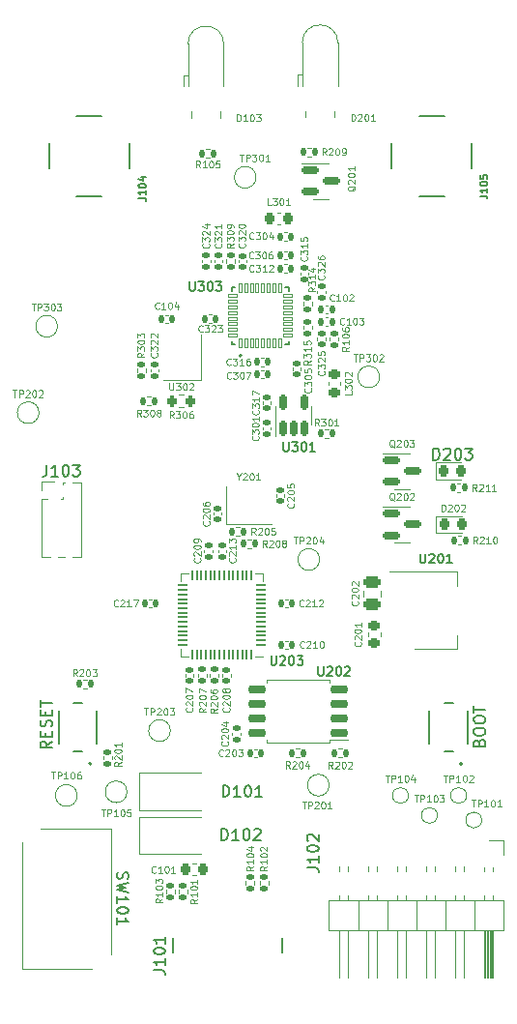
<source format=gto>
%TF.GenerationSoftware,KiCad,Pcbnew,(6.0.6-0)*%
%TF.CreationDate,2023-01-17T18:34:31+00:00*%
%TF.ProjectId,max2871-evalboard,6d617832-3837-4312-9d65-76616c626f61,1.0*%
%TF.SameCoordinates,Original*%
%TF.FileFunction,Legend,Top*%
%TF.FilePolarity,Positive*%
%FSLAX46Y46*%
G04 Gerber Fmt 4.6, Leading zero omitted, Abs format (unit mm)*
G04 Created by KiCad (PCBNEW (6.0.6-0)) date 2023-01-17 18:34:31*
%MOMM*%
%LPD*%
G01*
G04 APERTURE LIST*
G04 Aperture macros list*
%AMRoundRect*
0 Rectangle with rounded corners*
0 $1 Rounding radius*
0 $2 $3 $4 $5 $6 $7 $8 $9 X,Y pos of 4 corners*
0 Add a 4 corners polygon primitive as box body*
4,1,4,$2,$3,$4,$5,$6,$7,$8,$9,$2,$3,0*
0 Add four circle primitives for the rounded corners*
1,1,$1+$1,$2,$3*
1,1,$1+$1,$4,$5*
1,1,$1+$1,$6,$7*
1,1,$1+$1,$8,$9*
0 Add four rect primitives between the rounded corners*
20,1,$1+$1,$2,$3,$4,$5,0*
20,1,$1+$1,$4,$5,$6,$7,0*
20,1,$1+$1,$6,$7,$8,$9,0*
20,1,$1+$1,$8,$9,$2,$3,0*%
G04 Aperture macros list end*
%ADD10C,0.120000*%
%ADD11C,0.150000*%
%ADD12C,0.130000*%
%ADD13C,0.127000*%
%ADD14C,0.200000*%
%ADD15C,0.100000*%
%ADD16C,1.000000*%
%ADD17RoundRect,0.150000X-0.587500X-0.150000X0.587500X-0.150000X0.587500X0.150000X-0.587500X0.150000X0*%
%ADD18R,1.800000X1.800000*%
%ADD19C,1.800000*%
%ADD20RoundRect,0.135000X-0.185000X0.135000X-0.185000X-0.135000X0.185000X-0.135000X0.185000X0.135000X0*%
%ADD21RoundRect,0.135000X-0.135000X-0.185000X0.135000X-0.185000X0.135000X0.185000X-0.135000X0.185000X0*%
%ADD22RoundRect,0.218750X-0.218750X-0.256250X0.218750X-0.256250X0.218750X0.256250X-0.218750X0.256250X0*%
%ADD23RoundRect,0.140000X0.140000X0.170000X-0.140000X0.170000X-0.140000X-0.170000X0.140000X-0.170000X0*%
%ADD24RoundRect,0.140000X-0.140000X-0.170000X0.140000X-0.170000X0.140000X0.170000X-0.140000X0.170000X0*%
%ADD25RoundRect,0.140000X-0.170000X0.140000X-0.170000X-0.140000X0.170000X-0.140000X0.170000X0.140000X0*%
%ADD26C,2.700000*%
%ADD27R,1.200000X1.400000*%
%ADD28C,1.500000*%
%ADD29RoundRect,0.135000X0.135000X0.185000X-0.135000X0.185000X-0.135000X-0.185000X0.135000X-0.185000X0*%
%ADD30RoundRect,0.200000X0.200000X0.275000X-0.200000X0.275000X-0.200000X-0.275000X0.200000X-0.275000X0*%
%ADD31R,2.500000X1.800000*%
%ADD32RoundRect,0.135000X0.185000X-0.135000X0.185000X0.135000X-0.185000X0.135000X-0.185000X-0.135000X0*%
%ADD33R,1.000000X1.000000*%
%ADD34O,1.000000X1.000000*%
%ADD35RoundRect,0.140000X0.170000X-0.140000X0.170000X0.140000X-0.170000X0.140000X-0.170000X-0.140000X0*%
%ADD36RoundRect,0.150000X0.150000X-0.512500X0.150000X0.512500X-0.150000X0.512500X-0.150000X-0.512500X0*%
%ADD37C,2.000000*%
%ADD38C,2.200000*%
%ADD39RoundRect,0.250000X0.475000X-0.250000X0.475000X0.250000X-0.475000X0.250000X-0.475000X-0.250000X0*%
%ADD40R,0.950000X1.250000*%
%ADD41C,0.650000*%
%ADD42R,0.600000X1.150000*%
%ADD43R,0.300000X1.150000*%
%ADD44O,1.000000X2.000000*%
%ADD45O,1.050000X2.100000*%
%ADD46RoundRect,0.050000X0.387500X0.050000X-0.387500X0.050000X-0.387500X-0.050000X0.387500X-0.050000X0*%
%ADD47RoundRect,0.050000X0.050000X0.387500X-0.050000X0.387500X-0.050000X-0.387500X0.050000X-0.387500X0*%
%ADD48R,3.200000X3.200000*%
%ADD49RoundRect,0.225000X0.250000X-0.225000X0.250000X0.225000X-0.250000X0.225000X-0.250000X-0.225000X0*%
%ADD50R,1.700000X1.700000*%
%ADD51O,1.700000X1.700000*%
%ADD52R,1.400000X1.200000*%
%ADD53RoundRect,0.225000X0.225000X0.250000X-0.225000X0.250000X-0.225000X-0.250000X0.225000X-0.250000X0*%
%ADD54RoundRect,0.150000X0.650000X0.150000X-0.650000X0.150000X-0.650000X-0.150000X0.650000X-0.150000X0*%
%ADD55R,2.000000X1.500000*%
%ADD56R,2.000000X3.800000*%
%ADD57RoundRect,0.008100X0.126900X-0.411900X0.126900X0.411900X-0.126900X0.411900X-0.126900X-0.411900X0*%
%ADD58RoundRect,0.008100X0.411900X0.126900X-0.411900X0.126900X-0.411900X-0.126900X0.411900X-0.126900X0*%
%ADD59R,3.100000X3.100000*%
%ADD60C,2.100000*%
%ADD61C,2.250000*%
%ADD62RoundRect,0.218750X0.256250X-0.218750X0.256250X0.218750X-0.256250X0.218750X-0.256250X-0.218750X0*%
G04 APERTURE END LIST*
D10*
X91051228Y-110223428D02*
X91394085Y-110223428D01*
X91222657Y-110823428D02*
X91222657Y-110223428D01*
X91594085Y-110823428D02*
X91594085Y-110223428D01*
X91822657Y-110223428D01*
X91879800Y-110252000D01*
X91908371Y-110280571D01*
X91936942Y-110337714D01*
X91936942Y-110423428D01*
X91908371Y-110480571D01*
X91879800Y-110509142D01*
X91822657Y-110537714D01*
X91594085Y-110537714D01*
X92508371Y-110823428D02*
X92165514Y-110823428D01*
X92336942Y-110823428D02*
X92336942Y-110223428D01*
X92279800Y-110309142D01*
X92222657Y-110366285D01*
X92165514Y-110394857D01*
X92879800Y-110223428D02*
X92936942Y-110223428D01*
X92994085Y-110252000D01*
X93022657Y-110280571D01*
X93051228Y-110337714D01*
X93079800Y-110452000D01*
X93079800Y-110594857D01*
X93051228Y-110709142D01*
X93022657Y-110766285D01*
X92994085Y-110794857D01*
X92936942Y-110823428D01*
X92879800Y-110823428D01*
X92822657Y-110794857D01*
X92794085Y-110766285D01*
X92765514Y-110709142D01*
X92736942Y-110594857D01*
X92736942Y-110452000D01*
X92765514Y-110337714D01*
X92794085Y-110280571D01*
X92822657Y-110252000D01*
X92879800Y-110223428D01*
X93308371Y-110280571D02*
X93336942Y-110252000D01*
X93394085Y-110223428D01*
X93536942Y-110223428D01*
X93594085Y-110252000D01*
X93622657Y-110280571D01*
X93651228Y-110337714D01*
X93651228Y-110394857D01*
X93622657Y-110480571D01*
X93279800Y-110823428D01*
X93651228Y-110823428D01*
X83328571Y-58628571D02*
X83300000Y-58685714D01*
X83242857Y-58742857D01*
X83157142Y-58828571D01*
X83128571Y-58885714D01*
X83128571Y-58942857D01*
X83271428Y-58914285D02*
X83242857Y-58971428D01*
X83185714Y-59028571D01*
X83071428Y-59057142D01*
X82871428Y-59057142D01*
X82757142Y-59028571D01*
X82700000Y-58971428D01*
X82671428Y-58914285D01*
X82671428Y-58800000D01*
X82700000Y-58742857D01*
X82757142Y-58685714D01*
X82871428Y-58657142D01*
X83071428Y-58657142D01*
X83185714Y-58685714D01*
X83242857Y-58742857D01*
X83271428Y-58800000D01*
X83271428Y-58914285D01*
X82728571Y-58428571D02*
X82700000Y-58400000D01*
X82671428Y-58342857D01*
X82671428Y-58200000D01*
X82700000Y-58142857D01*
X82728571Y-58114285D01*
X82785714Y-58085714D01*
X82842857Y-58085714D01*
X82928571Y-58114285D01*
X83271428Y-58457142D01*
X83271428Y-58085714D01*
X82671428Y-57714285D02*
X82671428Y-57657142D01*
X82700000Y-57600000D01*
X82728571Y-57571428D01*
X82785714Y-57542857D01*
X82900000Y-57514285D01*
X83042857Y-57514285D01*
X83157142Y-57542857D01*
X83214285Y-57571428D01*
X83242857Y-57600000D01*
X83271428Y-57657142D01*
X83271428Y-57714285D01*
X83242857Y-57771428D01*
X83214285Y-57800000D01*
X83157142Y-57828571D01*
X83042857Y-57857142D01*
X82900000Y-57857142D01*
X82785714Y-57828571D01*
X82728571Y-57800000D01*
X82700000Y-57771428D01*
X82671428Y-57714285D01*
X83271428Y-56942857D02*
X83271428Y-57285714D01*
X83271428Y-57114285D02*
X82671428Y-57114285D01*
X82757142Y-57171428D01*
X82814285Y-57228571D01*
X82842857Y-57285714D01*
X72960714Y-52971428D02*
X72960714Y-52371428D01*
X73103571Y-52371428D01*
X73189285Y-52400000D01*
X73246428Y-52457142D01*
X73275000Y-52514285D01*
X73303571Y-52628571D01*
X73303571Y-52714285D01*
X73275000Y-52828571D01*
X73246428Y-52885714D01*
X73189285Y-52942857D01*
X73103571Y-52971428D01*
X72960714Y-52971428D01*
X73875000Y-52971428D02*
X73532142Y-52971428D01*
X73703571Y-52971428D02*
X73703571Y-52371428D01*
X73646428Y-52457142D01*
X73589285Y-52514285D01*
X73532142Y-52542857D01*
X74246428Y-52371428D02*
X74303571Y-52371428D01*
X74360714Y-52400000D01*
X74389285Y-52428571D01*
X74417857Y-52485714D01*
X74446428Y-52600000D01*
X74446428Y-52742857D01*
X74417857Y-52857142D01*
X74389285Y-52914285D01*
X74360714Y-52942857D01*
X74303571Y-52971428D01*
X74246428Y-52971428D01*
X74189285Y-52942857D01*
X74160714Y-52914285D01*
X74132142Y-52857142D01*
X74103571Y-52742857D01*
X74103571Y-52600000D01*
X74132142Y-52485714D01*
X74160714Y-52428571D01*
X74189285Y-52400000D01*
X74246428Y-52371428D01*
X74646428Y-52371428D02*
X75017857Y-52371428D01*
X74817857Y-52600000D01*
X74903571Y-52600000D01*
X74960714Y-52628571D01*
X74989285Y-52657142D01*
X75017857Y-52714285D01*
X75017857Y-52857142D01*
X74989285Y-52914285D01*
X74960714Y-52942857D01*
X74903571Y-52971428D01*
X74732142Y-52971428D01*
X74675000Y-52942857D01*
X74646428Y-52914285D01*
X79417828Y-73889828D02*
X79132114Y-74089828D01*
X79417828Y-74232685D02*
X78817828Y-74232685D01*
X78817828Y-74004114D01*
X78846400Y-73946971D01*
X78874971Y-73918400D01*
X78932114Y-73889828D01*
X79017828Y-73889828D01*
X79074971Y-73918400D01*
X79103542Y-73946971D01*
X79132114Y-74004114D01*
X79132114Y-74232685D01*
X78817828Y-73689828D02*
X78817828Y-73318400D01*
X79046400Y-73518400D01*
X79046400Y-73432685D01*
X79074971Y-73375542D01*
X79103542Y-73346971D01*
X79160685Y-73318400D01*
X79303542Y-73318400D01*
X79360685Y-73346971D01*
X79389257Y-73375542D01*
X79417828Y-73432685D01*
X79417828Y-73604114D01*
X79389257Y-73661257D01*
X79360685Y-73689828D01*
X79417828Y-72746971D02*
X79417828Y-73089828D01*
X79417828Y-72918400D02*
X78817828Y-72918400D01*
X78903542Y-72975542D01*
X78960685Y-73032685D01*
X78989257Y-73089828D01*
X78817828Y-72204114D02*
X78817828Y-72489828D01*
X79103542Y-72518400D01*
X79074971Y-72489828D01*
X79046400Y-72432685D01*
X79046400Y-72289828D01*
X79074971Y-72232685D01*
X79103542Y-72204114D01*
X79160685Y-72175542D01*
X79303542Y-72175542D01*
X79360685Y-72204114D01*
X79389257Y-72232685D01*
X79417828Y-72289828D01*
X79417828Y-72432685D01*
X79389257Y-72489828D01*
X79360685Y-72518400D01*
X74588771Y-89171428D02*
X74388771Y-88885714D01*
X74245914Y-89171428D02*
X74245914Y-88571428D01*
X74474485Y-88571428D01*
X74531628Y-88600000D01*
X74560200Y-88628571D01*
X74588771Y-88685714D01*
X74588771Y-88771428D01*
X74560200Y-88828571D01*
X74531628Y-88857142D01*
X74474485Y-88885714D01*
X74245914Y-88885714D01*
X74817342Y-88628571D02*
X74845914Y-88600000D01*
X74903057Y-88571428D01*
X75045914Y-88571428D01*
X75103057Y-88600000D01*
X75131628Y-88628571D01*
X75160200Y-88685714D01*
X75160200Y-88742857D01*
X75131628Y-88828571D01*
X74788771Y-89171428D01*
X75160200Y-89171428D01*
X75531628Y-88571428D02*
X75588771Y-88571428D01*
X75645914Y-88600000D01*
X75674485Y-88628571D01*
X75703057Y-88685714D01*
X75731628Y-88800000D01*
X75731628Y-88942857D01*
X75703057Y-89057142D01*
X75674485Y-89114285D01*
X75645914Y-89142857D01*
X75588771Y-89171428D01*
X75531628Y-89171428D01*
X75474485Y-89142857D01*
X75445914Y-89114285D01*
X75417342Y-89057142D01*
X75388771Y-88942857D01*
X75388771Y-88800000D01*
X75417342Y-88685714D01*
X75445914Y-88628571D01*
X75474485Y-88600000D01*
X75531628Y-88571428D01*
X76274485Y-88571428D02*
X75988771Y-88571428D01*
X75960200Y-88857142D01*
X75988771Y-88828571D01*
X76045914Y-88800000D01*
X76188771Y-88800000D01*
X76245914Y-88828571D01*
X76274485Y-88857142D01*
X76303057Y-88914285D01*
X76303057Y-89057142D01*
X76274485Y-89114285D01*
X76245914Y-89142857D01*
X76188771Y-89171428D01*
X76045914Y-89171428D01*
X75988771Y-89142857D01*
X75960200Y-89114285D01*
X75953571Y-60291428D02*
X75667857Y-60291428D01*
X75667857Y-59691428D01*
X76096428Y-59691428D02*
X76467857Y-59691428D01*
X76267857Y-59920000D01*
X76353571Y-59920000D01*
X76410714Y-59948571D01*
X76439285Y-59977142D01*
X76467857Y-60034285D01*
X76467857Y-60177142D01*
X76439285Y-60234285D01*
X76410714Y-60262857D01*
X76353571Y-60291428D01*
X76182142Y-60291428D01*
X76125000Y-60262857D01*
X76096428Y-60234285D01*
X76839285Y-59691428D02*
X76896428Y-59691428D01*
X76953571Y-59720000D01*
X76982142Y-59748571D01*
X77010714Y-59805714D01*
X77039285Y-59920000D01*
X77039285Y-60062857D01*
X77010714Y-60177142D01*
X76982142Y-60234285D01*
X76953571Y-60262857D01*
X76896428Y-60291428D01*
X76839285Y-60291428D01*
X76782142Y-60262857D01*
X76753571Y-60234285D01*
X76725000Y-60177142D01*
X76696428Y-60062857D01*
X76696428Y-59920000D01*
X76725000Y-59805714D01*
X76753571Y-59748571D01*
X76782142Y-59720000D01*
X76839285Y-59691428D01*
X77610714Y-60291428D02*
X77267857Y-60291428D01*
X77439285Y-60291428D02*
X77439285Y-59691428D01*
X77382142Y-59777142D01*
X77325000Y-59834285D01*
X77267857Y-59862857D01*
X72403571Y-74264285D02*
X72375000Y-74292857D01*
X72289285Y-74321428D01*
X72232142Y-74321428D01*
X72146428Y-74292857D01*
X72089285Y-74235714D01*
X72060714Y-74178571D01*
X72032142Y-74064285D01*
X72032142Y-73978571D01*
X72060714Y-73864285D01*
X72089285Y-73807142D01*
X72146428Y-73750000D01*
X72232142Y-73721428D01*
X72289285Y-73721428D01*
X72375000Y-73750000D01*
X72403571Y-73778571D01*
X72603571Y-73721428D02*
X72975000Y-73721428D01*
X72775000Y-73950000D01*
X72860714Y-73950000D01*
X72917857Y-73978571D01*
X72946428Y-74007142D01*
X72975000Y-74064285D01*
X72975000Y-74207142D01*
X72946428Y-74264285D01*
X72917857Y-74292857D01*
X72860714Y-74321428D01*
X72689285Y-74321428D01*
X72632142Y-74292857D01*
X72603571Y-74264285D01*
X73546428Y-74321428D02*
X73203571Y-74321428D01*
X73375000Y-74321428D02*
X73375000Y-73721428D01*
X73317857Y-73807142D01*
X73260714Y-73864285D01*
X73203571Y-73892857D01*
X74060714Y-73721428D02*
X73946428Y-73721428D01*
X73889285Y-73750000D01*
X73860714Y-73778571D01*
X73803571Y-73864285D01*
X73775000Y-73978571D01*
X73775000Y-74207142D01*
X73803571Y-74264285D01*
X73832142Y-74292857D01*
X73889285Y-74321428D01*
X74003571Y-74321428D01*
X74060714Y-74292857D01*
X74089285Y-74264285D01*
X74117857Y-74207142D01*
X74117857Y-74064285D01*
X74089285Y-74007142D01*
X74060714Y-73978571D01*
X74003571Y-73950000D01*
X73889285Y-73950000D01*
X73832142Y-73978571D01*
X73803571Y-74007142D01*
X73775000Y-74064285D01*
X74410971Y-66089685D02*
X74382400Y-66118257D01*
X74296685Y-66146828D01*
X74239542Y-66146828D01*
X74153828Y-66118257D01*
X74096685Y-66061114D01*
X74068114Y-66003971D01*
X74039542Y-65889685D01*
X74039542Y-65803971D01*
X74068114Y-65689685D01*
X74096685Y-65632542D01*
X74153828Y-65575400D01*
X74239542Y-65546828D01*
X74296685Y-65546828D01*
X74382400Y-65575400D01*
X74410971Y-65603971D01*
X74610971Y-65546828D02*
X74982400Y-65546828D01*
X74782400Y-65775400D01*
X74868114Y-65775400D01*
X74925257Y-65803971D01*
X74953828Y-65832542D01*
X74982400Y-65889685D01*
X74982400Y-66032542D01*
X74953828Y-66089685D01*
X74925257Y-66118257D01*
X74868114Y-66146828D01*
X74696685Y-66146828D01*
X74639542Y-66118257D01*
X74610971Y-66089685D01*
X75553828Y-66146828D02*
X75210971Y-66146828D01*
X75382400Y-66146828D02*
X75382400Y-65546828D01*
X75325257Y-65632542D01*
X75268114Y-65689685D01*
X75210971Y-65718257D01*
X75782400Y-65603971D02*
X75810971Y-65575400D01*
X75868114Y-65546828D01*
X76010971Y-65546828D01*
X76068114Y-65575400D01*
X76096685Y-65603971D01*
X76125257Y-65661114D01*
X76125257Y-65718257D01*
X76096685Y-65803971D01*
X75753828Y-66146828D01*
X76125257Y-66146828D01*
X66128571Y-69354285D02*
X66100000Y-69382857D01*
X66014285Y-69411428D01*
X65957142Y-69411428D01*
X65871428Y-69382857D01*
X65814285Y-69325714D01*
X65785714Y-69268571D01*
X65757142Y-69154285D01*
X65757142Y-69068571D01*
X65785714Y-68954285D01*
X65814285Y-68897142D01*
X65871428Y-68840000D01*
X65957142Y-68811428D01*
X66014285Y-68811428D01*
X66100000Y-68840000D01*
X66128571Y-68868571D01*
X66700000Y-69411428D02*
X66357142Y-69411428D01*
X66528571Y-69411428D02*
X66528571Y-68811428D01*
X66471428Y-68897142D01*
X66414285Y-68954285D01*
X66357142Y-68982857D01*
X67071428Y-68811428D02*
X67128571Y-68811428D01*
X67185714Y-68840000D01*
X67214285Y-68868571D01*
X67242857Y-68925714D01*
X67271428Y-69040000D01*
X67271428Y-69182857D01*
X67242857Y-69297142D01*
X67214285Y-69354285D01*
X67185714Y-69382857D01*
X67128571Y-69411428D01*
X67071428Y-69411428D01*
X67014285Y-69382857D01*
X66985714Y-69354285D01*
X66957142Y-69297142D01*
X66928571Y-69182857D01*
X66928571Y-69040000D01*
X66957142Y-68925714D01*
X66985714Y-68868571D01*
X67014285Y-68840000D01*
X67071428Y-68811428D01*
X67785714Y-69011428D02*
X67785714Y-69411428D01*
X67642857Y-68782857D02*
X67500000Y-69211428D01*
X67871428Y-69211428D01*
X78779771Y-95413485D02*
X78751200Y-95442057D01*
X78665485Y-95470628D01*
X78608342Y-95470628D01*
X78522628Y-95442057D01*
X78465485Y-95384914D01*
X78436914Y-95327771D01*
X78408342Y-95213485D01*
X78408342Y-95127771D01*
X78436914Y-95013485D01*
X78465485Y-94956342D01*
X78522628Y-94899200D01*
X78608342Y-94870628D01*
X78665485Y-94870628D01*
X78751200Y-94899200D01*
X78779771Y-94927771D01*
X79008342Y-94927771D02*
X79036914Y-94899200D01*
X79094057Y-94870628D01*
X79236914Y-94870628D01*
X79294057Y-94899200D01*
X79322628Y-94927771D01*
X79351200Y-94984914D01*
X79351200Y-95042057D01*
X79322628Y-95127771D01*
X78979771Y-95470628D01*
X79351200Y-95470628D01*
X79922628Y-95470628D02*
X79579771Y-95470628D01*
X79751200Y-95470628D02*
X79751200Y-94870628D01*
X79694057Y-94956342D01*
X79636914Y-95013485D01*
X79579771Y-95042057D01*
X80151200Y-94927771D02*
X80179771Y-94899200D01*
X80236914Y-94870628D01*
X80379771Y-94870628D01*
X80436914Y-94899200D01*
X80465485Y-94927771D01*
X80494057Y-94984914D01*
X80494057Y-95042057D01*
X80465485Y-95127771D01*
X80122628Y-95470628D01*
X80494057Y-95470628D01*
X65924085Y-73264628D02*
X65952657Y-73293200D01*
X65981228Y-73378914D01*
X65981228Y-73436057D01*
X65952657Y-73521771D01*
X65895514Y-73578914D01*
X65838371Y-73607485D01*
X65724085Y-73636057D01*
X65638371Y-73636057D01*
X65524085Y-73607485D01*
X65466942Y-73578914D01*
X65409800Y-73521771D01*
X65381228Y-73436057D01*
X65381228Y-73378914D01*
X65409800Y-73293200D01*
X65438371Y-73264628D01*
X65381228Y-73064628D02*
X65381228Y-72693200D01*
X65609800Y-72893200D01*
X65609800Y-72807485D01*
X65638371Y-72750342D01*
X65666942Y-72721771D01*
X65724085Y-72693200D01*
X65866942Y-72693200D01*
X65924085Y-72721771D01*
X65952657Y-72750342D01*
X65981228Y-72807485D01*
X65981228Y-72978914D01*
X65952657Y-73036057D01*
X65924085Y-73064628D01*
X65438371Y-72464628D02*
X65409800Y-72436057D01*
X65381228Y-72378914D01*
X65381228Y-72236057D01*
X65409800Y-72178914D01*
X65438371Y-72150342D01*
X65495514Y-72121771D01*
X65552657Y-72121771D01*
X65638371Y-72150342D01*
X65981228Y-72493200D01*
X65981228Y-72121771D01*
X65438371Y-71893200D02*
X65409800Y-71864628D01*
X65381228Y-71807485D01*
X65381228Y-71664628D01*
X65409800Y-71607485D01*
X65438371Y-71578914D01*
X65495514Y-71550342D01*
X65552657Y-71550342D01*
X65638371Y-71578914D01*
X65981228Y-71921771D01*
X65981228Y-71550342D01*
X58938571Y-101551428D02*
X58738571Y-101265714D01*
X58595714Y-101551428D02*
X58595714Y-100951428D01*
X58824285Y-100951428D01*
X58881428Y-100980000D01*
X58910000Y-101008571D01*
X58938571Y-101065714D01*
X58938571Y-101151428D01*
X58910000Y-101208571D01*
X58881428Y-101237142D01*
X58824285Y-101265714D01*
X58595714Y-101265714D01*
X59167142Y-101008571D02*
X59195714Y-100980000D01*
X59252857Y-100951428D01*
X59395714Y-100951428D01*
X59452857Y-100980000D01*
X59481428Y-101008571D01*
X59510000Y-101065714D01*
X59510000Y-101122857D01*
X59481428Y-101208571D01*
X59138571Y-101551428D01*
X59510000Y-101551428D01*
X59881428Y-100951428D02*
X59938571Y-100951428D01*
X59995714Y-100980000D01*
X60024285Y-101008571D01*
X60052857Y-101065714D01*
X60081428Y-101180000D01*
X60081428Y-101322857D01*
X60052857Y-101437142D01*
X60024285Y-101494285D01*
X59995714Y-101522857D01*
X59938571Y-101551428D01*
X59881428Y-101551428D01*
X59824285Y-101522857D01*
X59795714Y-101494285D01*
X59767142Y-101437142D01*
X59738571Y-101322857D01*
X59738571Y-101180000D01*
X59767142Y-101065714D01*
X59795714Y-101008571D01*
X59824285Y-100980000D01*
X59881428Y-100951428D01*
X60281428Y-100951428D02*
X60652857Y-100951428D01*
X60452857Y-101180000D01*
X60538571Y-101180000D01*
X60595714Y-101208571D01*
X60624285Y-101237142D01*
X60652857Y-101294285D01*
X60652857Y-101437142D01*
X60624285Y-101494285D01*
X60595714Y-101522857D01*
X60538571Y-101551428D01*
X60367142Y-101551428D01*
X60310000Y-101522857D01*
X60281428Y-101494285D01*
X67043428Y-75896828D02*
X67043428Y-76382542D01*
X67072000Y-76439685D01*
X67100571Y-76468257D01*
X67157714Y-76496828D01*
X67272000Y-76496828D01*
X67329142Y-76468257D01*
X67357714Y-76439685D01*
X67386285Y-76382542D01*
X67386285Y-75896828D01*
X67614857Y-75896828D02*
X67986285Y-75896828D01*
X67786285Y-76125400D01*
X67872000Y-76125400D01*
X67929142Y-76153971D01*
X67957714Y-76182542D01*
X67986285Y-76239685D01*
X67986285Y-76382542D01*
X67957714Y-76439685D01*
X67929142Y-76468257D01*
X67872000Y-76496828D01*
X67700571Y-76496828D01*
X67643428Y-76468257D01*
X67614857Y-76439685D01*
X68357714Y-75896828D02*
X68414857Y-75896828D01*
X68472000Y-75925400D01*
X68500571Y-75953971D01*
X68529142Y-76011114D01*
X68557714Y-76125400D01*
X68557714Y-76268257D01*
X68529142Y-76382542D01*
X68500571Y-76439685D01*
X68472000Y-76468257D01*
X68414857Y-76496828D01*
X68357714Y-76496828D01*
X68300571Y-76468257D01*
X68272000Y-76439685D01*
X68243428Y-76382542D01*
X68214857Y-76268257D01*
X68214857Y-76125400D01*
X68243428Y-76011114D01*
X68272000Y-75953971D01*
X68300571Y-75925400D01*
X68357714Y-75896828D01*
X68786285Y-75953971D02*
X68814857Y-75925400D01*
X68872000Y-75896828D01*
X69014857Y-75896828D01*
X69072000Y-75925400D01*
X69100571Y-75953971D01*
X69129142Y-76011114D01*
X69129142Y-76068257D01*
X69100571Y-76153971D01*
X68757714Y-76496828D01*
X69129142Y-76496828D01*
X69720571Y-57024428D02*
X69520571Y-56738714D01*
X69377714Y-57024428D02*
X69377714Y-56424428D01*
X69606285Y-56424428D01*
X69663428Y-56453000D01*
X69692000Y-56481571D01*
X69720571Y-56538714D01*
X69720571Y-56624428D01*
X69692000Y-56681571D01*
X69663428Y-56710142D01*
X69606285Y-56738714D01*
X69377714Y-56738714D01*
X70292000Y-57024428D02*
X69949142Y-57024428D01*
X70120571Y-57024428D02*
X70120571Y-56424428D01*
X70063428Y-56510142D01*
X70006285Y-56567285D01*
X69949142Y-56595857D01*
X70663428Y-56424428D02*
X70720571Y-56424428D01*
X70777714Y-56453000D01*
X70806285Y-56481571D01*
X70834857Y-56538714D01*
X70863428Y-56653000D01*
X70863428Y-56795857D01*
X70834857Y-56910142D01*
X70806285Y-56967285D01*
X70777714Y-56995857D01*
X70720571Y-57024428D01*
X70663428Y-57024428D01*
X70606285Y-56995857D01*
X70577714Y-56967285D01*
X70549142Y-56910142D01*
X70520571Y-56795857D01*
X70520571Y-56653000D01*
X70549142Y-56538714D01*
X70577714Y-56481571D01*
X70606285Y-56453000D01*
X70663428Y-56424428D01*
X71406285Y-56424428D02*
X71120571Y-56424428D01*
X71092000Y-56710142D01*
X71120571Y-56681571D01*
X71177714Y-56653000D01*
X71320571Y-56653000D01*
X71377714Y-56681571D01*
X71406285Y-56710142D01*
X71434857Y-56767285D01*
X71434857Y-56910142D01*
X71406285Y-56967285D01*
X71377714Y-56995857D01*
X71320571Y-57024428D01*
X71177714Y-57024428D01*
X71120571Y-56995857D01*
X71092000Y-56967285D01*
X74369571Y-64939685D02*
X74341000Y-64968257D01*
X74255285Y-64996828D01*
X74198142Y-64996828D01*
X74112428Y-64968257D01*
X74055285Y-64911114D01*
X74026714Y-64853971D01*
X73998142Y-64739685D01*
X73998142Y-64653971D01*
X74026714Y-64539685D01*
X74055285Y-64482542D01*
X74112428Y-64425400D01*
X74198142Y-64396828D01*
X74255285Y-64396828D01*
X74341000Y-64425400D01*
X74369571Y-64453971D01*
X74569571Y-64396828D02*
X74941000Y-64396828D01*
X74741000Y-64625400D01*
X74826714Y-64625400D01*
X74883857Y-64653971D01*
X74912428Y-64682542D01*
X74941000Y-64739685D01*
X74941000Y-64882542D01*
X74912428Y-64939685D01*
X74883857Y-64968257D01*
X74826714Y-64996828D01*
X74655285Y-64996828D01*
X74598142Y-64968257D01*
X74569571Y-64939685D01*
X75312428Y-64396828D02*
X75369571Y-64396828D01*
X75426714Y-64425400D01*
X75455285Y-64453971D01*
X75483857Y-64511114D01*
X75512428Y-64625400D01*
X75512428Y-64768257D01*
X75483857Y-64882542D01*
X75455285Y-64939685D01*
X75426714Y-64968257D01*
X75369571Y-64996828D01*
X75312428Y-64996828D01*
X75255285Y-64968257D01*
X75226714Y-64939685D01*
X75198142Y-64882542D01*
X75169571Y-64768257D01*
X75169571Y-64625400D01*
X75198142Y-64511114D01*
X75226714Y-64453971D01*
X75255285Y-64425400D01*
X75312428Y-64396828D01*
X76026714Y-64396828D02*
X75912428Y-64396828D01*
X75855285Y-64425400D01*
X75826714Y-64453971D01*
X75769571Y-64539685D01*
X75741000Y-64653971D01*
X75741000Y-64882542D01*
X75769571Y-64939685D01*
X75798142Y-64968257D01*
X75855285Y-64996828D01*
X75969571Y-64996828D01*
X76026714Y-64968257D01*
X76055285Y-64939685D01*
X76083857Y-64882542D01*
X76083857Y-64739685D01*
X76055285Y-64682542D01*
X76026714Y-64653971D01*
X75969571Y-64625400D01*
X75855285Y-64625400D01*
X75798142Y-64653971D01*
X75769571Y-64682542D01*
X75741000Y-64739685D01*
X64838428Y-104347828D02*
X65181285Y-104347828D01*
X65009857Y-104947828D02*
X65009857Y-104347828D01*
X65381285Y-104947828D02*
X65381285Y-104347828D01*
X65609857Y-104347828D01*
X65667000Y-104376400D01*
X65695571Y-104404971D01*
X65724142Y-104462114D01*
X65724142Y-104547828D01*
X65695571Y-104604971D01*
X65667000Y-104633542D01*
X65609857Y-104662114D01*
X65381285Y-104662114D01*
X65952714Y-104404971D02*
X65981285Y-104376400D01*
X66038428Y-104347828D01*
X66181285Y-104347828D01*
X66238428Y-104376400D01*
X66267000Y-104404971D01*
X66295571Y-104462114D01*
X66295571Y-104519257D01*
X66267000Y-104604971D01*
X65924142Y-104947828D01*
X66295571Y-104947828D01*
X66667000Y-104347828D02*
X66724142Y-104347828D01*
X66781285Y-104376400D01*
X66809857Y-104404971D01*
X66838428Y-104462114D01*
X66867000Y-104576400D01*
X66867000Y-104719257D01*
X66838428Y-104833542D01*
X66809857Y-104890685D01*
X66781285Y-104919257D01*
X66724142Y-104947828D01*
X66667000Y-104947828D01*
X66609857Y-104919257D01*
X66581285Y-104890685D01*
X66552714Y-104833542D01*
X66524142Y-104719257D01*
X66524142Y-104576400D01*
X66552714Y-104462114D01*
X66581285Y-104404971D01*
X66609857Y-104376400D01*
X66667000Y-104347828D01*
X67067000Y-104347828D02*
X67438428Y-104347828D01*
X67238428Y-104576400D01*
X67324142Y-104576400D01*
X67381285Y-104604971D01*
X67409857Y-104633542D01*
X67438428Y-104690685D01*
X67438428Y-104833542D01*
X67409857Y-104890685D01*
X67381285Y-104919257D01*
X67324142Y-104947828D01*
X67152714Y-104947828D01*
X67095571Y-104919257D01*
X67067000Y-104890685D01*
X64555771Y-78808228D02*
X64355771Y-78522514D01*
X64212914Y-78808228D02*
X64212914Y-78208228D01*
X64441485Y-78208228D01*
X64498628Y-78236800D01*
X64527200Y-78265371D01*
X64555771Y-78322514D01*
X64555771Y-78408228D01*
X64527200Y-78465371D01*
X64498628Y-78493942D01*
X64441485Y-78522514D01*
X64212914Y-78522514D01*
X64755771Y-78208228D02*
X65127200Y-78208228D01*
X64927200Y-78436800D01*
X65012914Y-78436800D01*
X65070057Y-78465371D01*
X65098628Y-78493942D01*
X65127200Y-78551085D01*
X65127200Y-78693942D01*
X65098628Y-78751085D01*
X65070057Y-78779657D01*
X65012914Y-78808228D01*
X64841485Y-78808228D01*
X64784342Y-78779657D01*
X64755771Y-78751085D01*
X65498628Y-78208228D02*
X65555771Y-78208228D01*
X65612914Y-78236800D01*
X65641485Y-78265371D01*
X65670057Y-78322514D01*
X65698628Y-78436800D01*
X65698628Y-78579657D01*
X65670057Y-78693942D01*
X65641485Y-78751085D01*
X65612914Y-78779657D01*
X65555771Y-78808228D01*
X65498628Y-78808228D01*
X65441485Y-78779657D01*
X65412914Y-78751085D01*
X65384342Y-78693942D01*
X65355771Y-78579657D01*
X65355771Y-78436800D01*
X65384342Y-78322514D01*
X65412914Y-78265371D01*
X65441485Y-78236800D01*
X65498628Y-78208228D01*
X66041485Y-78465371D02*
X65984342Y-78436800D01*
X65955771Y-78408228D01*
X65927200Y-78351085D01*
X65927200Y-78322514D01*
X65955771Y-78265371D01*
X65984342Y-78236800D01*
X66041485Y-78208228D01*
X66155771Y-78208228D01*
X66212914Y-78236800D01*
X66241485Y-78265371D01*
X66270057Y-78322514D01*
X66270057Y-78351085D01*
X66241485Y-78408228D01*
X66212914Y-78436800D01*
X66155771Y-78465371D01*
X66041485Y-78465371D01*
X65984342Y-78493942D01*
X65955771Y-78522514D01*
X65927200Y-78579657D01*
X65927200Y-78693942D01*
X65955771Y-78751085D01*
X65984342Y-78779657D01*
X66041485Y-78808228D01*
X66155771Y-78808228D01*
X66212914Y-78779657D01*
X66241485Y-78751085D01*
X66270057Y-78693942D01*
X66270057Y-78579657D01*
X66241485Y-78522514D01*
X66212914Y-78493942D01*
X66155771Y-78465371D01*
X77919428Y-89361828D02*
X78262285Y-89361828D01*
X78090857Y-89961828D02*
X78090857Y-89361828D01*
X78462285Y-89961828D02*
X78462285Y-89361828D01*
X78690857Y-89361828D01*
X78748000Y-89390400D01*
X78776571Y-89418971D01*
X78805142Y-89476114D01*
X78805142Y-89561828D01*
X78776571Y-89618971D01*
X78748000Y-89647542D01*
X78690857Y-89676114D01*
X78462285Y-89676114D01*
X79033714Y-89418971D02*
X79062285Y-89390400D01*
X79119428Y-89361828D01*
X79262285Y-89361828D01*
X79319428Y-89390400D01*
X79348000Y-89418971D01*
X79376571Y-89476114D01*
X79376571Y-89533257D01*
X79348000Y-89618971D01*
X79005142Y-89961828D01*
X79376571Y-89961828D01*
X79748000Y-89361828D02*
X79805142Y-89361828D01*
X79862285Y-89390400D01*
X79890857Y-89418971D01*
X79919428Y-89476114D01*
X79948000Y-89590400D01*
X79948000Y-89733257D01*
X79919428Y-89847542D01*
X79890857Y-89904685D01*
X79862285Y-89933257D01*
X79805142Y-89961828D01*
X79748000Y-89961828D01*
X79690857Y-89933257D01*
X79662285Y-89904685D01*
X79633714Y-89847542D01*
X79605142Y-89733257D01*
X79605142Y-89590400D01*
X79633714Y-89476114D01*
X79662285Y-89418971D01*
X79690857Y-89390400D01*
X79748000Y-89361828D01*
X80462285Y-89561828D02*
X80462285Y-89961828D01*
X80319428Y-89333257D02*
X80176571Y-89761828D01*
X80548000Y-89761828D01*
X81328571Y-109638228D02*
X81128571Y-109352514D01*
X80985714Y-109638228D02*
X80985714Y-109038228D01*
X81214285Y-109038228D01*
X81271428Y-109066800D01*
X81300000Y-109095371D01*
X81328571Y-109152514D01*
X81328571Y-109238228D01*
X81300000Y-109295371D01*
X81271428Y-109323942D01*
X81214285Y-109352514D01*
X80985714Y-109352514D01*
X81557142Y-109095371D02*
X81585714Y-109066800D01*
X81642857Y-109038228D01*
X81785714Y-109038228D01*
X81842857Y-109066800D01*
X81871428Y-109095371D01*
X81900000Y-109152514D01*
X81900000Y-109209657D01*
X81871428Y-109295371D01*
X81528571Y-109638228D01*
X81900000Y-109638228D01*
X82271428Y-109038228D02*
X82328571Y-109038228D01*
X82385714Y-109066800D01*
X82414285Y-109095371D01*
X82442857Y-109152514D01*
X82471428Y-109266800D01*
X82471428Y-109409657D01*
X82442857Y-109523942D01*
X82414285Y-109581085D01*
X82385714Y-109609657D01*
X82328571Y-109638228D01*
X82271428Y-109638228D01*
X82214285Y-109609657D01*
X82185714Y-109581085D01*
X82157142Y-109523942D01*
X82128571Y-109409657D01*
X82128571Y-109266800D01*
X82157142Y-109152514D01*
X82185714Y-109095371D01*
X82214285Y-109066800D01*
X82271428Y-109038228D01*
X82700000Y-109095371D02*
X82728571Y-109066800D01*
X82785714Y-109038228D01*
X82928571Y-109038228D01*
X82985714Y-109066800D01*
X83014285Y-109095371D01*
X83042857Y-109152514D01*
X83042857Y-109209657D01*
X83014285Y-109295371D01*
X82671428Y-109638228D01*
X83042857Y-109638228D01*
X67400571Y-78960628D02*
X67200571Y-78674914D01*
X67057714Y-78960628D02*
X67057714Y-78360628D01*
X67286285Y-78360628D01*
X67343428Y-78389200D01*
X67372000Y-78417771D01*
X67400571Y-78474914D01*
X67400571Y-78560628D01*
X67372000Y-78617771D01*
X67343428Y-78646342D01*
X67286285Y-78674914D01*
X67057714Y-78674914D01*
X67600571Y-78360628D02*
X67972000Y-78360628D01*
X67772000Y-78589200D01*
X67857714Y-78589200D01*
X67914857Y-78617771D01*
X67943428Y-78646342D01*
X67972000Y-78703485D01*
X67972000Y-78846342D01*
X67943428Y-78903485D01*
X67914857Y-78932057D01*
X67857714Y-78960628D01*
X67686285Y-78960628D01*
X67629142Y-78932057D01*
X67600571Y-78903485D01*
X68343428Y-78360628D02*
X68400571Y-78360628D01*
X68457714Y-78389200D01*
X68486285Y-78417771D01*
X68514857Y-78474914D01*
X68543428Y-78589200D01*
X68543428Y-78732057D01*
X68514857Y-78846342D01*
X68486285Y-78903485D01*
X68457714Y-78932057D01*
X68400571Y-78960628D01*
X68343428Y-78960628D01*
X68286285Y-78932057D01*
X68257714Y-78903485D01*
X68229142Y-78846342D01*
X68200571Y-78732057D01*
X68200571Y-78589200D01*
X68229142Y-78474914D01*
X68257714Y-78417771D01*
X68286285Y-78389200D01*
X68343428Y-78360628D01*
X69057714Y-78360628D02*
X68943428Y-78360628D01*
X68886285Y-78389200D01*
X68857714Y-78417771D01*
X68800571Y-78503485D01*
X68772000Y-78617771D01*
X68772000Y-78846342D01*
X68800571Y-78903485D01*
X68829142Y-78932057D01*
X68886285Y-78960628D01*
X69000571Y-78960628D01*
X69057714Y-78932057D01*
X69086285Y-78903485D01*
X69114857Y-78846342D01*
X69114857Y-78703485D01*
X69086285Y-78646342D01*
X69057714Y-78617771D01*
X69000571Y-78589200D01*
X68886285Y-78589200D01*
X68829142Y-78617771D01*
X68800571Y-78646342D01*
X68772000Y-78703485D01*
D11*
X71722923Y-112116980D02*
X71722923Y-111116980D01*
X71961019Y-111116980D01*
X72103876Y-111164600D01*
X72199114Y-111259838D01*
X72246733Y-111355076D01*
X72294352Y-111545552D01*
X72294352Y-111688409D01*
X72246733Y-111878885D01*
X72199114Y-111974123D01*
X72103876Y-112069361D01*
X71961019Y-112116980D01*
X71722923Y-112116980D01*
X73246733Y-112116980D02*
X72675304Y-112116980D01*
X72961019Y-112116980D02*
X72961019Y-111116980D01*
X72865780Y-111259838D01*
X72770542Y-111355076D01*
X72675304Y-111402695D01*
X73865780Y-111116980D02*
X73961019Y-111116980D01*
X74056257Y-111164600D01*
X74103876Y-111212219D01*
X74151495Y-111307457D01*
X74199114Y-111497933D01*
X74199114Y-111736028D01*
X74151495Y-111926504D01*
X74103876Y-112021742D01*
X74056257Y-112069361D01*
X73961019Y-112116980D01*
X73865780Y-112116980D01*
X73770542Y-112069361D01*
X73722923Y-112021742D01*
X73675304Y-111926504D01*
X73627685Y-111736028D01*
X73627685Y-111497933D01*
X73675304Y-111307457D01*
X73722923Y-111212219D01*
X73770542Y-111164600D01*
X73865780Y-111116980D01*
X75151495Y-112116980D02*
X74580066Y-112116980D01*
X74865780Y-112116980D02*
X74865780Y-111116980D01*
X74770542Y-111259838D01*
X74675304Y-111355076D01*
X74580066Y-111402695D01*
D10*
X69940571Y-71364285D02*
X69912000Y-71392857D01*
X69826285Y-71421428D01*
X69769142Y-71421428D01*
X69683428Y-71392857D01*
X69626285Y-71335714D01*
X69597714Y-71278571D01*
X69569142Y-71164285D01*
X69569142Y-71078571D01*
X69597714Y-70964285D01*
X69626285Y-70907142D01*
X69683428Y-70850000D01*
X69769142Y-70821428D01*
X69826285Y-70821428D01*
X69912000Y-70850000D01*
X69940571Y-70878571D01*
X70140571Y-70821428D02*
X70512000Y-70821428D01*
X70312000Y-71050000D01*
X70397714Y-71050000D01*
X70454857Y-71078571D01*
X70483428Y-71107142D01*
X70512000Y-71164285D01*
X70512000Y-71307142D01*
X70483428Y-71364285D01*
X70454857Y-71392857D01*
X70397714Y-71421428D01*
X70226285Y-71421428D01*
X70169142Y-71392857D01*
X70140571Y-71364285D01*
X70740571Y-70878571D02*
X70769142Y-70850000D01*
X70826285Y-70821428D01*
X70969142Y-70821428D01*
X71026285Y-70850000D01*
X71054857Y-70878571D01*
X71083428Y-70935714D01*
X71083428Y-70992857D01*
X71054857Y-71078571D01*
X70712000Y-71421428D01*
X71083428Y-71421428D01*
X71283428Y-70821428D02*
X71654857Y-70821428D01*
X71454857Y-71050000D01*
X71540571Y-71050000D01*
X71597714Y-71078571D01*
X71626285Y-71107142D01*
X71654857Y-71164285D01*
X71654857Y-71307142D01*
X71626285Y-71364285D01*
X71597714Y-71392857D01*
X71540571Y-71421428D01*
X71369142Y-71421428D01*
X71312000Y-71392857D01*
X71283428Y-71364285D01*
X74391428Y-118201428D02*
X74105714Y-118401428D01*
X74391428Y-118544285D02*
X73791428Y-118544285D01*
X73791428Y-118315714D01*
X73820000Y-118258571D01*
X73848571Y-118230000D01*
X73905714Y-118201428D01*
X73991428Y-118201428D01*
X74048571Y-118230000D01*
X74077142Y-118258571D01*
X74105714Y-118315714D01*
X74105714Y-118544285D01*
X74391428Y-117630000D02*
X74391428Y-117972857D01*
X74391428Y-117801428D02*
X73791428Y-117801428D01*
X73877142Y-117858571D01*
X73934285Y-117915714D01*
X73962857Y-117972857D01*
X73791428Y-117258571D02*
X73791428Y-117201428D01*
X73820000Y-117144285D01*
X73848571Y-117115714D01*
X73905714Y-117087142D01*
X74020000Y-117058571D01*
X74162857Y-117058571D01*
X74277142Y-117087142D01*
X74334285Y-117115714D01*
X74362857Y-117144285D01*
X74391428Y-117201428D01*
X74391428Y-117258571D01*
X74362857Y-117315714D01*
X74334285Y-117344285D01*
X74277142Y-117372857D01*
X74162857Y-117401428D01*
X74020000Y-117401428D01*
X73905714Y-117372857D01*
X73848571Y-117344285D01*
X73820000Y-117315714D01*
X73791428Y-117258571D01*
X73991428Y-116544285D02*
X74391428Y-116544285D01*
X73762857Y-116687142D02*
X74191428Y-116830000D01*
X74191428Y-116458571D01*
D11*
X56274285Y-83057380D02*
X56274285Y-83771666D01*
X56226666Y-83914523D01*
X56131428Y-84009761D01*
X55988571Y-84057380D01*
X55893333Y-84057380D01*
X57274285Y-84057380D02*
X56702857Y-84057380D01*
X56988571Y-84057380D02*
X56988571Y-83057380D01*
X56893333Y-83200238D01*
X56798095Y-83295476D01*
X56702857Y-83343095D01*
X57893333Y-83057380D02*
X57988571Y-83057380D01*
X58083809Y-83105000D01*
X58131428Y-83152619D01*
X58179047Y-83247857D01*
X58226666Y-83438333D01*
X58226666Y-83676428D01*
X58179047Y-83866904D01*
X58131428Y-83962142D01*
X58083809Y-84009761D01*
X57988571Y-84057380D01*
X57893333Y-84057380D01*
X57798095Y-84009761D01*
X57750476Y-83962142D01*
X57702857Y-83866904D01*
X57655238Y-83676428D01*
X57655238Y-83438333D01*
X57702857Y-83247857D01*
X57750476Y-83152619D01*
X57798095Y-83105000D01*
X57893333Y-83057380D01*
X58560000Y-83057380D02*
X59179047Y-83057380D01*
X58845714Y-83438333D01*
X58988571Y-83438333D01*
X59083809Y-83485952D01*
X59131428Y-83533571D01*
X59179047Y-83628809D01*
X59179047Y-83866904D01*
X59131428Y-83962142D01*
X59083809Y-84009761D01*
X58988571Y-84057380D01*
X58702857Y-84057380D01*
X58607619Y-84009761D01*
X58560000Y-83962142D01*
D10*
X54957828Y-68940228D02*
X55300685Y-68940228D01*
X55129257Y-69540228D02*
X55129257Y-68940228D01*
X55500685Y-69540228D02*
X55500685Y-68940228D01*
X55729257Y-68940228D01*
X55786400Y-68968800D01*
X55814971Y-68997371D01*
X55843542Y-69054514D01*
X55843542Y-69140228D01*
X55814971Y-69197371D01*
X55786400Y-69225942D01*
X55729257Y-69254514D01*
X55500685Y-69254514D01*
X56043542Y-68940228D02*
X56414971Y-68940228D01*
X56214971Y-69168800D01*
X56300685Y-69168800D01*
X56357828Y-69197371D01*
X56386400Y-69225942D01*
X56414971Y-69283085D01*
X56414971Y-69425942D01*
X56386400Y-69483085D01*
X56357828Y-69511657D01*
X56300685Y-69540228D01*
X56129257Y-69540228D01*
X56072114Y-69511657D01*
X56043542Y-69483085D01*
X56786400Y-68940228D02*
X56843542Y-68940228D01*
X56900685Y-68968800D01*
X56929257Y-68997371D01*
X56957828Y-69054514D01*
X56986400Y-69168800D01*
X56986400Y-69311657D01*
X56957828Y-69425942D01*
X56929257Y-69483085D01*
X56900685Y-69511657D01*
X56843542Y-69540228D01*
X56786400Y-69540228D01*
X56729257Y-69511657D01*
X56700685Y-69483085D01*
X56672114Y-69425942D01*
X56643542Y-69311657D01*
X56643542Y-69168800D01*
X56672114Y-69054514D01*
X56700685Y-68997371D01*
X56729257Y-68968800D01*
X56786400Y-68940228D01*
X57186400Y-68940228D02*
X57557828Y-68940228D01*
X57357828Y-69168800D01*
X57443542Y-69168800D01*
X57500685Y-69197371D01*
X57529257Y-69225942D01*
X57557828Y-69283085D01*
X57557828Y-69425942D01*
X57529257Y-69483085D01*
X57500685Y-69511657D01*
X57443542Y-69540228D01*
X57272114Y-69540228D01*
X57214971Y-69511657D01*
X57186400Y-69483085D01*
X86771428Y-86193571D02*
X86714285Y-86165000D01*
X86657142Y-86107857D01*
X86571428Y-86022142D01*
X86514285Y-85993571D01*
X86457142Y-85993571D01*
X86485714Y-86136428D02*
X86428571Y-86107857D01*
X86371428Y-86050714D01*
X86342857Y-85936428D01*
X86342857Y-85736428D01*
X86371428Y-85622142D01*
X86428571Y-85565000D01*
X86485714Y-85536428D01*
X86600000Y-85536428D01*
X86657142Y-85565000D01*
X86714285Y-85622142D01*
X86742857Y-85736428D01*
X86742857Y-85936428D01*
X86714285Y-86050714D01*
X86657142Y-86107857D01*
X86600000Y-86136428D01*
X86485714Y-86136428D01*
X86971428Y-85593571D02*
X87000000Y-85565000D01*
X87057142Y-85536428D01*
X87200000Y-85536428D01*
X87257142Y-85565000D01*
X87285714Y-85593571D01*
X87314285Y-85650714D01*
X87314285Y-85707857D01*
X87285714Y-85793571D01*
X86942857Y-86136428D01*
X87314285Y-86136428D01*
X87685714Y-85536428D02*
X87742857Y-85536428D01*
X87800000Y-85565000D01*
X87828571Y-85593571D01*
X87857142Y-85650714D01*
X87885714Y-85765000D01*
X87885714Y-85907857D01*
X87857142Y-86022142D01*
X87828571Y-86079285D01*
X87800000Y-86107857D01*
X87742857Y-86136428D01*
X87685714Y-86136428D01*
X87628571Y-86107857D01*
X87600000Y-86079285D01*
X87571428Y-86022142D01*
X87542857Y-85907857D01*
X87542857Y-85765000D01*
X87571428Y-85650714D01*
X87600000Y-85593571D01*
X87628571Y-85565000D01*
X87685714Y-85536428D01*
X88114285Y-85593571D02*
X88142857Y-85565000D01*
X88200000Y-85536428D01*
X88342857Y-85536428D01*
X88400000Y-85565000D01*
X88428571Y-85593571D01*
X88457142Y-85650714D01*
X88457142Y-85707857D01*
X88428571Y-85793571D01*
X88085714Y-86136428D01*
X88457142Y-86136428D01*
X78656028Y-112549028D02*
X78998885Y-112549028D01*
X78827457Y-113149028D02*
X78827457Y-112549028D01*
X79198885Y-113149028D02*
X79198885Y-112549028D01*
X79427457Y-112549028D01*
X79484600Y-112577600D01*
X79513171Y-112606171D01*
X79541742Y-112663314D01*
X79541742Y-112749028D01*
X79513171Y-112806171D01*
X79484600Y-112834742D01*
X79427457Y-112863314D01*
X79198885Y-112863314D01*
X79770314Y-112606171D02*
X79798885Y-112577600D01*
X79856028Y-112549028D01*
X79998885Y-112549028D01*
X80056028Y-112577600D01*
X80084600Y-112606171D01*
X80113171Y-112663314D01*
X80113171Y-112720457D01*
X80084600Y-112806171D01*
X79741742Y-113149028D01*
X80113171Y-113149028D01*
X80484600Y-112549028D02*
X80541742Y-112549028D01*
X80598885Y-112577600D01*
X80627457Y-112606171D01*
X80656028Y-112663314D01*
X80684600Y-112777600D01*
X80684600Y-112920457D01*
X80656028Y-113034742D01*
X80627457Y-113091885D01*
X80598885Y-113120457D01*
X80541742Y-113149028D01*
X80484600Y-113149028D01*
X80427457Y-113120457D01*
X80398885Y-113091885D01*
X80370314Y-113034742D01*
X80341742Y-112920457D01*
X80341742Y-112777600D01*
X80370314Y-112663314D01*
X80398885Y-112606171D01*
X80427457Y-112577600D01*
X80484600Y-112549028D01*
X81256028Y-113149028D02*
X80913171Y-113149028D01*
X81084600Y-113149028D02*
X81084600Y-112549028D01*
X81027457Y-112634742D01*
X80970314Y-112691885D01*
X80913171Y-112720457D01*
X79821428Y-67521428D02*
X79535714Y-67721428D01*
X79821428Y-67864285D02*
X79221428Y-67864285D01*
X79221428Y-67635714D01*
X79250000Y-67578571D01*
X79278571Y-67550000D01*
X79335714Y-67521428D01*
X79421428Y-67521428D01*
X79478571Y-67550000D01*
X79507142Y-67578571D01*
X79535714Y-67635714D01*
X79535714Y-67864285D01*
X79221428Y-67321428D02*
X79221428Y-66950000D01*
X79450000Y-67150000D01*
X79450000Y-67064285D01*
X79478571Y-67007142D01*
X79507142Y-66978571D01*
X79564285Y-66950000D01*
X79707142Y-66950000D01*
X79764285Y-66978571D01*
X79792857Y-67007142D01*
X79821428Y-67064285D01*
X79821428Y-67235714D01*
X79792857Y-67292857D01*
X79764285Y-67321428D01*
X79821428Y-66378571D02*
X79821428Y-66721428D01*
X79821428Y-66550000D02*
X79221428Y-66550000D01*
X79307142Y-66607142D01*
X79364285Y-66664285D01*
X79392857Y-66721428D01*
X79421428Y-65864285D02*
X79821428Y-65864285D01*
X79192857Y-66007142D02*
X79621428Y-66150000D01*
X79621428Y-65778571D01*
X93943571Y-85336028D02*
X93743571Y-85050314D01*
X93600714Y-85336028D02*
X93600714Y-84736028D01*
X93829285Y-84736028D01*
X93886428Y-84764600D01*
X93915000Y-84793171D01*
X93943571Y-84850314D01*
X93943571Y-84936028D01*
X93915000Y-84993171D01*
X93886428Y-85021742D01*
X93829285Y-85050314D01*
X93600714Y-85050314D01*
X94172142Y-84793171D02*
X94200714Y-84764600D01*
X94257857Y-84736028D01*
X94400714Y-84736028D01*
X94457857Y-84764600D01*
X94486428Y-84793171D01*
X94515000Y-84850314D01*
X94515000Y-84907457D01*
X94486428Y-84993171D01*
X94143571Y-85336028D01*
X94515000Y-85336028D01*
X95086428Y-85336028D02*
X94743571Y-85336028D01*
X94915000Y-85336028D02*
X94915000Y-84736028D01*
X94857857Y-84821742D01*
X94800714Y-84878885D01*
X94743571Y-84907457D01*
X95657857Y-85336028D02*
X95315000Y-85336028D01*
X95486428Y-85336028D02*
X95486428Y-84736028D01*
X95429285Y-84821742D01*
X95372142Y-84878885D01*
X95315000Y-84907457D01*
D11*
X90130523Y-82613780D02*
X90130523Y-81613780D01*
X90368619Y-81613780D01*
X90511476Y-81661400D01*
X90606714Y-81756638D01*
X90654333Y-81851876D01*
X90701952Y-82042352D01*
X90701952Y-82185209D01*
X90654333Y-82375685D01*
X90606714Y-82470923D01*
X90511476Y-82566161D01*
X90368619Y-82613780D01*
X90130523Y-82613780D01*
X91082904Y-81709019D02*
X91130523Y-81661400D01*
X91225761Y-81613780D01*
X91463857Y-81613780D01*
X91559095Y-81661400D01*
X91606714Y-81709019D01*
X91654333Y-81804257D01*
X91654333Y-81899495D01*
X91606714Y-82042352D01*
X91035285Y-82613780D01*
X91654333Y-82613780D01*
X92273380Y-81613780D02*
X92368619Y-81613780D01*
X92463857Y-81661400D01*
X92511476Y-81709019D01*
X92559095Y-81804257D01*
X92606714Y-81994733D01*
X92606714Y-82232828D01*
X92559095Y-82423304D01*
X92511476Y-82518542D01*
X92463857Y-82566161D01*
X92368619Y-82613780D01*
X92273380Y-82613780D01*
X92178142Y-82566161D01*
X92130523Y-82518542D01*
X92082904Y-82423304D01*
X92035285Y-82232828D01*
X92035285Y-81994733D01*
X92082904Y-81804257D01*
X92130523Y-81709019D01*
X92178142Y-81661400D01*
X92273380Y-81613780D01*
X92940047Y-81613780D02*
X93559095Y-81613780D01*
X93225761Y-81994733D01*
X93368619Y-81994733D01*
X93463857Y-82042352D01*
X93511476Y-82089971D01*
X93559095Y-82185209D01*
X93559095Y-82423304D01*
X93511476Y-82518542D01*
X93463857Y-82566161D01*
X93368619Y-82613780D01*
X93082904Y-82613780D01*
X92987666Y-82566161D01*
X92940047Y-82518542D01*
D10*
X79414285Y-76341428D02*
X79442857Y-76370000D01*
X79471428Y-76455714D01*
X79471428Y-76512857D01*
X79442857Y-76598571D01*
X79385714Y-76655714D01*
X79328571Y-76684285D01*
X79214285Y-76712857D01*
X79128571Y-76712857D01*
X79014285Y-76684285D01*
X78957142Y-76655714D01*
X78900000Y-76598571D01*
X78871428Y-76512857D01*
X78871428Y-76455714D01*
X78900000Y-76370000D01*
X78928571Y-76341428D01*
X78871428Y-76141428D02*
X78871428Y-75770000D01*
X79100000Y-75970000D01*
X79100000Y-75884285D01*
X79128571Y-75827142D01*
X79157142Y-75798571D01*
X79214285Y-75770000D01*
X79357142Y-75770000D01*
X79414285Y-75798571D01*
X79442857Y-75827142D01*
X79471428Y-75884285D01*
X79471428Y-76055714D01*
X79442857Y-76112857D01*
X79414285Y-76141428D01*
X78871428Y-75398571D02*
X78871428Y-75341428D01*
X78900000Y-75284285D01*
X78928571Y-75255714D01*
X78985714Y-75227142D01*
X79100000Y-75198571D01*
X79242857Y-75198571D01*
X79357142Y-75227142D01*
X79414285Y-75255714D01*
X79442857Y-75284285D01*
X79471428Y-75341428D01*
X79471428Y-75398571D01*
X79442857Y-75455714D01*
X79414285Y-75484285D01*
X79357142Y-75512857D01*
X79242857Y-75541428D01*
X79100000Y-75541428D01*
X78985714Y-75512857D01*
X78928571Y-75484285D01*
X78900000Y-75455714D01*
X78871428Y-75398571D01*
X78871428Y-74655714D02*
X78871428Y-74941428D01*
X79157142Y-74970000D01*
X79128571Y-74941428D01*
X79100000Y-74884285D01*
X79100000Y-74741428D01*
X79128571Y-74684285D01*
X79157142Y-74655714D01*
X79214285Y-74627142D01*
X79357142Y-74627142D01*
X79414285Y-74655714D01*
X79442857Y-74684285D01*
X79471428Y-74741428D01*
X79471428Y-74884285D01*
X79442857Y-74941428D01*
X79414285Y-74970000D01*
X53332228Y-76509428D02*
X53675085Y-76509428D01*
X53503657Y-77109428D02*
X53503657Y-76509428D01*
X53875085Y-77109428D02*
X53875085Y-76509428D01*
X54103657Y-76509428D01*
X54160800Y-76538000D01*
X54189371Y-76566571D01*
X54217942Y-76623714D01*
X54217942Y-76709428D01*
X54189371Y-76766571D01*
X54160800Y-76795142D01*
X54103657Y-76823714D01*
X53875085Y-76823714D01*
X54446514Y-76566571D02*
X54475085Y-76538000D01*
X54532228Y-76509428D01*
X54675085Y-76509428D01*
X54732228Y-76538000D01*
X54760800Y-76566571D01*
X54789371Y-76623714D01*
X54789371Y-76680857D01*
X54760800Y-76766571D01*
X54417942Y-77109428D01*
X54789371Y-77109428D01*
X55160800Y-76509428D02*
X55217942Y-76509428D01*
X55275085Y-76538000D01*
X55303657Y-76566571D01*
X55332228Y-76623714D01*
X55360800Y-76738000D01*
X55360800Y-76880857D01*
X55332228Y-76995142D01*
X55303657Y-77052285D01*
X55275085Y-77080857D01*
X55217942Y-77109428D01*
X55160800Y-77109428D01*
X55103657Y-77080857D01*
X55075085Y-77052285D01*
X55046514Y-76995142D01*
X55017942Y-76880857D01*
X55017942Y-76738000D01*
X55046514Y-76623714D01*
X55075085Y-76566571D01*
X55103657Y-76538000D01*
X55160800Y-76509428D01*
X55589371Y-76566571D02*
X55617942Y-76538000D01*
X55675085Y-76509428D01*
X55817942Y-76509428D01*
X55875085Y-76538000D01*
X55903657Y-76566571D01*
X55932228Y-76623714D01*
X55932228Y-76680857D01*
X55903657Y-76766571D01*
X55560800Y-77109428D01*
X55932228Y-77109428D01*
D12*
X77018571Y-81061904D02*
X77018571Y-81709523D01*
X77056666Y-81785714D01*
X77094761Y-81823809D01*
X77170952Y-81861904D01*
X77323333Y-81861904D01*
X77399523Y-81823809D01*
X77437619Y-81785714D01*
X77475714Y-81709523D01*
X77475714Y-81061904D01*
X77780476Y-81061904D02*
X78275714Y-81061904D01*
X78009047Y-81366666D01*
X78123333Y-81366666D01*
X78199523Y-81404761D01*
X78237619Y-81442857D01*
X78275714Y-81519047D01*
X78275714Y-81709523D01*
X78237619Y-81785714D01*
X78199523Y-81823809D01*
X78123333Y-81861904D01*
X77894761Y-81861904D01*
X77818571Y-81823809D01*
X77780476Y-81785714D01*
X78770952Y-81061904D02*
X78847142Y-81061904D01*
X78923333Y-81100000D01*
X78961428Y-81138095D01*
X78999523Y-81214285D01*
X79037619Y-81366666D01*
X79037619Y-81557142D01*
X78999523Y-81709523D01*
X78961428Y-81785714D01*
X78923333Y-81823809D01*
X78847142Y-81861904D01*
X78770952Y-81861904D01*
X78694761Y-81823809D01*
X78656666Y-81785714D01*
X78618571Y-81709523D01*
X78580476Y-81557142D01*
X78580476Y-81366666D01*
X78618571Y-81214285D01*
X78656666Y-81138095D01*
X78694761Y-81100000D01*
X78770952Y-81061904D01*
X79799523Y-81861904D02*
X79342380Y-81861904D01*
X79570952Y-81861904D02*
X79570952Y-81061904D01*
X79494761Y-81176190D01*
X79418571Y-81252380D01*
X79342380Y-81290476D01*
D11*
X62495238Y-118739685D02*
X62447619Y-118882542D01*
X62447619Y-119120638D01*
X62495238Y-119215876D01*
X62542857Y-119263495D01*
X62638095Y-119311114D01*
X62733333Y-119311114D01*
X62828571Y-119263495D01*
X62876190Y-119215876D01*
X62923809Y-119120638D01*
X62971428Y-118930161D01*
X63019047Y-118834923D01*
X63066666Y-118787304D01*
X63161904Y-118739685D01*
X63257142Y-118739685D01*
X63352380Y-118787304D01*
X63400000Y-118834923D01*
X63447619Y-118930161D01*
X63447619Y-119168257D01*
X63400000Y-119311114D01*
X63447619Y-119644447D02*
X62447619Y-119882542D01*
X63161904Y-120073019D01*
X62447619Y-120263495D01*
X63447619Y-120501590D01*
X62447619Y-121406352D02*
X62447619Y-120834923D01*
X62447619Y-121120638D02*
X63447619Y-121120638D01*
X63304761Y-121025400D01*
X63209523Y-120930161D01*
X63161904Y-120834923D01*
X63447619Y-122025400D02*
X63447619Y-122120638D01*
X63400000Y-122215876D01*
X63352380Y-122263495D01*
X63257142Y-122311114D01*
X63066666Y-122358733D01*
X62828571Y-122358733D01*
X62638095Y-122311114D01*
X62542857Y-122263495D01*
X62495238Y-122215876D01*
X62447619Y-122120638D01*
X62447619Y-122025400D01*
X62495238Y-121930161D01*
X62542857Y-121882542D01*
X62638095Y-121834923D01*
X62828571Y-121787304D01*
X63066666Y-121787304D01*
X63257142Y-121834923D01*
X63352380Y-121882542D01*
X63400000Y-121930161D01*
X63447619Y-122025400D01*
X62447619Y-123311114D02*
X62447619Y-122739685D01*
X62447619Y-123025400D02*
X63447619Y-123025400D01*
X63304761Y-122930161D01*
X63209523Y-122834923D01*
X63161904Y-122739685D01*
D10*
X62523771Y-95413485D02*
X62495200Y-95442057D01*
X62409485Y-95470628D01*
X62352342Y-95470628D01*
X62266628Y-95442057D01*
X62209485Y-95384914D01*
X62180914Y-95327771D01*
X62152342Y-95213485D01*
X62152342Y-95127771D01*
X62180914Y-95013485D01*
X62209485Y-94956342D01*
X62266628Y-94899200D01*
X62352342Y-94870628D01*
X62409485Y-94870628D01*
X62495200Y-94899200D01*
X62523771Y-94927771D01*
X62752342Y-94927771D02*
X62780914Y-94899200D01*
X62838057Y-94870628D01*
X62980914Y-94870628D01*
X63038057Y-94899200D01*
X63066628Y-94927771D01*
X63095200Y-94984914D01*
X63095200Y-95042057D01*
X63066628Y-95127771D01*
X62723771Y-95470628D01*
X63095200Y-95470628D01*
X63666628Y-95470628D02*
X63323771Y-95470628D01*
X63495200Y-95470628D02*
X63495200Y-94870628D01*
X63438057Y-94956342D01*
X63380914Y-95013485D01*
X63323771Y-95042057D01*
X63866628Y-94870628D02*
X64266628Y-94870628D01*
X64009485Y-95470628D01*
X82771428Y-72721428D02*
X82485714Y-72921428D01*
X82771428Y-73064285D02*
X82171428Y-73064285D01*
X82171428Y-72835714D01*
X82200000Y-72778571D01*
X82228571Y-72750000D01*
X82285714Y-72721428D01*
X82371428Y-72721428D01*
X82428571Y-72750000D01*
X82457142Y-72778571D01*
X82485714Y-72835714D01*
X82485714Y-73064285D01*
X82771428Y-72150000D02*
X82771428Y-72492857D01*
X82771428Y-72321428D02*
X82171428Y-72321428D01*
X82257142Y-72378571D01*
X82314285Y-72435714D01*
X82342857Y-72492857D01*
X82171428Y-71778571D02*
X82171428Y-71721428D01*
X82200000Y-71664285D01*
X82228571Y-71635714D01*
X82285714Y-71607142D01*
X82400000Y-71578571D01*
X82542857Y-71578571D01*
X82657142Y-71607142D01*
X82714285Y-71635714D01*
X82742857Y-71664285D01*
X82771428Y-71721428D01*
X82771428Y-71778571D01*
X82742857Y-71835714D01*
X82714285Y-71864285D01*
X82657142Y-71892857D01*
X82542857Y-71921428D01*
X82400000Y-71921428D01*
X82285714Y-71892857D01*
X82228571Y-71864285D01*
X82200000Y-71835714D01*
X82171428Y-71778571D01*
X82171428Y-71064285D02*
X82171428Y-71178571D01*
X82200000Y-71235714D01*
X82228571Y-71264285D01*
X82314285Y-71321428D01*
X82428571Y-71350000D01*
X82657142Y-71350000D01*
X82714285Y-71321428D01*
X82742857Y-71292857D01*
X82771428Y-71235714D01*
X82771428Y-71121428D01*
X82742857Y-71064285D01*
X82714285Y-71035714D01*
X82657142Y-71007142D01*
X82514285Y-71007142D01*
X82457142Y-71035714D01*
X82428571Y-71064285D01*
X82400000Y-71121428D01*
X82400000Y-71235714D01*
X82428571Y-71292857D01*
X82457142Y-71321428D01*
X82514285Y-71350000D01*
X61061428Y-113201428D02*
X61404285Y-113201428D01*
X61232857Y-113801428D02*
X61232857Y-113201428D01*
X61604285Y-113801428D02*
X61604285Y-113201428D01*
X61832857Y-113201428D01*
X61890000Y-113230000D01*
X61918571Y-113258571D01*
X61947142Y-113315714D01*
X61947142Y-113401428D01*
X61918571Y-113458571D01*
X61890000Y-113487142D01*
X61832857Y-113515714D01*
X61604285Y-113515714D01*
X62518571Y-113801428D02*
X62175714Y-113801428D01*
X62347142Y-113801428D02*
X62347142Y-113201428D01*
X62290000Y-113287142D01*
X62232857Y-113344285D01*
X62175714Y-113372857D01*
X62890000Y-113201428D02*
X62947142Y-113201428D01*
X63004285Y-113230000D01*
X63032857Y-113258571D01*
X63061428Y-113315714D01*
X63090000Y-113430000D01*
X63090000Y-113572857D01*
X63061428Y-113687142D01*
X63032857Y-113744285D01*
X63004285Y-113772857D01*
X62947142Y-113801428D01*
X62890000Y-113801428D01*
X62832857Y-113772857D01*
X62804285Y-113744285D01*
X62775714Y-113687142D01*
X62747142Y-113572857D01*
X62747142Y-113430000D01*
X62775714Y-113315714D01*
X62804285Y-113258571D01*
X62832857Y-113230000D01*
X62890000Y-113201428D01*
X63632857Y-113201428D02*
X63347142Y-113201428D01*
X63318571Y-113487142D01*
X63347142Y-113458571D01*
X63404285Y-113430000D01*
X63547142Y-113430000D01*
X63604285Y-113458571D01*
X63632857Y-113487142D01*
X63661428Y-113544285D01*
X63661428Y-113687142D01*
X63632857Y-113744285D01*
X63604285Y-113772857D01*
X63547142Y-113801428D01*
X63404285Y-113801428D01*
X63347142Y-113772857D01*
X63318571Y-113744285D01*
X94019771Y-89933428D02*
X93819771Y-89647714D01*
X93676914Y-89933428D02*
X93676914Y-89333428D01*
X93905485Y-89333428D01*
X93962628Y-89362000D01*
X93991200Y-89390571D01*
X94019771Y-89447714D01*
X94019771Y-89533428D01*
X93991200Y-89590571D01*
X93962628Y-89619142D01*
X93905485Y-89647714D01*
X93676914Y-89647714D01*
X94248342Y-89390571D02*
X94276914Y-89362000D01*
X94334057Y-89333428D01*
X94476914Y-89333428D01*
X94534057Y-89362000D01*
X94562628Y-89390571D01*
X94591200Y-89447714D01*
X94591200Y-89504857D01*
X94562628Y-89590571D01*
X94219771Y-89933428D01*
X94591200Y-89933428D01*
X95162628Y-89933428D02*
X94819771Y-89933428D01*
X94991200Y-89933428D02*
X94991200Y-89333428D01*
X94934057Y-89419142D01*
X94876914Y-89476285D01*
X94819771Y-89504857D01*
X95534057Y-89333428D02*
X95591200Y-89333428D01*
X95648342Y-89362000D01*
X95676914Y-89390571D01*
X95705485Y-89447714D01*
X95734057Y-89562000D01*
X95734057Y-89704857D01*
X95705485Y-89819142D01*
X95676914Y-89876285D01*
X95648342Y-89904857D01*
X95591200Y-89933428D01*
X95534057Y-89933428D01*
X95476914Y-89904857D01*
X95448342Y-89876285D01*
X95419771Y-89819142D01*
X95391200Y-89704857D01*
X95391200Y-89562000D01*
X95419771Y-89447714D01*
X95448342Y-89390571D01*
X95476914Y-89362000D01*
X95534057Y-89333428D01*
X73210028Y-55870028D02*
X73552885Y-55870028D01*
X73381457Y-56470028D02*
X73381457Y-55870028D01*
X73752885Y-56470028D02*
X73752885Y-55870028D01*
X73981457Y-55870028D01*
X74038600Y-55898600D01*
X74067171Y-55927171D01*
X74095742Y-55984314D01*
X74095742Y-56070028D01*
X74067171Y-56127171D01*
X74038600Y-56155742D01*
X73981457Y-56184314D01*
X73752885Y-56184314D01*
X74295742Y-55870028D02*
X74667171Y-55870028D01*
X74467171Y-56098600D01*
X74552885Y-56098600D01*
X74610028Y-56127171D01*
X74638600Y-56155742D01*
X74667171Y-56212885D01*
X74667171Y-56355742D01*
X74638600Y-56412885D01*
X74610028Y-56441457D01*
X74552885Y-56470028D01*
X74381457Y-56470028D01*
X74324314Y-56441457D01*
X74295742Y-56412885D01*
X75038600Y-55870028D02*
X75095742Y-55870028D01*
X75152885Y-55898600D01*
X75181457Y-55927171D01*
X75210028Y-55984314D01*
X75238600Y-56098600D01*
X75238600Y-56241457D01*
X75210028Y-56355742D01*
X75181457Y-56412885D01*
X75152885Y-56441457D01*
X75095742Y-56470028D01*
X75038600Y-56470028D01*
X74981457Y-56441457D01*
X74952885Y-56412885D01*
X74924314Y-56355742D01*
X74895742Y-56241457D01*
X74895742Y-56098600D01*
X74924314Y-55984314D01*
X74952885Y-55927171D01*
X74981457Y-55898600D01*
X75038600Y-55870028D01*
X75810028Y-56470028D02*
X75467171Y-56470028D01*
X75638600Y-56470028D02*
X75638600Y-55870028D01*
X75581457Y-55955742D01*
X75524314Y-56012885D01*
X75467171Y-56041457D01*
X85945828Y-110223428D02*
X86288685Y-110223428D01*
X86117257Y-110823428D02*
X86117257Y-110223428D01*
X86488685Y-110823428D02*
X86488685Y-110223428D01*
X86717257Y-110223428D01*
X86774400Y-110252000D01*
X86802971Y-110280571D01*
X86831542Y-110337714D01*
X86831542Y-110423428D01*
X86802971Y-110480571D01*
X86774400Y-110509142D01*
X86717257Y-110537714D01*
X86488685Y-110537714D01*
X87402971Y-110823428D02*
X87060114Y-110823428D01*
X87231542Y-110823428D02*
X87231542Y-110223428D01*
X87174400Y-110309142D01*
X87117257Y-110366285D01*
X87060114Y-110394857D01*
X87774400Y-110223428D02*
X87831542Y-110223428D01*
X87888685Y-110252000D01*
X87917257Y-110280571D01*
X87945828Y-110337714D01*
X87974400Y-110452000D01*
X87974400Y-110594857D01*
X87945828Y-110709142D01*
X87917257Y-110766285D01*
X87888685Y-110794857D01*
X87831542Y-110823428D01*
X87774400Y-110823428D01*
X87717257Y-110794857D01*
X87688685Y-110766285D01*
X87660114Y-110709142D01*
X87631542Y-110594857D01*
X87631542Y-110452000D01*
X87660114Y-110337714D01*
X87688685Y-110280571D01*
X87717257Y-110252000D01*
X87774400Y-110223428D01*
X88488685Y-110423428D02*
X88488685Y-110823428D01*
X88345828Y-110194857D02*
X88202971Y-110623428D01*
X88574400Y-110623428D01*
X56696828Y-109944228D02*
X57039685Y-109944228D01*
X56868257Y-110544228D02*
X56868257Y-109944228D01*
X57239685Y-110544228D02*
X57239685Y-109944228D01*
X57468257Y-109944228D01*
X57525400Y-109972800D01*
X57553971Y-110001371D01*
X57582542Y-110058514D01*
X57582542Y-110144228D01*
X57553971Y-110201371D01*
X57525400Y-110229942D01*
X57468257Y-110258514D01*
X57239685Y-110258514D01*
X58153971Y-110544228D02*
X57811114Y-110544228D01*
X57982542Y-110544228D02*
X57982542Y-109944228D01*
X57925400Y-110029942D01*
X57868257Y-110087085D01*
X57811114Y-110115657D01*
X58525400Y-109944228D02*
X58582542Y-109944228D01*
X58639685Y-109972800D01*
X58668257Y-110001371D01*
X58696828Y-110058514D01*
X58725400Y-110172800D01*
X58725400Y-110315657D01*
X58696828Y-110429942D01*
X58668257Y-110487085D01*
X58639685Y-110515657D01*
X58582542Y-110544228D01*
X58525400Y-110544228D01*
X58468257Y-110515657D01*
X58439685Y-110487085D01*
X58411114Y-110429942D01*
X58382542Y-110315657D01*
X58382542Y-110172800D01*
X58411114Y-110058514D01*
X58439685Y-110001371D01*
X58468257Y-109972800D01*
X58525400Y-109944228D01*
X59239685Y-109944228D02*
X59125400Y-109944228D01*
X59068257Y-109972800D01*
X59039685Y-110001371D01*
X58982542Y-110087085D01*
X58953971Y-110201371D01*
X58953971Y-110429942D01*
X58982542Y-110487085D01*
X59011114Y-110515657D01*
X59068257Y-110544228D01*
X59182542Y-110544228D01*
X59239685Y-110515657D01*
X59268257Y-110487085D01*
X59296828Y-110429942D01*
X59296828Y-110287085D01*
X59268257Y-110229942D01*
X59239685Y-110201371D01*
X59182542Y-110172800D01*
X59068257Y-110172800D01*
X59011114Y-110201371D01*
X58982542Y-110229942D01*
X58953971Y-110287085D01*
X66431428Y-121031428D02*
X66145714Y-121231428D01*
X66431428Y-121374285D02*
X65831428Y-121374285D01*
X65831428Y-121145714D01*
X65860000Y-121088571D01*
X65888571Y-121060000D01*
X65945714Y-121031428D01*
X66031428Y-121031428D01*
X66088571Y-121060000D01*
X66117142Y-121088571D01*
X66145714Y-121145714D01*
X66145714Y-121374285D01*
X66431428Y-120460000D02*
X66431428Y-120802857D01*
X66431428Y-120631428D02*
X65831428Y-120631428D01*
X65917142Y-120688571D01*
X65974285Y-120745714D01*
X66002857Y-120802857D01*
X65831428Y-120088571D02*
X65831428Y-120031428D01*
X65860000Y-119974285D01*
X65888571Y-119945714D01*
X65945714Y-119917142D01*
X66060000Y-119888571D01*
X66202857Y-119888571D01*
X66317142Y-119917142D01*
X66374285Y-119945714D01*
X66402857Y-119974285D01*
X66431428Y-120031428D01*
X66431428Y-120088571D01*
X66402857Y-120145714D01*
X66374285Y-120174285D01*
X66317142Y-120202857D01*
X66202857Y-120231428D01*
X66060000Y-120231428D01*
X65945714Y-120202857D01*
X65888571Y-120174285D01*
X65860000Y-120145714D01*
X65831428Y-120088571D01*
X65831428Y-119688571D02*
X65831428Y-119317142D01*
X66060000Y-119517142D01*
X66060000Y-119431428D01*
X66088571Y-119374285D01*
X66117142Y-119345714D01*
X66174285Y-119317142D01*
X66317142Y-119317142D01*
X66374285Y-119345714D01*
X66402857Y-119374285D01*
X66431428Y-119431428D01*
X66431428Y-119602857D01*
X66402857Y-119660000D01*
X66374285Y-119688571D01*
X71728571Y-108514285D02*
X71700000Y-108542857D01*
X71614285Y-108571428D01*
X71557142Y-108571428D01*
X71471428Y-108542857D01*
X71414285Y-108485714D01*
X71385714Y-108428571D01*
X71357142Y-108314285D01*
X71357142Y-108228571D01*
X71385714Y-108114285D01*
X71414285Y-108057142D01*
X71471428Y-108000000D01*
X71557142Y-107971428D01*
X71614285Y-107971428D01*
X71700000Y-108000000D01*
X71728571Y-108028571D01*
X71957142Y-108028571D02*
X71985714Y-108000000D01*
X72042857Y-107971428D01*
X72185714Y-107971428D01*
X72242857Y-108000000D01*
X72271428Y-108028571D01*
X72300000Y-108085714D01*
X72300000Y-108142857D01*
X72271428Y-108228571D01*
X71928571Y-108571428D01*
X72300000Y-108571428D01*
X72671428Y-107971428D02*
X72728571Y-107971428D01*
X72785714Y-108000000D01*
X72814285Y-108028571D01*
X72842857Y-108085714D01*
X72871428Y-108200000D01*
X72871428Y-108342857D01*
X72842857Y-108457142D01*
X72814285Y-108514285D01*
X72785714Y-108542857D01*
X72728571Y-108571428D01*
X72671428Y-108571428D01*
X72614285Y-108542857D01*
X72585714Y-108514285D01*
X72557142Y-108457142D01*
X72528571Y-108342857D01*
X72528571Y-108200000D01*
X72557142Y-108085714D01*
X72585714Y-108028571D01*
X72614285Y-108000000D01*
X72671428Y-107971428D01*
X73071428Y-107971428D02*
X73442857Y-107971428D01*
X73242857Y-108200000D01*
X73328571Y-108200000D01*
X73385714Y-108228571D01*
X73414285Y-108257142D01*
X73442857Y-108314285D01*
X73442857Y-108457142D01*
X73414285Y-108514285D01*
X73385714Y-108542857D01*
X73328571Y-108571428D01*
X73157142Y-108571428D01*
X73100000Y-108542857D01*
X73071428Y-108514285D01*
X83514285Y-94971428D02*
X83542857Y-95000000D01*
X83571428Y-95085714D01*
X83571428Y-95142857D01*
X83542857Y-95228571D01*
X83485714Y-95285714D01*
X83428571Y-95314285D01*
X83314285Y-95342857D01*
X83228571Y-95342857D01*
X83114285Y-95314285D01*
X83057142Y-95285714D01*
X83000000Y-95228571D01*
X82971428Y-95142857D01*
X82971428Y-95085714D01*
X83000000Y-95000000D01*
X83028571Y-94971428D01*
X83028571Y-94742857D02*
X83000000Y-94714285D01*
X82971428Y-94657142D01*
X82971428Y-94514285D01*
X83000000Y-94457142D01*
X83028571Y-94428571D01*
X83085714Y-94400000D01*
X83142857Y-94400000D01*
X83228571Y-94428571D01*
X83571428Y-94771428D01*
X83571428Y-94400000D01*
X82971428Y-94028571D02*
X82971428Y-93971428D01*
X83000000Y-93914285D01*
X83028571Y-93885714D01*
X83085714Y-93857142D01*
X83200000Y-93828571D01*
X83342857Y-93828571D01*
X83457142Y-93857142D01*
X83514285Y-93885714D01*
X83542857Y-93914285D01*
X83571428Y-93971428D01*
X83571428Y-94028571D01*
X83542857Y-94085714D01*
X83514285Y-94114285D01*
X83457142Y-94142857D01*
X83342857Y-94171428D01*
X83200000Y-94171428D01*
X83085714Y-94142857D01*
X83028571Y-94114285D01*
X83000000Y-94085714D01*
X82971428Y-94028571D01*
X83028571Y-93600000D02*
X83000000Y-93571428D01*
X82971428Y-93514285D01*
X82971428Y-93371428D01*
X83000000Y-93314285D01*
X83028571Y-93285714D01*
X83085714Y-93257142D01*
X83142857Y-93257142D01*
X83228571Y-93285714D01*
X83571428Y-93628571D01*
X83571428Y-93257142D01*
D11*
X94178571Y-107357142D02*
X94226190Y-107214285D01*
X94273809Y-107166666D01*
X94369047Y-107119047D01*
X94511904Y-107119047D01*
X94607142Y-107166666D01*
X94654761Y-107214285D01*
X94702380Y-107309523D01*
X94702380Y-107690476D01*
X93702380Y-107690476D01*
X93702380Y-107357142D01*
X93750000Y-107261904D01*
X93797619Y-107214285D01*
X93892857Y-107166666D01*
X93988095Y-107166666D01*
X94083333Y-107214285D01*
X94130952Y-107261904D01*
X94178571Y-107357142D01*
X94178571Y-107690476D01*
X93702380Y-106500000D02*
X93702380Y-106309523D01*
X93750000Y-106214285D01*
X93845238Y-106119047D01*
X94035714Y-106071428D01*
X94369047Y-106071428D01*
X94559523Y-106119047D01*
X94654761Y-106214285D01*
X94702380Y-106309523D01*
X94702380Y-106500000D01*
X94654761Y-106595238D01*
X94559523Y-106690476D01*
X94369047Y-106738095D01*
X94035714Y-106738095D01*
X93845238Y-106690476D01*
X93750000Y-106595238D01*
X93702380Y-106500000D01*
X93702380Y-105452380D02*
X93702380Y-105261904D01*
X93750000Y-105166666D01*
X93845238Y-105071428D01*
X94035714Y-105023809D01*
X94369047Y-105023809D01*
X94559523Y-105071428D01*
X94654761Y-105166666D01*
X94702380Y-105261904D01*
X94702380Y-105452380D01*
X94654761Y-105547619D01*
X94559523Y-105642857D01*
X94369047Y-105690476D01*
X94035714Y-105690476D01*
X93845238Y-105642857D01*
X93750000Y-105547619D01*
X93702380Y-105452380D01*
X93702380Y-104738095D02*
X93702380Y-104166666D01*
X94702380Y-104452380D02*
X93702380Y-104452380D01*
D10*
X72248685Y-104328828D02*
X72277257Y-104357400D01*
X72305828Y-104443114D01*
X72305828Y-104500257D01*
X72277257Y-104585971D01*
X72220114Y-104643114D01*
X72162971Y-104671685D01*
X72048685Y-104700257D01*
X71962971Y-104700257D01*
X71848685Y-104671685D01*
X71791542Y-104643114D01*
X71734400Y-104585971D01*
X71705828Y-104500257D01*
X71705828Y-104443114D01*
X71734400Y-104357400D01*
X71762971Y-104328828D01*
X71762971Y-104100257D02*
X71734400Y-104071685D01*
X71705828Y-104014542D01*
X71705828Y-103871685D01*
X71734400Y-103814542D01*
X71762971Y-103785971D01*
X71820114Y-103757400D01*
X71877257Y-103757400D01*
X71962971Y-103785971D01*
X72305828Y-104128828D01*
X72305828Y-103757400D01*
X71705828Y-103385971D02*
X71705828Y-103328828D01*
X71734400Y-103271685D01*
X71762971Y-103243114D01*
X71820114Y-103214542D01*
X71934400Y-103185971D01*
X72077257Y-103185971D01*
X72191542Y-103214542D01*
X72248685Y-103243114D01*
X72277257Y-103271685D01*
X72305828Y-103328828D01*
X72305828Y-103385971D01*
X72277257Y-103443114D01*
X72248685Y-103471685D01*
X72191542Y-103500257D01*
X72077257Y-103528828D01*
X71934400Y-103528828D01*
X71820114Y-103500257D01*
X71762971Y-103471685D01*
X71734400Y-103443114D01*
X71705828Y-103385971D01*
X71962971Y-102843114D02*
X71934400Y-102900257D01*
X71905828Y-102928828D01*
X71848685Y-102957400D01*
X71820114Y-102957400D01*
X71762971Y-102928828D01*
X71734400Y-102900257D01*
X71705828Y-102843114D01*
X71705828Y-102728828D01*
X71734400Y-102671685D01*
X71762971Y-102643114D01*
X71820114Y-102614542D01*
X71848685Y-102614542D01*
X71905828Y-102643114D01*
X71934400Y-102671685D01*
X71962971Y-102728828D01*
X71962971Y-102843114D01*
X71991542Y-102900257D01*
X72020114Y-102928828D01*
X72077257Y-102957400D01*
X72191542Y-102957400D01*
X72248685Y-102928828D01*
X72277257Y-102900257D01*
X72305828Y-102843114D01*
X72305828Y-102728828D01*
X72277257Y-102671685D01*
X72248685Y-102643114D01*
X72191542Y-102614542D01*
X72077257Y-102614542D01*
X72020114Y-102643114D01*
X71991542Y-102671685D01*
X71962971Y-102728828D01*
X71562885Y-63688828D02*
X71591457Y-63717400D01*
X71620028Y-63803114D01*
X71620028Y-63860257D01*
X71591457Y-63945971D01*
X71534314Y-64003114D01*
X71477171Y-64031685D01*
X71362885Y-64060257D01*
X71277171Y-64060257D01*
X71162885Y-64031685D01*
X71105742Y-64003114D01*
X71048600Y-63945971D01*
X71020028Y-63860257D01*
X71020028Y-63803114D01*
X71048600Y-63717400D01*
X71077171Y-63688828D01*
X71020028Y-63488828D02*
X71020028Y-63117400D01*
X71248600Y-63317400D01*
X71248600Y-63231685D01*
X71277171Y-63174542D01*
X71305742Y-63145971D01*
X71362885Y-63117400D01*
X71505742Y-63117400D01*
X71562885Y-63145971D01*
X71591457Y-63174542D01*
X71620028Y-63231685D01*
X71620028Y-63403114D01*
X71591457Y-63460257D01*
X71562885Y-63488828D01*
X71077171Y-62888828D02*
X71048600Y-62860257D01*
X71020028Y-62803114D01*
X71020028Y-62660257D01*
X71048600Y-62603114D01*
X71077171Y-62574542D01*
X71134314Y-62545971D01*
X71191457Y-62545971D01*
X71277171Y-62574542D01*
X71620028Y-62917400D01*
X71620028Y-62545971D01*
X71620028Y-61974542D02*
X71620028Y-62317400D01*
X71620028Y-62145971D02*
X71020028Y-62145971D01*
X71105742Y-62203114D01*
X71162885Y-62260257D01*
X71191457Y-62317400D01*
X74803485Y-80525828D02*
X74832057Y-80554400D01*
X74860628Y-80640114D01*
X74860628Y-80697257D01*
X74832057Y-80782971D01*
X74774914Y-80840114D01*
X74717771Y-80868685D01*
X74603485Y-80897257D01*
X74517771Y-80897257D01*
X74403485Y-80868685D01*
X74346342Y-80840114D01*
X74289200Y-80782971D01*
X74260628Y-80697257D01*
X74260628Y-80640114D01*
X74289200Y-80554400D01*
X74317771Y-80525828D01*
X74260628Y-80325828D02*
X74260628Y-79954400D01*
X74489200Y-80154400D01*
X74489200Y-80068685D01*
X74517771Y-80011542D01*
X74546342Y-79982971D01*
X74603485Y-79954400D01*
X74746342Y-79954400D01*
X74803485Y-79982971D01*
X74832057Y-80011542D01*
X74860628Y-80068685D01*
X74860628Y-80240114D01*
X74832057Y-80297257D01*
X74803485Y-80325828D01*
X74260628Y-79582971D02*
X74260628Y-79525828D01*
X74289200Y-79468685D01*
X74317771Y-79440114D01*
X74374914Y-79411542D01*
X74489200Y-79382971D01*
X74632057Y-79382971D01*
X74746342Y-79411542D01*
X74803485Y-79440114D01*
X74832057Y-79468685D01*
X74860628Y-79525828D01*
X74860628Y-79582971D01*
X74832057Y-79640114D01*
X74803485Y-79668685D01*
X74746342Y-79697257D01*
X74632057Y-79725828D01*
X74489200Y-79725828D01*
X74374914Y-79697257D01*
X74317771Y-79668685D01*
X74289200Y-79640114D01*
X74260628Y-79582971D01*
X74860628Y-78811542D02*
X74860628Y-79154400D01*
X74860628Y-78982971D02*
X74260628Y-78982971D01*
X74346342Y-79040114D01*
X74403485Y-79097257D01*
X74432057Y-79154400D01*
X73620285Y-63663428D02*
X73648857Y-63692000D01*
X73677428Y-63777714D01*
X73677428Y-63834857D01*
X73648857Y-63920571D01*
X73591714Y-63977714D01*
X73534571Y-64006285D01*
X73420285Y-64034857D01*
X73334571Y-64034857D01*
X73220285Y-64006285D01*
X73163142Y-63977714D01*
X73106000Y-63920571D01*
X73077428Y-63834857D01*
X73077428Y-63777714D01*
X73106000Y-63692000D01*
X73134571Y-63663428D01*
X73077428Y-63463428D02*
X73077428Y-63092000D01*
X73306000Y-63292000D01*
X73306000Y-63206285D01*
X73334571Y-63149142D01*
X73363142Y-63120571D01*
X73420285Y-63092000D01*
X73563142Y-63092000D01*
X73620285Y-63120571D01*
X73648857Y-63149142D01*
X73677428Y-63206285D01*
X73677428Y-63377714D01*
X73648857Y-63434857D01*
X73620285Y-63463428D01*
X73134571Y-62863428D02*
X73106000Y-62834857D01*
X73077428Y-62777714D01*
X73077428Y-62634857D01*
X73106000Y-62577714D01*
X73134571Y-62549142D01*
X73191714Y-62520571D01*
X73248857Y-62520571D01*
X73334571Y-62549142D01*
X73677428Y-62892000D01*
X73677428Y-62520571D01*
X73077428Y-62149142D02*
X73077428Y-62092000D01*
X73106000Y-62034857D01*
X73134571Y-62006285D01*
X73191714Y-61977714D01*
X73306000Y-61949142D01*
X73448857Y-61949142D01*
X73563142Y-61977714D01*
X73620285Y-62006285D01*
X73648857Y-62034857D01*
X73677428Y-62092000D01*
X73677428Y-62149142D01*
X73648857Y-62206285D01*
X73620285Y-62234857D01*
X73563142Y-62263428D01*
X73448857Y-62292000D01*
X73306000Y-62292000D01*
X73191714Y-62263428D01*
X73134571Y-62234857D01*
X73106000Y-62206285D01*
X73077428Y-62149142D01*
X81451371Y-68657885D02*
X81422800Y-68686457D01*
X81337085Y-68715028D01*
X81279942Y-68715028D01*
X81194228Y-68686457D01*
X81137085Y-68629314D01*
X81108514Y-68572171D01*
X81079942Y-68457885D01*
X81079942Y-68372171D01*
X81108514Y-68257885D01*
X81137085Y-68200742D01*
X81194228Y-68143600D01*
X81279942Y-68115028D01*
X81337085Y-68115028D01*
X81422800Y-68143600D01*
X81451371Y-68172171D01*
X82022800Y-68715028D02*
X81679942Y-68715028D01*
X81851371Y-68715028D02*
X81851371Y-68115028D01*
X81794228Y-68200742D01*
X81737085Y-68257885D01*
X81679942Y-68286457D01*
X82394228Y-68115028D02*
X82451371Y-68115028D01*
X82508514Y-68143600D01*
X82537085Y-68172171D01*
X82565657Y-68229314D01*
X82594228Y-68343600D01*
X82594228Y-68486457D01*
X82565657Y-68600742D01*
X82537085Y-68657885D01*
X82508514Y-68686457D01*
X82451371Y-68715028D01*
X82394228Y-68715028D01*
X82337085Y-68686457D01*
X82308514Y-68657885D01*
X82279942Y-68600742D01*
X82251371Y-68486457D01*
X82251371Y-68343600D01*
X82279942Y-68229314D01*
X82308514Y-68172171D01*
X82337085Y-68143600D01*
X82394228Y-68115028D01*
X82822800Y-68172171D02*
X82851371Y-68143600D01*
X82908514Y-68115028D01*
X83051371Y-68115028D01*
X83108514Y-68143600D01*
X83137085Y-68172171D01*
X83165657Y-68229314D01*
X83165657Y-68286457D01*
X83137085Y-68372171D01*
X82794228Y-68715028D01*
X83165657Y-68715028D01*
X77912885Y-86421828D02*
X77941457Y-86450400D01*
X77970028Y-86536114D01*
X77970028Y-86593257D01*
X77941457Y-86678971D01*
X77884314Y-86736114D01*
X77827171Y-86764685D01*
X77712885Y-86793257D01*
X77627171Y-86793257D01*
X77512885Y-86764685D01*
X77455742Y-86736114D01*
X77398600Y-86678971D01*
X77370028Y-86593257D01*
X77370028Y-86536114D01*
X77398600Y-86450400D01*
X77427171Y-86421828D01*
X77427171Y-86193257D02*
X77398600Y-86164685D01*
X77370028Y-86107542D01*
X77370028Y-85964685D01*
X77398600Y-85907542D01*
X77427171Y-85878971D01*
X77484314Y-85850400D01*
X77541457Y-85850400D01*
X77627171Y-85878971D01*
X77970028Y-86221828D01*
X77970028Y-85850400D01*
X77370028Y-85478971D02*
X77370028Y-85421828D01*
X77398600Y-85364685D01*
X77427171Y-85336114D01*
X77484314Y-85307542D01*
X77598600Y-85278971D01*
X77741457Y-85278971D01*
X77855742Y-85307542D01*
X77912885Y-85336114D01*
X77941457Y-85364685D01*
X77970028Y-85421828D01*
X77970028Y-85478971D01*
X77941457Y-85536114D01*
X77912885Y-85564685D01*
X77855742Y-85593257D01*
X77741457Y-85621828D01*
X77598600Y-85621828D01*
X77484314Y-85593257D01*
X77427171Y-85564685D01*
X77398600Y-85536114D01*
X77370028Y-85478971D01*
X77370028Y-84736114D02*
X77370028Y-85021828D01*
X77655742Y-85050400D01*
X77627171Y-85021828D01*
X77598600Y-84964685D01*
X77598600Y-84821828D01*
X77627171Y-84764685D01*
X77655742Y-84736114D01*
X77712885Y-84707542D01*
X77855742Y-84707542D01*
X77912885Y-84736114D01*
X77941457Y-84764685D01*
X77970028Y-84821828D01*
X77970028Y-84964685D01*
X77941457Y-85021828D01*
X77912885Y-85050400D01*
X78830571Y-99020285D02*
X78802000Y-99048857D01*
X78716285Y-99077428D01*
X78659142Y-99077428D01*
X78573428Y-99048857D01*
X78516285Y-98991714D01*
X78487714Y-98934571D01*
X78459142Y-98820285D01*
X78459142Y-98734571D01*
X78487714Y-98620285D01*
X78516285Y-98563142D01*
X78573428Y-98506000D01*
X78659142Y-98477428D01*
X78716285Y-98477428D01*
X78802000Y-98506000D01*
X78830571Y-98534571D01*
X79059142Y-98534571D02*
X79087714Y-98506000D01*
X79144857Y-98477428D01*
X79287714Y-98477428D01*
X79344857Y-98506000D01*
X79373428Y-98534571D01*
X79402000Y-98591714D01*
X79402000Y-98648857D01*
X79373428Y-98734571D01*
X79030571Y-99077428D01*
X79402000Y-99077428D01*
X79973428Y-99077428D02*
X79630571Y-99077428D01*
X79802000Y-99077428D02*
X79802000Y-98477428D01*
X79744857Y-98563142D01*
X79687714Y-98620285D01*
X79630571Y-98648857D01*
X80344857Y-98477428D02*
X80402000Y-98477428D01*
X80459142Y-98506000D01*
X80487714Y-98534571D01*
X80516285Y-98591714D01*
X80544857Y-98706000D01*
X80544857Y-98848857D01*
X80516285Y-98963142D01*
X80487714Y-99020285D01*
X80459142Y-99048857D01*
X80402000Y-99077428D01*
X80344857Y-99077428D01*
X80287714Y-99048857D01*
X80259142Y-99020285D01*
X80230571Y-98963142D01*
X80202000Y-98848857D01*
X80202000Y-98706000D01*
X80230571Y-98591714D01*
X80259142Y-98534571D01*
X80287714Y-98506000D01*
X80344857Y-98477428D01*
X70223028Y-104354228D02*
X69937314Y-104554228D01*
X70223028Y-104697085D02*
X69623028Y-104697085D01*
X69623028Y-104468514D01*
X69651600Y-104411371D01*
X69680171Y-104382800D01*
X69737314Y-104354228D01*
X69823028Y-104354228D01*
X69880171Y-104382800D01*
X69908742Y-104411371D01*
X69937314Y-104468514D01*
X69937314Y-104697085D01*
X69680171Y-104125657D02*
X69651600Y-104097085D01*
X69623028Y-104039942D01*
X69623028Y-103897085D01*
X69651600Y-103839942D01*
X69680171Y-103811371D01*
X69737314Y-103782800D01*
X69794457Y-103782800D01*
X69880171Y-103811371D01*
X70223028Y-104154228D01*
X70223028Y-103782800D01*
X69623028Y-103411371D02*
X69623028Y-103354228D01*
X69651600Y-103297085D01*
X69680171Y-103268514D01*
X69737314Y-103239942D01*
X69851600Y-103211371D01*
X69994457Y-103211371D01*
X70108742Y-103239942D01*
X70165885Y-103268514D01*
X70194457Y-103297085D01*
X70223028Y-103354228D01*
X70223028Y-103411371D01*
X70194457Y-103468514D01*
X70165885Y-103497085D01*
X70108742Y-103525657D01*
X69994457Y-103554228D01*
X69851600Y-103554228D01*
X69737314Y-103525657D01*
X69680171Y-103497085D01*
X69651600Y-103468514D01*
X69623028Y-103411371D01*
X69623028Y-103011371D02*
X69623028Y-102611371D01*
X70223028Y-102868514D01*
X72114285Y-107271428D02*
X72142857Y-107300000D01*
X72171428Y-107385714D01*
X72171428Y-107442857D01*
X72142857Y-107528571D01*
X72085714Y-107585714D01*
X72028571Y-107614285D01*
X71914285Y-107642857D01*
X71828571Y-107642857D01*
X71714285Y-107614285D01*
X71657142Y-107585714D01*
X71600000Y-107528571D01*
X71571428Y-107442857D01*
X71571428Y-107385714D01*
X71600000Y-107300000D01*
X71628571Y-107271428D01*
X71628571Y-107042857D02*
X71600000Y-107014285D01*
X71571428Y-106957142D01*
X71571428Y-106814285D01*
X71600000Y-106757142D01*
X71628571Y-106728571D01*
X71685714Y-106700000D01*
X71742857Y-106700000D01*
X71828571Y-106728571D01*
X72171428Y-107071428D01*
X72171428Y-106700000D01*
X71571428Y-106328571D02*
X71571428Y-106271428D01*
X71600000Y-106214285D01*
X71628571Y-106185714D01*
X71685714Y-106157142D01*
X71800000Y-106128571D01*
X71942857Y-106128571D01*
X72057142Y-106157142D01*
X72114285Y-106185714D01*
X72142857Y-106214285D01*
X72171428Y-106271428D01*
X72171428Y-106328571D01*
X72142857Y-106385714D01*
X72114285Y-106414285D01*
X72057142Y-106442857D01*
X71942857Y-106471428D01*
X71800000Y-106471428D01*
X71685714Y-106442857D01*
X71628571Y-106414285D01*
X71600000Y-106385714D01*
X71571428Y-106328571D01*
X71771428Y-105614285D02*
X72171428Y-105614285D01*
X71542857Y-105757142D02*
X71971428Y-105900000D01*
X71971428Y-105528571D01*
X70470685Y-63688828D02*
X70499257Y-63717400D01*
X70527828Y-63803114D01*
X70527828Y-63860257D01*
X70499257Y-63945971D01*
X70442114Y-64003114D01*
X70384971Y-64031685D01*
X70270685Y-64060257D01*
X70184971Y-64060257D01*
X70070685Y-64031685D01*
X70013542Y-64003114D01*
X69956400Y-63945971D01*
X69927828Y-63860257D01*
X69927828Y-63803114D01*
X69956400Y-63717400D01*
X69984971Y-63688828D01*
X69927828Y-63488828D02*
X69927828Y-63117400D01*
X70156400Y-63317400D01*
X70156400Y-63231685D01*
X70184971Y-63174542D01*
X70213542Y-63145971D01*
X70270685Y-63117400D01*
X70413542Y-63117400D01*
X70470685Y-63145971D01*
X70499257Y-63174542D01*
X70527828Y-63231685D01*
X70527828Y-63403114D01*
X70499257Y-63460257D01*
X70470685Y-63488828D01*
X69984971Y-62888828D02*
X69956400Y-62860257D01*
X69927828Y-62803114D01*
X69927828Y-62660257D01*
X69956400Y-62603114D01*
X69984971Y-62574542D01*
X70042114Y-62545971D01*
X70099257Y-62545971D01*
X70184971Y-62574542D01*
X70527828Y-62917400D01*
X70527828Y-62545971D01*
X70127828Y-62031685D02*
X70527828Y-62031685D01*
X69899257Y-62174542D02*
X70327828Y-62317400D01*
X70327828Y-61945971D01*
X93521428Y-112396428D02*
X93864285Y-112396428D01*
X93692857Y-112996428D02*
X93692857Y-112396428D01*
X94064285Y-112996428D02*
X94064285Y-112396428D01*
X94292857Y-112396428D01*
X94350000Y-112425000D01*
X94378571Y-112453571D01*
X94407142Y-112510714D01*
X94407142Y-112596428D01*
X94378571Y-112653571D01*
X94350000Y-112682142D01*
X94292857Y-112710714D01*
X94064285Y-112710714D01*
X94978571Y-112996428D02*
X94635714Y-112996428D01*
X94807142Y-112996428D02*
X94807142Y-112396428D01*
X94750000Y-112482142D01*
X94692857Y-112539285D01*
X94635714Y-112567857D01*
X95350000Y-112396428D02*
X95407142Y-112396428D01*
X95464285Y-112425000D01*
X95492857Y-112453571D01*
X95521428Y-112510714D01*
X95550000Y-112625000D01*
X95550000Y-112767857D01*
X95521428Y-112882142D01*
X95492857Y-112939285D01*
X95464285Y-112967857D01*
X95407142Y-112996428D01*
X95350000Y-112996428D01*
X95292857Y-112967857D01*
X95264285Y-112939285D01*
X95235714Y-112882142D01*
X95207142Y-112767857D01*
X95207142Y-112625000D01*
X95235714Y-112510714D01*
X95264285Y-112453571D01*
X95292857Y-112425000D01*
X95350000Y-112396428D01*
X96121428Y-112996428D02*
X95778571Y-112996428D01*
X95950000Y-112996428D02*
X95950000Y-112396428D01*
X95892857Y-112482142D01*
X95835714Y-112539285D01*
X95778571Y-112567857D01*
X72661428Y-63663428D02*
X72375714Y-63863428D01*
X72661428Y-64006285D02*
X72061428Y-64006285D01*
X72061428Y-63777714D01*
X72090000Y-63720571D01*
X72118571Y-63692000D01*
X72175714Y-63663428D01*
X72261428Y-63663428D01*
X72318571Y-63692000D01*
X72347142Y-63720571D01*
X72375714Y-63777714D01*
X72375714Y-64006285D01*
X72061428Y-63463428D02*
X72061428Y-63092000D01*
X72290000Y-63292000D01*
X72290000Y-63206285D01*
X72318571Y-63149142D01*
X72347142Y-63120571D01*
X72404285Y-63092000D01*
X72547142Y-63092000D01*
X72604285Y-63120571D01*
X72632857Y-63149142D01*
X72661428Y-63206285D01*
X72661428Y-63377714D01*
X72632857Y-63434857D01*
X72604285Y-63463428D01*
X72061428Y-62720571D02*
X72061428Y-62663428D01*
X72090000Y-62606285D01*
X72118571Y-62577714D01*
X72175714Y-62549142D01*
X72290000Y-62520571D01*
X72432857Y-62520571D01*
X72547142Y-62549142D01*
X72604285Y-62577714D01*
X72632857Y-62606285D01*
X72661428Y-62663428D01*
X72661428Y-62720571D01*
X72632857Y-62777714D01*
X72604285Y-62806285D01*
X72547142Y-62834857D01*
X72432857Y-62863428D01*
X72290000Y-62863428D01*
X72175714Y-62834857D01*
X72118571Y-62806285D01*
X72090000Y-62777714D01*
X72061428Y-62720571D01*
X72661428Y-62234857D02*
X72661428Y-62120571D01*
X72632857Y-62063428D01*
X72604285Y-62034857D01*
X72518571Y-61977714D01*
X72404285Y-61949142D01*
X72175714Y-61949142D01*
X72118571Y-61977714D01*
X72090000Y-62006285D01*
X72061428Y-62063428D01*
X72061428Y-62177714D01*
X72090000Y-62234857D01*
X72118571Y-62263428D01*
X72175714Y-62292000D01*
X72318571Y-62292000D01*
X72375714Y-62263428D01*
X72404285Y-62234857D01*
X72432857Y-62177714D01*
X72432857Y-62063428D01*
X72404285Y-62006285D01*
X72375714Y-61977714D01*
X72318571Y-61949142D01*
D11*
X65652380Y-127285714D02*
X66366666Y-127285714D01*
X66509523Y-127333333D01*
X66604761Y-127428571D01*
X66652380Y-127571428D01*
X66652380Y-127666666D01*
X66652380Y-126285714D02*
X66652380Y-126857142D01*
X66652380Y-126571428D02*
X65652380Y-126571428D01*
X65795238Y-126666666D01*
X65890476Y-126761904D01*
X65938095Y-126857142D01*
X65652380Y-125666666D02*
X65652380Y-125571428D01*
X65700000Y-125476190D01*
X65747619Y-125428571D01*
X65842857Y-125380952D01*
X66033333Y-125333333D01*
X66271428Y-125333333D01*
X66461904Y-125380952D01*
X66557142Y-125428571D01*
X66604761Y-125476190D01*
X66652380Y-125571428D01*
X66652380Y-125666666D01*
X66604761Y-125761904D01*
X66557142Y-125809523D01*
X66461904Y-125857142D01*
X66271428Y-125904761D01*
X66033333Y-125904761D01*
X65842857Y-125857142D01*
X65747619Y-125809523D01*
X65700000Y-125761904D01*
X65652380Y-125666666D01*
X66652380Y-124380952D02*
X66652380Y-124952380D01*
X66652380Y-124666666D02*
X65652380Y-124666666D01*
X65795238Y-124761904D01*
X65890476Y-124857142D01*
X65938095Y-124952380D01*
D12*
X75946171Y-99790304D02*
X75946171Y-100437923D01*
X75984266Y-100514114D01*
X76022361Y-100552209D01*
X76098552Y-100590304D01*
X76250933Y-100590304D01*
X76327123Y-100552209D01*
X76365219Y-100514114D01*
X76403314Y-100437923D01*
X76403314Y-99790304D01*
X76746171Y-99866495D02*
X76784266Y-99828400D01*
X76860457Y-99790304D01*
X77050933Y-99790304D01*
X77127123Y-99828400D01*
X77165219Y-99866495D01*
X77203314Y-99942685D01*
X77203314Y-100018876D01*
X77165219Y-100133161D01*
X76708076Y-100590304D01*
X77203314Y-100590304D01*
X77698552Y-99790304D02*
X77774742Y-99790304D01*
X77850933Y-99828400D01*
X77889028Y-99866495D01*
X77927123Y-99942685D01*
X77965219Y-100095066D01*
X77965219Y-100285542D01*
X77927123Y-100437923D01*
X77889028Y-100514114D01*
X77850933Y-100552209D01*
X77774742Y-100590304D01*
X77698552Y-100590304D01*
X77622361Y-100552209D01*
X77584266Y-100514114D01*
X77546171Y-100437923D01*
X77508076Y-100285542D01*
X77508076Y-100095066D01*
X77546171Y-99942685D01*
X77584266Y-99866495D01*
X77622361Y-99828400D01*
X77698552Y-99790304D01*
X78231885Y-99790304D02*
X78727123Y-99790304D01*
X78460457Y-100095066D01*
X78574742Y-100095066D01*
X78650933Y-100133161D01*
X78689028Y-100171257D01*
X78727123Y-100247447D01*
X78727123Y-100437923D01*
X78689028Y-100514114D01*
X78650933Y-100552209D01*
X78574742Y-100590304D01*
X78346171Y-100590304D01*
X78269980Y-100552209D01*
X78231885Y-100514114D01*
D10*
X83784285Y-98571428D02*
X83812857Y-98600000D01*
X83841428Y-98685714D01*
X83841428Y-98742857D01*
X83812857Y-98828571D01*
X83755714Y-98885714D01*
X83698571Y-98914285D01*
X83584285Y-98942857D01*
X83498571Y-98942857D01*
X83384285Y-98914285D01*
X83327142Y-98885714D01*
X83270000Y-98828571D01*
X83241428Y-98742857D01*
X83241428Y-98685714D01*
X83270000Y-98600000D01*
X83298571Y-98571428D01*
X83298571Y-98342857D02*
X83270000Y-98314285D01*
X83241428Y-98257142D01*
X83241428Y-98114285D01*
X83270000Y-98057142D01*
X83298571Y-98028571D01*
X83355714Y-98000000D01*
X83412857Y-98000000D01*
X83498571Y-98028571D01*
X83841428Y-98371428D01*
X83841428Y-98000000D01*
X83241428Y-97628571D02*
X83241428Y-97571428D01*
X83270000Y-97514285D01*
X83298571Y-97485714D01*
X83355714Y-97457142D01*
X83470000Y-97428571D01*
X83612857Y-97428571D01*
X83727142Y-97457142D01*
X83784285Y-97485714D01*
X83812857Y-97514285D01*
X83841428Y-97571428D01*
X83841428Y-97628571D01*
X83812857Y-97685714D01*
X83784285Y-97714285D01*
X83727142Y-97742857D01*
X83612857Y-97771428D01*
X83470000Y-97771428D01*
X83355714Y-97742857D01*
X83298571Y-97714285D01*
X83270000Y-97685714D01*
X83241428Y-97628571D01*
X83841428Y-96857142D02*
X83841428Y-97200000D01*
X83841428Y-97028571D02*
X83241428Y-97028571D01*
X83327142Y-97085714D01*
X83384285Y-97142857D01*
X83412857Y-97200000D01*
D11*
X79102380Y-118310714D02*
X79816666Y-118310714D01*
X79959523Y-118358333D01*
X80054761Y-118453571D01*
X80102380Y-118596428D01*
X80102380Y-118691666D01*
X80102380Y-117310714D02*
X80102380Y-117882142D01*
X80102380Y-117596428D02*
X79102380Y-117596428D01*
X79245238Y-117691666D01*
X79340476Y-117786904D01*
X79388095Y-117882142D01*
X79102380Y-116691666D02*
X79102380Y-116596428D01*
X79150000Y-116501190D01*
X79197619Y-116453571D01*
X79292857Y-116405952D01*
X79483333Y-116358333D01*
X79721428Y-116358333D01*
X79911904Y-116405952D01*
X80007142Y-116453571D01*
X80054761Y-116501190D01*
X80102380Y-116596428D01*
X80102380Y-116691666D01*
X80054761Y-116786904D01*
X80007142Y-116834523D01*
X79911904Y-116882142D01*
X79721428Y-116929761D01*
X79483333Y-116929761D01*
X79292857Y-116882142D01*
X79197619Y-116834523D01*
X79150000Y-116786904D01*
X79102380Y-116691666D01*
X79197619Y-115977380D02*
X79150000Y-115929761D01*
X79102380Y-115834523D01*
X79102380Y-115596428D01*
X79150000Y-115501190D01*
X79197619Y-115453571D01*
X79292857Y-115405952D01*
X79388095Y-115405952D01*
X79530952Y-115453571D01*
X80102380Y-116025000D01*
X80102380Y-115405952D01*
D10*
X73133057Y-84098914D02*
X73133057Y-84384628D01*
X72933057Y-83784628D02*
X73133057Y-84098914D01*
X73333057Y-83784628D01*
X73504485Y-83841771D02*
X73533057Y-83813200D01*
X73590200Y-83784628D01*
X73733057Y-83784628D01*
X73790200Y-83813200D01*
X73818771Y-83841771D01*
X73847342Y-83898914D01*
X73847342Y-83956057D01*
X73818771Y-84041771D01*
X73475914Y-84384628D01*
X73847342Y-84384628D01*
X74218771Y-83784628D02*
X74275914Y-83784628D01*
X74333057Y-83813200D01*
X74361628Y-83841771D01*
X74390200Y-83898914D01*
X74418771Y-84013200D01*
X74418771Y-84156057D01*
X74390200Y-84270342D01*
X74361628Y-84327485D01*
X74333057Y-84356057D01*
X74275914Y-84384628D01*
X74218771Y-84384628D01*
X74161628Y-84356057D01*
X74133057Y-84327485D01*
X74104485Y-84270342D01*
X74075914Y-84156057D01*
X74075914Y-84013200D01*
X74104485Y-83898914D01*
X74133057Y-83841771D01*
X74161628Y-83813200D01*
X74218771Y-83784628D01*
X74990200Y-84384628D02*
X74647342Y-84384628D01*
X74818771Y-84384628D02*
X74818771Y-83784628D01*
X74761628Y-83870342D01*
X74704485Y-83927485D01*
X74647342Y-83956057D01*
X75553971Y-90238228D02*
X75353971Y-89952514D01*
X75211114Y-90238228D02*
X75211114Y-89638228D01*
X75439685Y-89638228D01*
X75496828Y-89666800D01*
X75525400Y-89695371D01*
X75553971Y-89752514D01*
X75553971Y-89838228D01*
X75525400Y-89895371D01*
X75496828Y-89923942D01*
X75439685Y-89952514D01*
X75211114Y-89952514D01*
X75782542Y-89695371D02*
X75811114Y-89666800D01*
X75868257Y-89638228D01*
X76011114Y-89638228D01*
X76068257Y-89666800D01*
X76096828Y-89695371D01*
X76125400Y-89752514D01*
X76125400Y-89809657D01*
X76096828Y-89895371D01*
X75753971Y-90238228D01*
X76125400Y-90238228D01*
X76496828Y-89638228D02*
X76553971Y-89638228D01*
X76611114Y-89666800D01*
X76639685Y-89695371D01*
X76668257Y-89752514D01*
X76696828Y-89866800D01*
X76696828Y-90009657D01*
X76668257Y-90123942D01*
X76639685Y-90181085D01*
X76611114Y-90209657D01*
X76553971Y-90238228D01*
X76496828Y-90238228D01*
X76439685Y-90209657D01*
X76411114Y-90181085D01*
X76382542Y-90123942D01*
X76353971Y-90009657D01*
X76353971Y-89866800D01*
X76382542Y-89752514D01*
X76411114Y-89695371D01*
X76439685Y-89666800D01*
X76496828Y-89638228D01*
X77039685Y-89895371D02*
X76982542Y-89866800D01*
X76953971Y-89838228D01*
X76925400Y-89781085D01*
X76925400Y-89752514D01*
X76953971Y-89695371D01*
X76982542Y-89666800D01*
X77039685Y-89638228D01*
X77153971Y-89638228D01*
X77211114Y-89666800D01*
X77239685Y-89695371D01*
X77268257Y-89752514D01*
X77268257Y-89781085D01*
X77239685Y-89838228D01*
X77211114Y-89866800D01*
X77153971Y-89895371D01*
X77039685Y-89895371D01*
X76982542Y-89923942D01*
X76953971Y-89952514D01*
X76925400Y-90009657D01*
X76925400Y-90123942D01*
X76953971Y-90181085D01*
X76982542Y-90209657D01*
X77039685Y-90238228D01*
X77153971Y-90238228D01*
X77211114Y-90209657D01*
X77239685Y-90181085D01*
X77268257Y-90123942D01*
X77268257Y-90009657D01*
X77239685Y-89952514D01*
X77211114Y-89923942D01*
X77153971Y-89895371D01*
X79064285Y-64821428D02*
X79092857Y-64850000D01*
X79121428Y-64935714D01*
X79121428Y-64992857D01*
X79092857Y-65078571D01*
X79035714Y-65135714D01*
X78978571Y-65164285D01*
X78864285Y-65192857D01*
X78778571Y-65192857D01*
X78664285Y-65164285D01*
X78607142Y-65135714D01*
X78550000Y-65078571D01*
X78521428Y-64992857D01*
X78521428Y-64935714D01*
X78550000Y-64850000D01*
X78578571Y-64821428D01*
X78521428Y-64621428D02*
X78521428Y-64250000D01*
X78750000Y-64450000D01*
X78750000Y-64364285D01*
X78778571Y-64307142D01*
X78807142Y-64278571D01*
X78864285Y-64250000D01*
X79007142Y-64250000D01*
X79064285Y-64278571D01*
X79092857Y-64307142D01*
X79121428Y-64364285D01*
X79121428Y-64535714D01*
X79092857Y-64592857D01*
X79064285Y-64621428D01*
X79121428Y-63678571D02*
X79121428Y-64021428D01*
X79121428Y-63850000D02*
X78521428Y-63850000D01*
X78607142Y-63907142D01*
X78664285Y-63964285D01*
X78692857Y-64021428D01*
X78521428Y-63135714D02*
X78521428Y-63421428D01*
X78807142Y-63450000D01*
X78778571Y-63421428D01*
X78750000Y-63364285D01*
X78750000Y-63221428D01*
X78778571Y-63164285D01*
X78807142Y-63135714D01*
X78864285Y-63107142D01*
X79007142Y-63107142D01*
X79064285Y-63135714D01*
X79092857Y-63164285D01*
X79121428Y-63221428D01*
X79121428Y-63364285D01*
X79092857Y-63421428D01*
X79064285Y-63450000D01*
X65828571Y-118714285D02*
X65800000Y-118742857D01*
X65714285Y-118771428D01*
X65657142Y-118771428D01*
X65571428Y-118742857D01*
X65514285Y-118685714D01*
X65485714Y-118628571D01*
X65457142Y-118514285D01*
X65457142Y-118428571D01*
X65485714Y-118314285D01*
X65514285Y-118257142D01*
X65571428Y-118200000D01*
X65657142Y-118171428D01*
X65714285Y-118171428D01*
X65800000Y-118200000D01*
X65828571Y-118228571D01*
X66400000Y-118771428D02*
X66057142Y-118771428D01*
X66228571Y-118771428D02*
X66228571Y-118171428D01*
X66171428Y-118257142D01*
X66114285Y-118314285D01*
X66057142Y-118342857D01*
X66771428Y-118171428D02*
X66828571Y-118171428D01*
X66885714Y-118200000D01*
X66914285Y-118228571D01*
X66942857Y-118285714D01*
X66971428Y-118400000D01*
X66971428Y-118542857D01*
X66942857Y-118657142D01*
X66914285Y-118714285D01*
X66885714Y-118742857D01*
X66828571Y-118771428D01*
X66771428Y-118771428D01*
X66714285Y-118742857D01*
X66685714Y-118714285D01*
X66657142Y-118657142D01*
X66628571Y-118542857D01*
X66628571Y-118400000D01*
X66657142Y-118285714D01*
X66685714Y-118228571D01*
X66714285Y-118200000D01*
X66771428Y-118171428D01*
X67542857Y-118771428D02*
X67200000Y-118771428D01*
X67371428Y-118771428D02*
X67371428Y-118171428D01*
X67314285Y-118257142D01*
X67257142Y-118314285D01*
X67200000Y-118342857D01*
X75591428Y-118201428D02*
X75305714Y-118401428D01*
X75591428Y-118544285D02*
X74991428Y-118544285D01*
X74991428Y-118315714D01*
X75020000Y-118258571D01*
X75048571Y-118230000D01*
X75105714Y-118201428D01*
X75191428Y-118201428D01*
X75248571Y-118230000D01*
X75277142Y-118258571D01*
X75305714Y-118315714D01*
X75305714Y-118544285D01*
X75591428Y-117630000D02*
X75591428Y-117972857D01*
X75591428Y-117801428D02*
X74991428Y-117801428D01*
X75077142Y-117858571D01*
X75134285Y-117915714D01*
X75162857Y-117972857D01*
X74991428Y-117258571D02*
X74991428Y-117201428D01*
X75020000Y-117144285D01*
X75048571Y-117115714D01*
X75105714Y-117087142D01*
X75220000Y-117058571D01*
X75362857Y-117058571D01*
X75477142Y-117087142D01*
X75534285Y-117115714D01*
X75562857Y-117144285D01*
X75591428Y-117201428D01*
X75591428Y-117258571D01*
X75562857Y-117315714D01*
X75534285Y-117344285D01*
X75477142Y-117372857D01*
X75362857Y-117401428D01*
X75220000Y-117401428D01*
X75105714Y-117372857D01*
X75048571Y-117344285D01*
X75020000Y-117315714D01*
X74991428Y-117258571D01*
X75048571Y-116830000D02*
X75020000Y-116801428D01*
X74991428Y-116744285D01*
X74991428Y-116601428D01*
X75020000Y-116544285D01*
X75048571Y-116515714D01*
X75105714Y-116487142D01*
X75162857Y-116487142D01*
X75248571Y-116515714D01*
X75591428Y-116858571D01*
X75591428Y-116487142D01*
D12*
X80086371Y-100704704D02*
X80086371Y-101352323D01*
X80124466Y-101428514D01*
X80162561Y-101466609D01*
X80238752Y-101504704D01*
X80391133Y-101504704D01*
X80467323Y-101466609D01*
X80505419Y-101428514D01*
X80543514Y-101352323D01*
X80543514Y-100704704D01*
X80886371Y-100780895D02*
X80924466Y-100742800D01*
X81000657Y-100704704D01*
X81191133Y-100704704D01*
X81267323Y-100742800D01*
X81305419Y-100780895D01*
X81343514Y-100857085D01*
X81343514Y-100933276D01*
X81305419Y-101047561D01*
X80848276Y-101504704D01*
X81343514Y-101504704D01*
X81838752Y-100704704D02*
X81914942Y-100704704D01*
X81991133Y-100742800D01*
X82029228Y-100780895D01*
X82067323Y-100857085D01*
X82105419Y-101009466D01*
X82105419Y-101199942D01*
X82067323Y-101352323D01*
X82029228Y-101428514D01*
X81991133Y-101466609D01*
X81914942Y-101504704D01*
X81838752Y-101504704D01*
X81762561Y-101466609D01*
X81724466Y-101428514D01*
X81686371Y-101352323D01*
X81648276Y-101199942D01*
X81648276Y-101009466D01*
X81686371Y-100857085D01*
X81724466Y-100780895D01*
X81762561Y-100742800D01*
X81838752Y-100704704D01*
X82410180Y-100780895D02*
X82448276Y-100742800D01*
X82524466Y-100704704D01*
X82714942Y-100704704D01*
X82791133Y-100742800D01*
X82829228Y-100780895D01*
X82867323Y-100857085D01*
X82867323Y-100933276D01*
X82829228Y-101047561D01*
X82372085Y-101504704D01*
X82867323Y-101504704D01*
D11*
X71595923Y-115926980D02*
X71595923Y-114926980D01*
X71834019Y-114926980D01*
X71976876Y-114974600D01*
X72072114Y-115069838D01*
X72119733Y-115165076D01*
X72167352Y-115355552D01*
X72167352Y-115498409D01*
X72119733Y-115688885D01*
X72072114Y-115784123D01*
X71976876Y-115879361D01*
X71834019Y-115926980D01*
X71595923Y-115926980D01*
X73119733Y-115926980D02*
X72548304Y-115926980D01*
X72834019Y-115926980D02*
X72834019Y-114926980D01*
X72738780Y-115069838D01*
X72643542Y-115165076D01*
X72548304Y-115212695D01*
X73738780Y-114926980D02*
X73834019Y-114926980D01*
X73929257Y-114974600D01*
X73976876Y-115022219D01*
X74024495Y-115117457D01*
X74072114Y-115307933D01*
X74072114Y-115546028D01*
X74024495Y-115736504D01*
X73976876Y-115831742D01*
X73929257Y-115879361D01*
X73834019Y-115926980D01*
X73738780Y-115926980D01*
X73643542Y-115879361D01*
X73595923Y-115831742D01*
X73548304Y-115736504D01*
X73500685Y-115546028D01*
X73500685Y-115307933D01*
X73548304Y-115117457D01*
X73595923Y-115022219D01*
X73643542Y-114974600D01*
X73738780Y-114926980D01*
X74453066Y-115022219D02*
X74500685Y-114974600D01*
X74595923Y-114926980D01*
X74834019Y-114926980D01*
X74929257Y-114974600D01*
X74976876Y-115022219D01*
X75024495Y-115117457D01*
X75024495Y-115212695D01*
X74976876Y-115355552D01*
X74405447Y-115926980D01*
X75024495Y-115926980D01*
D12*
X89001771Y-90845304D02*
X89001771Y-91492923D01*
X89039866Y-91569114D01*
X89077961Y-91607209D01*
X89154152Y-91645304D01*
X89306533Y-91645304D01*
X89382723Y-91607209D01*
X89420819Y-91569114D01*
X89458914Y-91492923D01*
X89458914Y-90845304D01*
X89801771Y-90921495D02*
X89839866Y-90883400D01*
X89916057Y-90845304D01*
X90106533Y-90845304D01*
X90182723Y-90883400D01*
X90220819Y-90921495D01*
X90258914Y-90997685D01*
X90258914Y-91073876D01*
X90220819Y-91188161D01*
X89763676Y-91645304D01*
X90258914Y-91645304D01*
X90754152Y-90845304D02*
X90830342Y-90845304D01*
X90906533Y-90883400D01*
X90944628Y-90921495D01*
X90982723Y-90997685D01*
X91020819Y-91150066D01*
X91020819Y-91340542D01*
X90982723Y-91492923D01*
X90944628Y-91569114D01*
X90906533Y-91607209D01*
X90830342Y-91645304D01*
X90754152Y-91645304D01*
X90677961Y-91607209D01*
X90639866Y-91569114D01*
X90601771Y-91492923D01*
X90563676Y-91340542D01*
X90563676Y-91150066D01*
X90601771Y-90997685D01*
X90639866Y-90921495D01*
X90677961Y-90883400D01*
X90754152Y-90845304D01*
X91782723Y-91645304D02*
X91325580Y-91645304D01*
X91554152Y-91645304D02*
X91554152Y-90845304D01*
X91477961Y-90959590D01*
X91401771Y-91035780D01*
X91325580Y-91073876D01*
X68808771Y-66998904D02*
X68808771Y-67646523D01*
X68846866Y-67722714D01*
X68884961Y-67760809D01*
X68961152Y-67798904D01*
X69113533Y-67798904D01*
X69189723Y-67760809D01*
X69227819Y-67722714D01*
X69265914Y-67646523D01*
X69265914Y-66998904D01*
X69570676Y-66998904D02*
X70065914Y-66998904D01*
X69799247Y-67303666D01*
X69913533Y-67303666D01*
X69989723Y-67341761D01*
X70027819Y-67379857D01*
X70065914Y-67456047D01*
X70065914Y-67646523D01*
X70027819Y-67722714D01*
X69989723Y-67760809D01*
X69913533Y-67798904D01*
X69684961Y-67798904D01*
X69608771Y-67760809D01*
X69570676Y-67722714D01*
X70561152Y-66998904D02*
X70637342Y-66998904D01*
X70713533Y-67037000D01*
X70751628Y-67075095D01*
X70789723Y-67151285D01*
X70827819Y-67303666D01*
X70827819Y-67494142D01*
X70789723Y-67646523D01*
X70751628Y-67722714D01*
X70713533Y-67760809D01*
X70637342Y-67798904D01*
X70561152Y-67798904D01*
X70484961Y-67760809D01*
X70446866Y-67722714D01*
X70408771Y-67646523D01*
X70370676Y-67494142D01*
X70370676Y-67303666D01*
X70408771Y-67151285D01*
X70446866Y-67075095D01*
X70484961Y-67037000D01*
X70561152Y-66998904D01*
X71094485Y-66998904D02*
X71589723Y-66998904D01*
X71323057Y-67303666D01*
X71437342Y-67303666D01*
X71513533Y-67341761D01*
X71551628Y-67379857D01*
X71589723Y-67456047D01*
X71589723Y-67646523D01*
X71551628Y-67722714D01*
X71513533Y-67760809D01*
X71437342Y-67798904D01*
X71208771Y-67798904D01*
X71132580Y-67760809D01*
X71094485Y-67722714D01*
D10*
X70496085Y-87996628D02*
X70524657Y-88025200D01*
X70553228Y-88110914D01*
X70553228Y-88168057D01*
X70524657Y-88253771D01*
X70467514Y-88310914D01*
X70410371Y-88339485D01*
X70296085Y-88368057D01*
X70210371Y-88368057D01*
X70096085Y-88339485D01*
X70038942Y-88310914D01*
X69981800Y-88253771D01*
X69953228Y-88168057D01*
X69953228Y-88110914D01*
X69981800Y-88025200D01*
X70010371Y-87996628D01*
X70010371Y-87768057D02*
X69981800Y-87739485D01*
X69953228Y-87682342D01*
X69953228Y-87539485D01*
X69981800Y-87482342D01*
X70010371Y-87453771D01*
X70067514Y-87425200D01*
X70124657Y-87425200D01*
X70210371Y-87453771D01*
X70553228Y-87796628D01*
X70553228Y-87425200D01*
X69953228Y-87053771D02*
X69953228Y-86996628D01*
X69981800Y-86939485D01*
X70010371Y-86910914D01*
X70067514Y-86882342D01*
X70181800Y-86853771D01*
X70324657Y-86853771D01*
X70438942Y-86882342D01*
X70496085Y-86910914D01*
X70524657Y-86939485D01*
X70553228Y-86996628D01*
X70553228Y-87053771D01*
X70524657Y-87110914D01*
X70496085Y-87139485D01*
X70438942Y-87168057D01*
X70324657Y-87196628D01*
X70181800Y-87196628D01*
X70067514Y-87168057D01*
X70010371Y-87139485D01*
X69981800Y-87110914D01*
X69953228Y-87053771D01*
X69953228Y-86339485D02*
X69953228Y-86453771D01*
X69981800Y-86510914D01*
X70010371Y-86539485D01*
X70096085Y-86596628D01*
X70210371Y-86625200D01*
X70438942Y-86625200D01*
X70496085Y-86596628D01*
X70524657Y-86568057D01*
X70553228Y-86510914D01*
X70553228Y-86396628D01*
X70524657Y-86339485D01*
X70496085Y-86310914D01*
X70438942Y-86282342D01*
X70296085Y-86282342D01*
X70238942Y-86310914D01*
X70210371Y-86339485D01*
X70181800Y-86396628D01*
X70181800Y-86510914D01*
X70210371Y-86568057D01*
X70238942Y-86596628D01*
X70296085Y-86625200D01*
X71213628Y-104405028D02*
X70927914Y-104605028D01*
X71213628Y-104747885D02*
X70613628Y-104747885D01*
X70613628Y-104519314D01*
X70642200Y-104462171D01*
X70670771Y-104433600D01*
X70727914Y-104405028D01*
X70813628Y-104405028D01*
X70870771Y-104433600D01*
X70899342Y-104462171D01*
X70927914Y-104519314D01*
X70927914Y-104747885D01*
X70670771Y-104176457D02*
X70642200Y-104147885D01*
X70613628Y-104090742D01*
X70613628Y-103947885D01*
X70642200Y-103890742D01*
X70670771Y-103862171D01*
X70727914Y-103833600D01*
X70785057Y-103833600D01*
X70870771Y-103862171D01*
X71213628Y-104205028D01*
X71213628Y-103833600D01*
X70613628Y-103462171D02*
X70613628Y-103405028D01*
X70642200Y-103347885D01*
X70670771Y-103319314D01*
X70727914Y-103290742D01*
X70842200Y-103262171D01*
X70985057Y-103262171D01*
X71099342Y-103290742D01*
X71156485Y-103319314D01*
X71185057Y-103347885D01*
X71213628Y-103405028D01*
X71213628Y-103462171D01*
X71185057Y-103519314D01*
X71156485Y-103547885D01*
X71099342Y-103576457D01*
X70985057Y-103605028D01*
X70842200Y-103605028D01*
X70727914Y-103576457D01*
X70670771Y-103547885D01*
X70642200Y-103519314D01*
X70613628Y-103462171D01*
X70613628Y-102747885D02*
X70613628Y-102862171D01*
X70642200Y-102919314D01*
X70670771Y-102947885D01*
X70756485Y-103005028D01*
X70870771Y-103033600D01*
X71099342Y-103033600D01*
X71156485Y-103005028D01*
X71185057Y-102976457D01*
X71213628Y-102919314D01*
X71213628Y-102805028D01*
X71185057Y-102747885D01*
X71156485Y-102719314D01*
X71099342Y-102690742D01*
X70956485Y-102690742D01*
X70899342Y-102719314D01*
X70870771Y-102747885D01*
X70842200Y-102805028D01*
X70842200Y-102919314D01*
X70870771Y-102976457D01*
X70899342Y-103005028D01*
X70956485Y-103033600D01*
X77585971Y-109618428D02*
X77385971Y-109332714D01*
X77243114Y-109618428D02*
X77243114Y-109018428D01*
X77471685Y-109018428D01*
X77528828Y-109047000D01*
X77557400Y-109075571D01*
X77585971Y-109132714D01*
X77585971Y-109218428D01*
X77557400Y-109275571D01*
X77528828Y-109304142D01*
X77471685Y-109332714D01*
X77243114Y-109332714D01*
X77814542Y-109075571D02*
X77843114Y-109047000D01*
X77900257Y-109018428D01*
X78043114Y-109018428D01*
X78100257Y-109047000D01*
X78128828Y-109075571D01*
X78157400Y-109132714D01*
X78157400Y-109189857D01*
X78128828Y-109275571D01*
X77785971Y-109618428D01*
X78157400Y-109618428D01*
X78528828Y-109018428D02*
X78585971Y-109018428D01*
X78643114Y-109047000D01*
X78671685Y-109075571D01*
X78700257Y-109132714D01*
X78728828Y-109247000D01*
X78728828Y-109389857D01*
X78700257Y-109504142D01*
X78671685Y-109561285D01*
X78643114Y-109589857D01*
X78585971Y-109618428D01*
X78528828Y-109618428D01*
X78471685Y-109589857D01*
X78443114Y-109561285D01*
X78414542Y-109504142D01*
X78385971Y-109389857D01*
X78385971Y-109247000D01*
X78414542Y-109132714D01*
X78443114Y-109075571D01*
X78471685Y-109047000D01*
X78528828Y-109018428D01*
X79243114Y-109218428D02*
X79243114Y-109618428D01*
X79100257Y-108989857D02*
X78957400Y-109418428D01*
X79328828Y-109418428D01*
D11*
X64327323Y-59680857D02*
X64784466Y-59680857D01*
X64875895Y-59711333D01*
X64936847Y-59772285D01*
X64967323Y-59863714D01*
X64967323Y-59924666D01*
X64967323Y-59040857D02*
X64967323Y-59406571D01*
X64967323Y-59223714D02*
X64327323Y-59223714D01*
X64418752Y-59284666D01*
X64479704Y-59345619D01*
X64510180Y-59406571D01*
X64327323Y-58644666D02*
X64327323Y-58583714D01*
X64357800Y-58522761D01*
X64388276Y-58492285D01*
X64449228Y-58461809D01*
X64571133Y-58431333D01*
X64723514Y-58431333D01*
X64845419Y-58461809D01*
X64906371Y-58492285D01*
X64936847Y-58522761D01*
X64967323Y-58583714D01*
X64967323Y-58644666D01*
X64936847Y-58705619D01*
X64906371Y-58736095D01*
X64845419Y-58766571D01*
X64723514Y-58797047D01*
X64571133Y-58797047D01*
X64449228Y-58766571D01*
X64388276Y-58736095D01*
X64357800Y-58705619D01*
X64327323Y-58644666D01*
X64540657Y-57882761D02*
X64967323Y-57882761D01*
X64296847Y-58035142D02*
X64753990Y-58187523D01*
X64753990Y-57791333D01*
D10*
X82328571Y-70714285D02*
X82300000Y-70742857D01*
X82214285Y-70771428D01*
X82157142Y-70771428D01*
X82071428Y-70742857D01*
X82014285Y-70685714D01*
X81985714Y-70628571D01*
X81957142Y-70514285D01*
X81957142Y-70428571D01*
X81985714Y-70314285D01*
X82014285Y-70257142D01*
X82071428Y-70200000D01*
X82157142Y-70171428D01*
X82214285Y-70171428D01*
X82300000Y-70200000D01*
X82328571Y-70228571D01*
X82900000Y-70771428D02*
X82557142Y-70771428D01*
X82728571Y-70771428D02*
X82728571Y-70171428D01*
X82671428Y-70257142D01*
X82614285Y-70314285D01*
X82557142Y-70342857D01*
X83271428Y-70171428D02*
X83328571Y-70171428D01*
X83385714Y-70200000D01*
X83414285Y-70228571D01*
X83442857Y-70285714D01*
X83471428Y-70400000D01*
X83471428Y-70542857D01*
X83442857Y-70657142D01*
X83414285Y-70714285D01*
X83385714Y-70742857D01*
X83328571Y-70771428D01*
X83271428Y-70771428D01*
X83214285Y-70742857D01*
X83185714Y-70714285D01*
X83157142Y-70657142D01*
X83128571Y-70542857D01*
X83128571Y-70400000D01*
X83157142Y-70285714D01*
X83185714Y-70228571D01*
X83214285Y-70200000D01*
X83271428Y-70171428D01*
X83671428Y-70171428D02*
X84042857Y-70171428D01*
X83842857Y-70400000D01*
X83928571Y-70400000D01*
X83985714Y-70428571D01*
X84014285Y-70457142D01*
X84042857Y-70514285D01*
X84042857Y-70657142D01*
X84014285Y-70714285D01*
X83985714Y-70742857D01*
X83928571Y-70771428D01*
X83757142Y-70771428D01*
X83700000Y-70742857D01*
X83671428Y-70714285D01*
X69022885Y-104328828D02*
X69051457Y-104357400D01*
X69080028Y-104443114D01*
X69080028Y-104500257D01*
X69051457Y-104585971D01*
X68994314Y-104643114D01*
X68937171Y-104671685D01*
X68822885Y-104700257D01*
X68737171Y-104700257D01*
X68622885Y-104671685D01*
X68565742Y-104643114D01*
X68508600Y-104585971D01*
X68480028Y-104500257D01*
X68480028Y-104443114D01*
X68508600Y-104357400D01*
X68537171Y-104328828D01*
X68537171Y-104100257D02*
X68508600Y-104071685D01*
X68480028Y-104014542D01*
X68480028Y-103871685D01*
X68508600Y-103814542D01*
X68537171Y-103785971D01*
X68594314Y-103757400D01*
X68651457Y-103757400D01*
X68737171Y-103785971D01*
X69080028Y-104128828D01*
X69080028Y-103757400D01*
X68480028Y-103385971D02*
X68480028Y-103328828D01*
X68508600Y-103271685D01*
X68537171Y-103243114D01*
X68594314Y-103214542D01*
X68708600Y-103185971D01*
X68851457Y-103185971D01*
X68965742Y-103214542D01*
X69022885Y-103243114D01*
X69051457Y-103271685D01*
X69080028Y-103328828D01*
X69080028Y-103385971D01*
X69051457Y-103443114D01*
X69022885Y-103471685D01*
X68965742Y-103500257D01*
X68851457Y-103528828D01*
X68708600Y-103528828D01*
X68594314Y-103500257D01*
X68537171Y-103471685D01*
X68508600Y-103443114D01*
X68480028Y-103385971D01*
X68480028Y-102985971D02*
X68480028Y-102585971D01*
X69080028Y-102843114D01*
X82985714Y-52946428D02*
X82985714Y-52346428D01*
X83128571Y-52346428D01*
X83214285Y-52375000D01*
X83271428Y-52432142D01*
X83300000Y-52489285D01*
X83328571Y-52603571D01*
X83328571Y-52689285D01*
X83300000Y-52803571D01*
X83271428Y-52860714D01*
X83214285Y-52917857D01*
X83128571Y-52946428D01*
X82985714Y-52946428D01*
X83557142Y-52403571D02*
X83585714Y-52375000D01*
X83642857Y-52346428D01*
X83785714Y-52346428D01*
X83842857Y-52375000D01*
X83871428Y-52403571D01*
X83900000Y-52460714D01*
X83900000Y-52517857D01*
X83871428Y-52603571D01*
X83528571Y-52946428D01*
X83900000Y-52946428D01*
X84271428Y-52346428D02*
X84328571Y-52346428D01*
X84385714Y-52375000D01*
X84414285Y-52403571D01*
X84442857Y-52460714D01*
X84471428Y-52575000D01*
X84471428Y-52717857D01*
X84442857Y-52832142D01*
X84414285Y-52889285D01*
X84385714Y-52917857D01*
X84328571Y-52946428D01*
X84271428Y-52946428D01*
X84214285Y-52917857D01*
X84185714Y-52889285D01*
X84157142Y-52832142D01*
X84128571Y-52717857D01*
X84128571Y-52575000D01*
X84157142Y-52460714D01*
X84185714Y-52403571D01*
X84214285Y-52375000D01*
X84271428Y-52346428D01*
X85042857Y-52946428D02*
X84700000Y-52946428D01*
X84871428Y-52946428D02*
X84871428Y-52346428D01*
X84814285Y-52432142D01*
X84757142Y-52489285D01*
X84700000Y-52517857D01*
X80589285Y-74821428D02*
X80617857Y-74850000D01*
X80646428Y-74935714D01*
X80646428Y-74992857D01*
X80617857Y-75078571D01*
X80560714Y-75135714D01*
X80503571Y-75164285D01*
X80389285Y-75192857D01*
X80303571Y-75192857D01*
X80189285Y-75164285D01*
X80132142Y-75135714D01*
X80075000Y-75078571D01*
X80046428Y-74992857D01*
X80046428Y-74935714D01*
X80075000Y-74850000D01*
X80103571Y-74821428D01*
X80046428Y-74621428D02*
X80046428Y-74250000D01*
X80275000Y-74450000D01*
X80275000Y-74364285D01*
X80303571Y-74307142D01*
X80332142Y-74278571D01*
X80389285Y-74250000D01*
X80532142Y-74250000D01*
X80589285Y-74278571D01*
X80617857Y-74307142D01*
X80646428Y-74364285D01*
X80646428Y-74535714D01*
X80617857Y-74592857D01*
X80589285Y-74621428D01*
X80103571Y-74021428D02*
X80075000Y-73992857D01*
X80046428Y-73935714D01*
X80046428Y-73792857D01*
X80075000Y-73735714D01*
X80103571Y-73707142D01*
X80160714Y-73678571D01*
X80217857Y-73678571D01*
X80303571Y-73707142D01*
X80646428Y-74050000D01*
X80646428Y-73678571D01*
X80046428Y-73135714D02*
X80046428Y-73421428D01*
X80332142Y-73450000D01*
X80303571Y-73421428D01*
X80275000Y-73364285D01*
X80275000Y-73221428D01*
X80303571Y-73164285D01*
X80332142Y-73135714D01*
X80389285Y-73107142D01*
X80532142Y-73107142D01*
X80589285Y-73135714D01*
X80617857Y-73164285D01*
X80646428Y-73221428D01*
X80646428Y-73364285D01*
X80617857Y-73421428D01*
X80589285Y-73450000D01*
D11*
X56727380Y-107252380D02*
X56251190Y-107585714D01*
X56727380Y-107823809D02*
X55727380Y-107823809D01*
X55727380Y-107442857D01*
X55775000Y-107347619D01*
X55822619Y-107300000D01*
X55917857Y-107252380D01*
X56060714Y-107252380D01*
X56155952Y-107300000D01*
X56203571Y-107347619D01*
X56251190Y-107442857D01*
X56251190Y-107823809D01*
X56203571Y-106823809D02*
X56203571Y-106490476D01*
X56727380Y-106347619D02*
X56727380Y-106823809D01*
X55727380Y-106823809D01*
X55727380Y-106347619D01*
X56679761Y-105966666D02*
X56727380Y-105823809D01*
X56727380Y-105585714D01*
X56679761Y-105490476D01*
X56632142Y-105442857D01*
X56536904Y-105395238D01*
X56441666Y-105395238D01*
X56346428Y-105442857D01*
X56298809Y-105490476D01*
X56251190Y-105585714D01*
X56203571Y-105776190D01*
X56155952Y-105871428D01*
X56108333Y-105919047D01*
X56013095Y-105966666D01*
X55917857Y-105966666D01*
X55822619Y-105919047D01*
X55775000Y-105871428D01*
X55727380Y-105776190D01*
X55727380Y-105538095D01*
X55775000Y-105395238D01*
X56203571Y-104966666D02*
X56203571Y-104633333D01*
X56727380Y-104490476D02*
X56727380Y-104966666D01*
X55727380Y-104966666D01*
X55727380Y-104490476D01*
X55727380Y-104204761D02*
X55727380Y-103633333D01*
X56727380Y-103919047D02*
X55727380Y-103919047D01*
D10*
X74403571Y-63239285D02*
X74375000Y-63267857D01*
X74289285Y-63296428D01*
X74232142Y-63296428D01*
X74146428Y-63267857D01*
X74089285Y-63210714D01*
X74060714Y-63153571D01*
X74032142Y-63039285D01*
X74032142Y-62953571D01*
X74060714Y-62839285D01*
X74089285Y-62782142D01*
X74146428Y-62725000D01*
X74232142Y-62696428D01*
X74289285Y-62696428D01*
X74375000Y-62725000D01*
X74403571Y-62753571D01*
X74603571Y-62696428D02*
X74975000Y-62696428D01*
X74775000Y-62925000D01*
X74860714Y-62925000D01*
X74917857Y-62953571D01*
X74946428Y-62982142D01*
X74975000Y-63039285D01*
X74975000Y-63182142D01*
X74946428Y-63239285D01*
X74917857Y-63267857D01*
X74860714Y-63296428D01*
X74689285Y-63296428D01*
X74632142Y-63267857D01*
X74603571Y-63239285D01*
X75346428Y-62696428D02*
X75403571Y-62696428D01*
X75460714Y-62725000D01*
X75489285Y-62753571D01*
X75517857Y-62810714D01*
X75546428Y-62925000D01*
X75546428Y-63067857D01*
X75517857Y-63182142D01*
X75489285Y-63239285D01*
X75460714Y-63267857D01*
X75403571Y-63296428D01*
X75346428Y-63296428D01*
X75289285Y-63267857D01*
X75260714Y-63239285D01*
X75232142Y-63182142D01*
X75203571Y-63067857D01*
X75203571Y-62925000D01*
X75232142Y-62810714D01*
X75260714Y-62753571D01*
X75289285Y-62725000D01*
X75346428Y-62696428D01*
X76060714Y-62896428D02*
X76060714Y-63296428D01*
X75917857Y-62667857D02*
X75775000Y-63096428D01*
X76146428Y-63096428D01*
X83001428Y-76591428D02*
X83001428Y-76877142D01*
X82401428Y-76877142D01*
X82401428Y-76448571D02*
X82401428Y-76077142D01*
X82630000Y-76277142D01*
X82630000Y-76191428D01*
X82658571Y-76134285D01*
X82687142Y-76105714D01*
X82744285Y-76077142D01*
X82887142Y-76077142D01*
X82944285Y-76105714D01*
X82972857Y-76134285D01*
X83001428Y-76191428D01*
X83001428Y-76362857D01*
X82972857Y-76420000D01*
X82944285Y-76448571D01*
X82401428Y-75705714D02*
X82401428Y-75648571D01*
X82430000Y-75591428D01*
X82458571Y-75562857D01*
X82515714Y-75534285D01*
X82630000Y-75505714D01*
X82772857Y-75505714D01*
X82887142Y-75534285D01*
X82944285Y-75562857D01*
X82972857Y-75591428D01*
X83001428Y-75648571D01*
X83001428Y-75705714D01*
X82972857Y-75762857D01*
X82944285Y-75791428D01*
X82887142Y-75820000D01*
X82772857Y-75848571D01*
X82630000Y-75848571D01*
X82515714Y-75820000D01*
X82458571Y-75791428D01*
X82430000Y-75762857D01*
X82401428Y-75705714D01*
X82458571Y-75277142D02*
X82430000Y-75248571D01*
X82401428Y-75191428D01*
X82401428Y-75048571D01*
X82430000Y-74991428D01*
X82458571Y-74962857D01*
X82515714Y-74934285D01*
X82572857Y-74934285D01*
X82658571Y-74962857D01*
X83001428Y-75305714D01*
X83001428Y-74934285D01*
X64838228Y-73264628D02*
X64552514Y-73464628D01*
X64838228Y-73607485D02*
X64238228Y-73607485D01*
X64238228Y-73378914D01*
X64266800Y-73321771D01*
X64295371Y-73293200D01*
X64352514Y-73264628D01*
X64438228Y-73264628D01*
X64495371Y-73293200D01*
X64523942Y-73321771D01*
X64552514Y-73378914D01*
X64552514Y-73607485D01*
X64238228Y-73064628D02*
X64238228Y-72693200D01*
X64466800Y-72893200D01*
X64466800Y-72807485D01*
X64495371Y-72750342D01*
X64523942Y-72721771D01*
X64581085Y-72693200D01*
X64723942Y-72693200D01*
X64781085Y-72721771D01*
X64809657Y-72750342D01*
X64838228Y-72807485D01*
X64838228Y-72978914D01*
X64809657Y-73036057D01*
X64781085Y-73064628D01*
X64238228Y-72321771D02*
X64238228Y-72264628D01*
X64266800Y-72207485D01*
X64295371Y-72178914D01*
X64352514Y-72150342D01*
X64466800Y-72121771D01*
X64609657Y-72121771D01*
X64723942Y-72150342D01*
X64781085Y-72178914D01*
X64809657Y-72207485D01*
X64838228Y-72264628D01*
X64838228Y-72321771D01*
X64809657Y-72378914D01*
X64781085Y-72407485D01*
X64723942Y-72436057D01*
X64609657Y-72464628D01*
X64466800Y-72464628D01*
X64352514Y-72436057D01*
X64295371Y-72407485D01*
X64266800Y-72378914D01*
X64238228Y-72321771D01*
X64238228Y-71921771D02*
X64238228Y-71550342D01*
X64466800Y-71750342D01*
X64466800Y-71664628D01*
X64495371Y-71607485D01*
X64523942Y-71578914D01*
X64581085Y-71550342D01*
X64723942Y-71550342D01*
X64781085Y-71578914D01*
X64809657Y-71607485D01*
X64838228Y-71664628D01*
X64838228Y-71836057D01*
X64809657Y-71893200D01*
X64781085Y-71921771D01*
X80778571Y-55921428D02*
X80578571Y-55635714D01*
X80435714Y-55921428D02*
X80435714Y-55321428D01*
X80664285Y-55321428D01*
X80721428Y-55350000D01*
X80750000Y-55378571D01*
X80778571Y-55435714D01*
X80778571Y-55521428D01*
X80750000Y-55578571D01*
X80721428Y-55607142D01*
X80664285Y-55635714D01*
X80435714Y-55635714D01*
X81007142Y-55378571D02*
X81035714Y-55350000D01*
X81092857Y-55321428D01*
X81235714Y-55321428D01*
X81292857Y-55350000D01*
X81321428Y-55378571D01*
X81350000Y-55435714D01*
X81350000Y-55492857D01*
X81321428Y-55578571D01*
X80978571Y-55921428D01*
X81350000Y-55921428D01*
X81721428Y-55321428D02*
X81778571Y-55321428D01*
X81835714Y-55350000D01*
X81864285Y-55378571D01*
X81892857Y-55435714D01*
X81921428Y-55550000D01*
X81921428Y-55692857D01*
X81892857Y-55807142D01*
X81864285Y-55864285D01*
X81835714Y-55892857D01*
X81778571Y-55921428D01*
X81721428Y-55921428D01*
X81664285Y-55892857D01*
X81635714Y-55864285D01*
X81607142Y-55807142D01*
X81578571Y-55692857D01*
X81578571Y-55550000D01*
X81607142Y-55435714D01*
X81635714Y-55378571D01*
X81664285Y-55350000D01*
X81721428Y-55321428D01*
X82207142Y-55921428D02*
X82321428Y-55921428D01*
X82378571Y-55892857D01*
X82407142Y-55864285D01*
X82464285Y-55778571D01*
X82492857Y-55664285D01*
X82492857Y-55435714D01*
X82464285Y-55378571D01*
X82435714Y-55350000D01*
X82378571Y-55321428D01*
X82264285Y-55321428D01*
X82207142Y-55350000D01*
X82178571Y-55378571D01*
X82150000Y-55435714D01*
X82150000Y-55578571D01*
X82178571Y-55635714D01*
X82207142Y-55664285D01*
X82264285Y-55692857D01*
X82378571Y-55692857D01*
X82435714Y-55664285D01*
X82464285Y-55635714D01*
X82492857Y-55578571D01*
X72420371Y-75466285D02*
X72391800Y-75494857D01*
X72306085Y-75523428D01*
X72248942Y-75523428D01*
X72163228Y-75494857D01*
X72106085Y-75437714D01*
X72077514Y-75380571D01*
X72048942Y-75266285D01*
X72048942Y-75180571D01*
X72077514Y-75066285D01*
X72106085Y-75009142D01*
X72163228Y-74952000D01*
X72248942Y-74923428D01*
X72306085Y-74923428D01*
X72391800Y-74952000D01*
X72420371Y-74980571D01*
X72620371Y-74923428D02*
X72991800Y-74923428D01*
X72791800Y-75152000D01*
X72877514Y-75152000D01*
X72934657Y-75180571D01*
X72963228Y-75209142D01*
X72991800Y-75266285D01*
X72991800Y-75409142D01*
X72963228Y-75466285D01*
X72934657Y-75494857D01*
X72877514Y-75523428D01*
X72706085Y-75523428D01*
X72648942Y-75494857D01*
X72620371Y-75466285D01*
X73363228Y-74923428D02*
X73420371Y-74923428D01*
X73477514Y-74952000D01*
X73506085Y-74980571D01*
X73534657Y-75037714D01*
X73563228Y-75152000D01*
X73563228Y-75294857D01*
X73534657Y-75409142D01*
X73506085Y-75466285D01*
X73477514Y-75494857D01*
X73420371Y-75523428D01*
X73363228Y-75523428D01*
X73306085Y-75494857D01*
X73277514Y-75466285D01*
X73248942Y-75409142D01*
X73220371Y-75294857D01*
X73220371Y-75152000D01*
X73248942Y-75037714D01*
X73277514Y-74980571D01*
X73306085Y-74952000D01*
X73363228Y-74923428D01*
X73763228Y-74923428D02*
X74163228Y-74923428D01*
X73906085Y-75523428D01*
X62821428Y-109071428D02*
X62535714Y-109271428D01*
X62821428Y-109414285D02*
X62221428Y-109414285D01*
X62221428Y-109185714D01*
X62250000Y-109128571D01*
X62278571Y-109100000D01*
X62335714Y-109071428D01*
X62421428Y-109071428D01*
X62478571Y-109100000D01*
X62507142Y-109128571D01*
X62535714Y-109185714D01*
X62535714Y-109414285D01*
X62278571Y-108842857D02*
X62250000Y-108814285D01*
X62221428Y-108757142D01*
X62221428Y-108614285D01*
X62250000Y-108557142D01*
X62278571Y-108528571D01*
X62335714Y-108500000D01*
X62392857Y-108500000D01*
X62478571Y-108528571D01*
X62821428Y-108871428D01*
X62821428Y-108500000D01*
X62221428Y-108128571D02*
X62221428Y-108071428D01*
X62250000Y-108014285D01*
X62278571Y-107985714D01*
X62335714Y-107957142D01*
X62450000Y-107928571D01*
X62592857Y-107928571D01*
X62707142Y-107957142D01*
X62764285Y-107985714D01*
X62792857Y-108014285D01*
X62821428Y-108071428D01*
X62821428Y-108128571D01*
X62792857Y-108185714D01*
X62764285Y-108214285D01*
X62707142Y-108242857D01*
X62592857Y-108271428D01*
X62450000Y-108271428D01*
X62335714Y-108242857D01*
X62278571Y-108214285D01*
X62250000Y-108185714D01*
X62221428Y-108128571D01*
X62821428Y-107357142D02*
X62821428Y-107700000D01*
X62821428Y-107528571D02*
X62221428Y-107528571D01*
X62307142Y-107585714D01*
X62364285Y-107642857D01*
X62392857Y-107700000D01*
X88485828Y-111973428D02*
X88828685Y-111973428D01*
X88657257Y-112573428D02*
X88657257Y-111973428D01*
X89028685Y-112573428D02*
X89028685Y-111973428D01*
X89257257Y-111973428D01*
X89314400Y-112002000D01*
X89342971Y-112030571D01*
X89371542Y-112087714D01*
X89371542Y-112173428D01*
X89342971Y-112230571D01*
X89314400Y-112259142D01*
X89257257Y-112287714D01*
X89028685Y-112287714D01*
X89942971Y-112573428D02*
X89600114Y-112573428D01*
X89771542Y-112573428D02*
X89771542Y-111973428D01*
X89714400Y-112059142D01*
X89657257Y-112116285D01*
X89600114Y-112144857D01*
X90314400Y-111973428D02*
X90371542Y-111973428D01*
X90428685Y-112002000D01*
X90457257Y-112030571D01*
X90485828Y-112087714D01*
X90514400Y-112202000D01*
X90514400Y-112344857D01*
X90485828Y-112459142D01*
X90457257Y-112516285D01*
X90428685Y-112544857D01*
X90371542Y-112573428D01*
X90314400Y-112573428D01*
X90257257Y-112544857D01*
X90228685Y-112516285D01*
X90200114Y-112459142D01*
X90171542Y-112344857D01*
X90171542Y-112202000D01*
X90200114Y-112087714D01*
X90228685Y-112030571D01*
X90257257Y-112002000D01*
X90314400Y-111973428D01*
X90714400Y-111973428D02*
X91085828Y-111973428D01*
X90885828Y-112202000D01*
X90971542Y-112202000D01*
X91028685Y-112230571D01*
X91057257Y-112259142D01*
X91085828Y-112316285D01*
X91085828Y-112459142D01*
X91057257Y-112516285D01*
X91028685Y-112544857D01*
X90971542Y-112573428D01*
X90800114Y-112573428D01*
X90742971Y-112544857D01*
X90714400Y-112516285D01*
X83171428Y-73373428D02*
X83514285Y-73373428D01*
X83342857Y-73973428D02*
X83342857Y-73373428D01*
X83714285Y-73973428D02*
X83714285Y-73373428D01*
X83942857Y-73373428D01*
X84000000Y-73402000D01*
X84028571Y-73430571D01*
X84057142Y-73487714D01*
X84057142Y-73573428D01*
X84028571Y-73630571D01*
X84000000Y-73659142D01*
X83942857Y-73687714D01*
X83714285Y-73687714D01*
X84257142Y-73373428D02*
X84628571Y-73373428D01*
X84428571Y-73602000D01*
X84514285Y-73602000D01*
X84571428Y-73630571D01*
X84600000Y-73659142D01*
X84628571Y-73716285D01*
X84628571Y-73859142D01*
X84600000Y-73916285D01*
X84571428Y-73944857D01*
X84514285Y-73973428D01*
X84342857Y-73973428D01*
X84285714Y-73944857D01*
X84257142Y-73916285D01*
X85000000Y-73373428D02*
X85057142Y-73373428D01*
X85114285Y-73402000D01*
X85142857Y-73430571D01*
X85171428Y-73487714D01*
X85200000Y-73602000D01*
X85200000Y-73744857D01*
X85171428Y-73859142D01*
X85142857Y-73916285D01*
X85114285Y-73944857D01*
X85057142Y-73973428D01*
X85000000Y-73973428D01*
X84942857Y-73944857D01*
X84914285Y-73916285D01*
X84885714Y-73859142D01*
X84857142Y-73744857D01*
X84857142Y-73602000D01*
X84885714Y-73487714D01*
X84914285Y-73430571D01*
X84942857Y-73402000D01*
X85000000Y-73373428D01*
X85428571Y-73430571D02*
X85457142Y-73402000D01*
X85514285Y-73373428D01*
X85657142Y-73373428D01*
X85714285Y-73402000D01*
X85742857Y-73430571D01*
X85771428Y-73487714D01*
X85771428Y-73544857D01*
X85742857Y-73630571D01*
X85400000Y-73973428D01*
X85771428Y-73973428D01*
X86771428Y-81519971D02*
X86714285Y-81491400D01*
X86657142Y-81434257D01*
X86571428Y-81348542D01*
X86514285Y-81319971D01*
X86457142Y-81319971D01*
X86485714Y-81462828D02*
X86428571Y-81434257D01*
X86371428Y-81377114D01*
X86342857Y-81262828D01*
X86342857Y-81062828D01*
X86371428Y-80948542D01*
X86428571Y-80891400D01*
X86485714Y-80862828D01*
X86600000Y-80862828D01*
X86657142Y-80891400D01*
X86714285Y-80948542D01*
X86742857Y-81062828D01*
X86742857Y-81262828D01*
X86714285Y-81377114D01*
X86657142Y-81434257D01*
X86600000Y-81462828D01*
X86485714Y-81462828D01*
X86971428Y-80919971D02*
X87000000Y-80891400D01*
X87057142Y-80862828D01*
X87200000Y-80862828D01*
X87257142Y-80891400D01*
X87285714Y-80919971D01*
X87314285Y-80977114D01*
X87314285Y-81034257D01*
X87285714Y-81119971D01*
X86942857Y-81462828D01*
X87314285Y-81462828D01*
X87685714Y-80862828D02*
X87742857Y-80862828D01*
X87800000Y-80891400D01*
X87828571Y-80919971D01*
X87857142Y-80977114D01*
X87885714Y-81091400D01*
X87885714Y-81234257D01*
X87857142Y-81348542D01*
X87828571Y-81405685D01*
X87800000Y-81434257D01*
X87742857Y-81462828D01*
X87685714Y-81462828D01*
X87628571Y-81434257D01*
X87600000Y-81405685D01*
X87571428Y-81348542D01*
X87542857Y-81234257D01*
X87542857Y-81091400D01*
X87571428Y-80977114D01*
X87600000Y-80919971D01*
X87628571Y-80891400D01*
X87685714Y-80862828D01*
X88085714Y-80862828D02*
X88457142Y-80862828D01*
X88257142Y-81091400D01*
X88342857Y-81091400D01*
X88400000Y-81119971D01*
X88428571Y-81148542D01*
X88457142Y-81205685D01*
X88457142Y-81348542D01*
X88428571Y-81405685D01*
X88400000Y-81434257D01*
X88342857Y-81462828D01*
X88171428Y-81462828D01*
X88114285Y-81434257D01*
X88085714Y-81405685D01*
X72782085Y-91222428D02*
X72810657Y-91251000D01*
X72839228Y-91336714D01*
X72839228Y-91393857D01*
X72810657Y-91479571D01*
X72753514Y-91536714D01*
X72696371Y-91565285D01*
X72582085Y-91593857D01*
X72496371Y-91593857D01*
X72382085Y-91565285D01*
X72324942Y-91536714D01*
X72267800Y-91479571D01*
X72239228Y-91393857D01*
X72239228Y-91336714D01*
X72267800Y-91251000D01*
X72296371Y-91222428D01*
X72296371Y-90993857D02*
X72267800Y-90965285D01*
X72239228Y-90908142D01*
X72239228Y-90765285D01*
X72267800Y-90708142D01*
X72296371Y-90679571D01*
X72353514Y-90651000D01*
X72410657Y-90651000D01*
X72496371Y-90679571D01*
X72839228Y-91022428D01*
X72839228Y-90651000D01*
X72839228Y-90079571D02*
X72839228Y-90422428D01*
X72839228Y-90251000D02*
X72239228Y-90251000D01*
X72324942Y-90308142D01*
X72382085Y-90365285D01*
X72410657Y-90422428D01*
X72239228Y-89879571D02*
X72239228Y-89508142D01*
X72467800Y-89708142D01*
X72467800Y-89622428D01*
X72496371Y-89565285D01*
X72524942Y-89536714D01*
X72582085Y-89508142D01*
X72724942Y-89508142D01*
X72782085Y-89536714D01*
X72810657Y-89565285D01*
X72839228Y-89622428D01*
X72839228Y-89793857D01*
X72810657Y-89851000D01*
X72782085Y-89879571D01*
X74828885Y-78265228D02*
X74857457Y-78293800D01*
X74886028Y-78379514D01*
X74886028Y-78436657D01*
X74857457Y-78522371D01*
X74800314Y-78579514D01*
X74743171Y-78608085D01*
X74628885Y-78636657D01*
X74543171Y-78636657D01*
X74428885Y-78608085D01*
X74371742Y-78579514D01*
X74314600Y-78522371D01*
X74286028Y-78436657D01*
X74286028Y-78379514D01*
X74314600Y-78293800D01*
X74343171Y-78265228D01*
X74286028Y-78065228D02*
X74286028Y-77693800D01*
X74514600Y-77893800D01*
X74514600Y-77808085D01*
X74543171Y-77750942D01*
X74571742Y-77722371D01*
X74628885Y-77693800D01*
X74771742Y-77693800D01*
X74828885Y-77722371D01*
X74857457Y-77750942D01*
X74886028Y-77808085D01*
X74886028Y-77979514D01*
X74857457Y-78036657D01*
X74828885Y-78065228D01*
X74886028Y-77122371D02*
X74886028Y-77465228D01*
X74886028Y-77293800D02*
X74286028Y-77293800D01*
X74371742Y-77350942D01*
X74428885Y-77408085D01*
X74457457Y-77465228D01*
X74286028Y-76922371D02*
X74286028Y-76522371D01*
X74886028Y-76779514D01*
X69708685Y-91222428D02*
X69737257Y-91251000D01*
X69765828Y-91336714D01*
X69765828Y-91393857D01*
X69737257Y-91479571D01*
X69680114Y-91536714D01*
X69622971Y-91565285D01*
X69508685Y-91593857D01*
X69422971Y-91593857D01*
X69308685Y-91565285D01*
X69251542Y-91536714D01*
X69194400Y-91479571D01*
X69165828Y-91393857D01*
X69165828Y-91336714D01*
X69194400Y-91251000D01*
X69222971Y-91222428D01*
X69222971Y-90993857D02*
X69194400Y-90965285D01*
X69165828Y-90908142D01*
X69165828Y-90765285D01*
X69194400Y-90708142D01*
X69222971Y-90679571D01*
X69280114Y-90651000D01*
X69337257Y-90651000D01*
X69422971Y-90679571D01*
X69765828Y-91022428D01*
X69765828Y-90651000D01*
X69165828Y-90279571D02*
X69165828Y-90222428D01*
X69194400Y-90165285D01*
X69222971Y-90136714D01*
X69280114Y-90108142D01*
X69394400Y-90079571D01*
X69537257Y-90079571D01*
X69651542Y-90108142D01*
X69708685Y-90136714D01*
X69737257Y-90165285D01*
X69765828Y-90222428D01*
X69765828Y-90279571D01*
X69737257Y-90336714D01*
X69708685Y-90365285D01*
X69651542Y-90393857D01*
X69537257Y-90422428D01*
X69394400Y-90422428D01*
X69280114Y-90393857D01*
X69222971Y-90365285D01*
X69194400Y-90336714D01*
X69165828Y-90279571D01*
X69765828Y-89793857D02*
X69765828Y-89679571D01*
X69737257Y-89622428D01*
X69708685Y-89593857D01*
X69622971Y-89536714D01*
X69508685Y-89508142D01*
X69280114Y-89508142D01*
X69222971Y-89536714D01*
X69194400Y-89565285D01*
X69165828Y-89622428D01*
X69165828Y-89736714D01*
X69194400Y-89793857D01*
X69222971Y-89822428D01*
X69280114Y-89851000D01*
X69422971Y-89851000D01*
X69480114Y-89822428D01*
X69508685Y-89793857D01*
X69537257Y-89736714D01*
X69537257Y-89622428D01*
X69508685Y-89565285D01*
X69480114Y-89536714D01*
X69422971Y-89508142D01*
X69461428Y-121081428D02*
X69175714Y-121281428D01*
X69461428Y-121424285D02*
X68861428Y-121424285D01*
X68861428Y-121195714D01*
X68890000Y-121138571D01*
X68918571Y-121110000D01*
X68975714Y-121081428D01*
X69061428Y-121081428D01*
X69118571Y-121110000D01*
X69147142Y-121138571D01*
X69175714Y-121195714D01*
X69175714Y-121424285D01*
X69461428Y-120510000D02*
X69461428Y-120852857D01*
X69461428Y-120681428D02*
X68861428Y-120681428D01*
X68947142Y-120738571D01*
X69004285Y-120795714D01*
X69032857Y-120852857D01*
X68861428Y-120138571D02*
X68861428Y-120081428D01*
X68890000Y-120024285D01*
X68918571Y-119995714D01*
X68975714Y-119967142D01*
X69090000Y-119938571D01*
X69232857Y-119938571D01*
X69347142Y-119967142D01*
X69404285Y-119995714D01*
X69432857Y-120024285D01*
X69461428Y-120081428D01*
X69461428Y-120138571D01*
X69432857Y-120195714D01*
X69404285Y-120224285D01*
X69347142Y-120252857D01*
X69232857Y-120281428D01*
X69090000Y-120281428D01*
X68975714Y-120252857D01*
X68918571Y-120224285D01*
X68890000Y-120195714D01*
X68861428Y-120138571D01*
X69461428Y-119367142D02*
X69461428Y-119710000D01*
X69461428Y-119538571D02*
X68861428Y-119538571D01*
X68947142Y-119595714D01*
X69004285Y-119652857D01*
X69032857Y-119710000D01*
D11*
X94254923Y-59496857D02*
X94712066Y-59496857D01*
X94803495Y-59527333D01*
X94864447Y-59588285D01*
X94894923Y-59679714D01*
X94894923Y-59740666D01*
X94894923Y-58856857D02*
X94894923Y-59222571D01*
X94894923Y-59039714D02*
X94254923Y-59039714D01*
X94346352Y-59100666D01*
X94407304Y-59161619D01*
X94437780Y-59222571D01*
X94254923Y-58460666D02*
X94254923Y-58399714D01*
X94285400Y-58338761D01*
X94315876Y-58308285D01*
X94376828Y-58277809D01*
X94498733Y-58247333D01*
X94651114Y-58247333D01*
X94773019Y-58277809D01*
X94833971Y-58308285D01*
X94864447Y-58338761D01*
X94894923Y-58399714D01*
X94894923Y-58460666D01*
X94864447Y-58521619D01*
X94833971Y-58552095D01*
X94773019Y-58582571D01*
X94651114Y-58613047D01*
X94498733Y-58613047D01*
X94376828Y-58582571D01*
X94315876Y-58552095D01*
X94285400Y-58521619D01*
X94254923Y-58460666D01*
X94254923Y-57668285D02*
X94254923Y-57973047D01*
X94559685Y-58003523D01*
X94529209Y-57973047D01*
X94498733Y-57912095D01*
X94498733Y-57759714D01*
X94529209Y-57698761D01*
X94559685Y-57668285D01*
X94620638Y-57637809D01*
X94773019Y-57637809D01*
X94833971Y-57668285D01*
X94864447Y-57698761D01*
X94894923Y-57759714D01*
X94894923Y-57912095D01*
X94864447Y-57973047D01*
X94833971Y-58003523D01*
D10*
X90882914Y-87106428D02*
X90882914Y-86506428D01*
X91025771Y-86506428D01*
X91111485Y-86535000D01*
X91168628Y-86592142D01*
X91197200Y-86649285D01*
X91225771Y-86763571D01*
X91225771Y-86849285D01*
X91197200Y-86963571D01*
X91168628Y-87020714D01*
X91111485Y-87077857D01*
X91025771Y-87106428D01*
X90882914Y-87106428D01*
X91454342Y-86563571D02*
X91482914Y-86535000D01*
X91540057Y-86506428D01*
X91682914Y-86506428D01*
X91740057Y-86535000D01*
X91768628Y-86563571D01*
X91797200Y-86620714D01*
X91797200Y-86677857D01*
X91768628Y-86763571D01*
X91425771Y-87106428D01*
X91797200Y-87106428D01*
X92168628Y-86506428D02*
X92225771Y-86506428D01*
X92282914Y-86535000D01*
X92311485Y-86563571D01*
X92340057Y-86620714D01*
X92368628Y-86735000D01*
X92368628Y-86877857D01*
X92340057Y-86992142D01*
X92311485Y-87049285D01*
X92282914Y-87077857D01*
X92225771Y-87106428D01*
X92168628Y-87106428D01*
X92111485Y-87077857D01*
X92082914Y-87049285D01*
X92054342Y-86992142D01*
X92025771Y-86877857D01*
X92025771Y-86735000D01*
X92054342Y-86620714D01*
X92082914Y-86563571D01*
X92111485Y-86535000D01*
X92168628Y-86506428D01*
X92597200Y-86563571D02*
X92625771Y-86535000D01*
X92682914Y-86506428D01*
X92825771Y-86506428D01*
X92882914Y-86535000D01*
X92911485Y-86563571D01*
X92940057Y-86620714D01*
X92940057Y-86677857D01*
X92911485Y-86763571D01*
X92568628Y-87106428D01*
X92940057Y-87106428D01*
X80564285Y-66446428D02*
X80592857Y-66475000D01*
X80621428Y-66560714D01*
X80621428Y-66617857D01*
X80592857Y-66703571D01*
X80535714Y-66760714D01*
X80478571Y-66789285D01*
X80364285Y-66817857D01*
X80278571Y-66817857D01*
X80164285Y-66789285D01*
X80107142Y-66760714D01*
X80050000Y-66703571D01*
X80021428Y-66617857D01*
X80021428Y-66560714D01*
X80050000Y-66475000D01*
X80078571Y-66446428D01*
X80021428Y-66246428D02*
X80021428Y-65875000D01*
X80250000Y-66075000D01*
X80250000Y-65989285D01*
X80278571Y-65932142D01*
X80307142Y-65903571D01*
X80364285Y-65875000D01*
X80507142Y-65875000D01*
X80564285Y-65903571D01*
X80592857Y-65932142D01*
X80621428Y-65989285D01*
X80621428Y-66160714D01*
X80592857Y-66217857D01*
X80564285Y-66246428D01*
X80078571Y-65646428D02*
X80050000Y-65617857D01*
X80021428Y-65560714D01*
X80021428Y-65417857D01*
X80050000Y-65360714D01*
X80078571Y-65332142D01*
X80135714Y-65303571D01*
X80192857Y-65303571D01*
X80278571Y-65332142D01*
X80621428Y-65675000D01*
X80621428Y-65303571D01*
X80021428Y-64789285D02*
X80021428Y-64903571D01*
X80050000Y-64960714D01*
X80078571Y-64989285D01*
X80164285Y-65046428D01*
X80278571Y-65075000D01*
X80507142Y-65075000D01*
X80564285Y-65046428D01*
X80592857Y-65017857D01*
X80621428Y-64960714D01*
X80621428Y-64846428D01*
X80592857Y-64789285D01*
X80564285Y-64760714D01*
X80507142Y-64732142D01*
X80364285Y-64732142D01*
X80307142Y-64760714D01*
X80278571Y-64789285D01*
X80250000Y-64846428D01*
X80250000Y-64960714D01*
X80278571Y-65017857D01*
X80307142Y-65046428D01*
X80364285Y-65075000D01*
X80138571Y-79631428D02*
X79938571Y-79345714D01*
X79795714Y-79631428D02*
X79795714Y-79031428D01*
X80024285Y-79031428D01*
X80081428Y-79060000D01*
X80110000Y-79088571D01*
X80138571Y-79145714D01*
X80138571Y-79231428D01*
X80110000Y-79288571D01*
X80081428Y-79317142D01*
X80024285Y-79345714D01*
X79795714Y-79345714D01*
X80338571Y-79031428D02*
X80710000Y-79031428D01*
X80510000Y-79260000D01*
X80595714Y-79260000D01*
X80652857Y-79288571D01*
X80681428Y-79317142D01*
X80710000Y-79374285D01*
X80710000Y-79517142D01*
X80681428Y-79574285D01*
X80652857Y-79602857D01*
X80595714Y-79631428D01*
X80424285Y-79631428D01*
X80367142Y-79602857D01*
X80338571Y-79574285D01*
X81081428Y-79031428D02*
X81138571Y-79031428D01*
X81195714Y-79060000D01*
X81224285Y-79088571D01*
X81252857Y-79145714D01*
X81281428Y-79260000D01*
X81281428Y-79402857D01*
X81252857Y-79517142D01*
X81224285Y-79574285D01*
X81195714Y-79602857D01*
X81138571Y-79631428D01*
X81081428Y-79631428D01*
X81024285Y-79602857D01*
X80995714Y-79574285D01*
X80967142Y-79517142D01*
X80938571Y-79402857D01*
X80938571Y-79260000D01*
X80967142Y-79145714D01*
X80995714Y-79088571D01*
X81024285Y-79060000D01*
X81081428Y-79031428D01*
X81852857Y-79631428D02*
X81510000Y-79631428D01*
X81681428Y-79631428D02*
X81681428Y-79031428D01*
X81624285Y-79117142D01*
X81567142Y-79174285D01*
X81510000Y-79202857D01*
X93079800Y-112000000D02*
G75*
G03*
X93079800Y-112000000I-700000J0D01*
G01*
X80300000Y-59760000D02*
X80950000Y-59760000D01*
X80300000Y-56640000D02*
X78625000Y-56640000D01*
X80300000Y-59760000D02*
X79650000Y-59760000D01*
X80300000Y-56640000D02*
X80950000Y-56640000D01*
X71790000Y-50050000D02*
X71790000Y-46190000D01*
X68270000Y-48930000D02*
X68670000Y-48930000D01*
X68960000Y-50050000D02*
X68960000Y-52720000D01*
X71500000Y-50050000D02*
X71500000Y-52720000D01*
X68960000Y-52720000D02*
X68960000Y-52720000D01*
X68670000Y-50050000D02*
X68670000Y-46190000D01*
X71500000Y-50050000D02*
X71500000Y-50050000D01*
X68670000Y-50050000D02*
X68270000Y-50050000D01*
X71500000Y-52720000D02*
X71500000Y-52720000D01*
X68960000Y-52720000D02*
X68960000Y-50050000D01*
X68270000Y-50050000D02*
X68270000Y-48930000D01*
X68670000Y-48930000D02*
X68670000Y-50050000D01*
X68960000Y-50050000D02*
X68960000Y-50050000D01*
X71790000Y-50050000D02*
X68670000Y-50050000D01*
X71500000Y-52720000D02*
X71500000Y-50050000D01*
X71790000Y-46190000D02*
G75*
G03*
X68670000Y-46190000I-1560000J0D01*
G01*
X78766400Y-70864759D02*
X78766400Y-71172041D01*
X79526400Y-70864759D02*
X79526400Y-71172041D01*
X72871359Y-89280000D02*
X73178641Y-89280000D01*
X72871359Y-88520000D02*
X73178641Y-88520000D01*
X76462221Y-61960000D02*
X76787779Y-61960000D01*
X76462221Y-60940000D02*
X76787779Y-60940000D01*
X75307836Y-74410000D02*
X75092164Y-74410000D01*
X75307836Y-73690000D02*
X75092164Y-73690000D01*
X77298436Y-65490000D02*
X77082764Y-65490000D01*
X77298436Y-66210000D02*
X77082764Y-66210000D01*
X66692164Y-69940000D02*
X66907836Y-69940000D01*
X66692164Y-70660000D02*
X66907836Y-70660000D01*
X77209764Y-94839200D02*
X77425436Y-94839200D01*
X77209764Y-95559200D02*
X77425436Y-95559200D01*
X66095200Y-74669764D02*
X66095200Y-74885436D01*
X65375200Y-74669764D02*
X65375200Y-74885436D01*
X59466359Y-101830000D02*
X59773641Y-101830000D01*
X59466359Y-102590000D02*
X59773641Y-102590000D01*
X69772800Y-75609200D02*
X69772800Y-71609200D01*
X66472800Y-75609200D02*
X69772800Y-75609200D01*
X70221359Y-55395000D02*
X70528641Y-55395000D01*
X70221359Y-56155000D02*
X70528641Y-56155000D01*
X77307836Y-64340000D02*
X77092164Y-64340000D01*
X77307836Y-65060000D02*
X77092164Y-65060000D01*
X67117000Y-106324400D02*
G75*
G03*
X67117000Y-106324400I-950000J0D01*
G01*
X65380841Y-77850000D02*
X65073559Y-77850000D01*
X65380841Y-77090000D02*
X65073559Y-77090000D01*
X80198000Y-91338400D02*
G75*
G03*
X80198000Y-91338400I-950000J0D01*
G01*
X82153641Y-107920000D02*
X81846359Y-107920000D01*
X82153641Y-108680000D02*
X81846359Y-108680000D01*
X68309258Y-77967100D02*
X67834742Y-77967100D01*
X68309258Y-76922100D02*
X67834742Y-76922100D01*
X64400000Y-110014600D02*
X69800000Y-110014600D01*
X64400000Y-113314600D02*
X69800000Y-113314600D01*
X64400000Y-110014600D02*
X64400000Y-113314600D01*
X70719836Y-69896400D02*
X70504164Y-69896400D01*
X70719836Y-70616400D02*
X70504164Y-70616400D01*
X74500000Y-119783641D02*
X74500000Y-119476359D01*
X73740000Y-119783641D02*
X73740000Y-119476359D01*
X55795000Y-84540000D02*
X56925000Y-84540000D01*
X58502530Y-84605000D02*
X59325000Y-84605000D01*
X57488471Y-86060000D02*
X57631529Y-86060000D01*
X57232530Y-91075000D02*
X57887470Y-91075000D01*
X58502530Y-91075000D02*
X59325000Y-91075000D01*
X59325000Y-84605000D02*
X59325000Y-91075000D01*
X55795000Y-86060000D02*
X55795000Y-91075000D01*
X55795000Y-86060000D02*
X56361529Y-86060000D01*
X57685000Y-86006529D02*
X57685000Y-85863471D01*
X55795000Y-91075000D02*
X56617470Y-91075000D01*
X55795000Y-85300000D02*
X55795000Y-84540000D01*
X57685000Y-84605000D02*
X57887470Y-84605000D01*
X57685000Y-84736529D02*
X57685000Y-84605000D01*
X57236400Y-70916800D02*
G75*
G03*
X57236400Y-70916800I-950000J0D01*
G01*
X87400000Y-89825000D02*
X88050000Y-89825000D01*
X87400000Y-89825000D02*
X86750000Y-89825000D01*
X87400000Y-86705000D02*
X88050000Y-86705000D01*
X87400000Y-86705000D02*
X85725000Y-86705000D01*
X81036200Y-111099600D02*
G75*
G03*
X81036200Y-111099600I-950000J0D01*
G01*
X79526400Y-69089241D02*
X79526400Y-68781959D01*
X78766400Y-69089241D02*
X78766400Y-68781959D01*
X92533441Y-84659200D02*
X92226159Y-84659200D01*
X92533441Y-85419200D02*
X92226159Y-85419200D01*
X92621000Y-82856400D02*
X90336000Y-82856400D01*
X90336000Y-82856400D02*
X90336000Y-84326400D01*
X90336000Y-84326400D02*
X92621000Y-84326400D01*
X78540000Y-74757836D02*
X78540000Y-74542164D01*
X77820000Y-74757836D02*
X77820000Y-74542164D01*
X55610800Y-78486000D02*
G75*
G03*
X55610800Y-78486000I-950000J0D01*
G01*
X79476600Y-78736800D02*
X79476600Y-77936800D01*
X76356600Y-78736800D02*
X76356600Y-77936800D01*
X79476600Y-78736800D02*
X79476600Y-79536800D01*
X76356600Y-78736800D02*
X76356600Y-80536800D01*
X61900000Y-127150400D02*
X54100000Y-127150400D01*
X61900000Y-114950400D02*
X61900000Y-127150400D01*
X54100000Y-114950400D02*
X61900000Y-114950400D01*
X54100000Y-127150400D02*
X54100000Y-114950400D01*
X65487436Y-94839200D02*
X65271764Y-94839200D01*
X65487436Y-95559200D02*
X65271764Y-95559200D01*
X81863200Y-72188041D02*
X81863200Y-71880759D01*
X81103200Y-72188041D02*
X81103200Y-71880759D01*
X63320000Y-111680000D02*
G75*
G03*
X63320000Y-111680000I-950000J0D01*
G01*
X92609641Y-89282000D02*
X92302359Y-89282000D01*
X92609641Y-90042000D02*
X92302359Y-90042000D01*
X74625000Y-57875000D02*
G75*
G03*
X74625000Y-57875000I-950000J0D01*
G01*
X87974400Y-112000000D02*
G75*
G03*
X87974400Y-112000000I-700000J0D01*
G01*
X58950000Y-112000000D02*
G75*
G03*
X58950000Y-112000000I-950000J0D01*
G01*
X67510000Y-120553641D02*
X67510000Y-120246359D01*
X66750000Y-120553641D02*
X66750000Y-120246359D01*
X74466564Y-107940000D02*
X74682236Y-107940000D01*
X74466564Y-108660000D02*
X74682236Y-108660000D01*
X84065000Y-94561252D02*
X84065000Y-94038748D01*
X85535000Y-94561252D02*
X85535000Y-94038748D01*
D13*
X89825000Y-104563500D02*
X89825000Y-107436500D01*
X93175000Y-107436500D02*
X93175000Y-104563500D01*
X91113500Y-108100000D02*
X91886500Y-108100000D01*
X91886500Y-103900000D02*
X91113500Y-103900000D01*
D14*
X92675000Y-109225000D02*
G75*
G03*
X92675000Y-109225000I-100000J0D01*
G01*
D10*
X72394400Y-101365164D02*
X72394400Y-101580836D01*
X71674400Y-101365164D02*
X71674400Y-101580836D01*
X71683200Y-65309636D02*
X71683200Y-65093964D01*
X70963200Y-65309636D02*
X70963200Y-65093964D01*
X75219800Y-79962236D02*
X75219800Y-79746564D01*
X75939800Y-79962236D02*
X75939800Y-79746564D01*
X73791400Y-65335036D02*
X73791400Y-65119364D01*
X73071400Y-65335036D02*
X73071400Y-65119364D01*
X80714964Y-69803600D02*
X80930636Y-69803600D01*
X80714964Y-69083600D02*
X80930636Y-69083600D01*
X77093400Y-85858236D02*
X77093400Y-85642564D01*
X76373400Y-85858236D02*
X76373400Y-85642564D01*
X77209764Y-98446000D02*
X77425436Y-98446000D01*
X77209764Y-99166000D02*
X77425436Y-99166000D01*
X69520800Y-101626641D02*
X69520800Y-101319359D01*
X70280800Y-101626641D02*
X70280800Y-101319359D01*
X73260000Y-106707836D02*
X73260000Y-106492164D01*
X72540000Y-106707836D02*
X72540000Y-106492164D01*
X70616400Y-65309636D02*
X70616400Y-65093964D01*
X69896400Y-65309636D02*
X69896400Y-65093964D01*
X94400000Y-114150000D02*
G75*
G03*
X94400000Y-114150000I-700000J0D01*
G01*
X72010000Y-65380841D02*
X72010000Y-65073559D01*
X72770000Y-65380841D02*
X72770000Y-65073559D01*
D14*
X76890000Y-124515000D02*
X76890000Y-125765000D01*
X67310000Y-129765000D02*
X76890000Y-129765000D01*
X76890000Y-129765000D02*
X76890000Y-128485000D01*
X67310000Y-128485000D02*
X67310000Y-129765000D01*
X67310000Y-124515000D02*
X67310000Y-125765000D01*
D10*
X74584000Y-92595200D02*
X75234000Y-92595200D01*
X75234000Y-92595200D02*
X75234000Y-93245200D01*
X74584000Y-99815200D02*
X75234000Y-99815200D01*
X68014000Y-92595200D02*
X68014000Y-93245200D01*
X68664000Y-99815200D02*
X68014000Y-99815200D01*
X68014000Y-99815200D02*
X68014000Y-99165200D01*
X68664000Y-92595200D02*
X68014000Y-92595200D01*
X85510000Y-98040580D02*
X85510000Y-97759420D01*
X84490000Y-98040580D02*
X84490000Y-97759420D01*
X85220000Y-120757929D02*
X85220000Y-121155000D01*
X89540000Y-118217929D02*
X89540000Y-118672071D01*
X85220000Y-123815000D02*
X85220000Y-129815000D01*
X92080000Y-129815000D02*
X92080000Y-123815000D01*
X96330000Y-121155000D02*
X80970000Y-121155000D01*
X92840000Y-123815000D02*
X92840000Y-129815000D01*
X94840000Y-123815000D02*
X94840000Y-129815000D01*
X85220000Y-118217929D02*
X85220000Y-118672071D01*
X96330000Y-123815000D02*
X96330000Y-121155000D01*
X95380000Y-123815000D02*
X95380000Y-129815000D01*
X89540000Y-129815000D02*
X89540000Y-123815000D01*
X90300000Y-120757929D02*
X90300000Y-121155000D01*
X82680000Y-120757929D02*
X82680000Y-121155000D01*
X81920000Y-118217929D02*
X81920000Y-118672071D01*
X87760000Y-120757929D02*
X87760000Y-121155000D01*
X95080000Y-123815000D02*
X95080000Y-129815000D01*
X81920000Y-129815000D02*
X81920000Y-123815000D01*
X92840000Y-129815000D02*
X92080000Y-129815000D01*
X92080000Y-118217929D02*
X92080000Y-118672071D01*
X82680000Y-118217929D02*
X82680000Y-118672071D01*
X80970000Y-121155000D02*
X80970000Y-123815000D01*
X93730000Y-121155000D02*
X93730000Y-123815000D01*
X94620000Y-118285000D02*
X94620000Y-118672071D01*
X87760000Y-129815000D02*
X87000000Y-129815000D01*
X82680000Y-123815000D02*
X82680000Y-129815000D01*
X87000000Y-118217929D02*
X87000000Y-118672071D01*
X95320000Y-123815000D02*
X95320000Y-129815000D01*
X95380000Y-118285000D02*
X95380000Y-118672071D01*
X83570000Y-121155000D02*
X83570000Y-123815000D01*
X82680000Y-129815000D02*
X81920000Y-129815000D01*
X96270000Y-115905000D02*
X96270000Y-117175000D01*
X95000000Y-115905000D02*
X96270000Y-115905000D01*
X95380000Y-129815000D02*
X94620000Y-129815000D01*
X87000000Y-120757929D02*
X87000000Y-121155000D01*
X87000000Y-129815000D02*
X87000000Y-123815000D01*
X86110000Y-121155000D02*
X86110000Y-123815000D01*
X90300000Y-123815000D02*
X90300000Y-129815000D01*
X92840000Y-120757929D02*
X92840000Y-121155000D01*
X85220000Y-129815000D02*
X84460000Y-129815000D01*
X94620000Y-129815000D02*
X94620000Y-123815000D01*
X81920000Y-120757929D02*
X81920000Y-121155000D01*
X87760000Y-123815000D02*
X87760000Y-129815000D01*
X84460000Y-120757929D02*
X84460000Y-121155000D01*
X80970000Y-123815000D02*
X96330000Y-123815000D01*
X95200000Y-123815000D02*
X95200000Y-129815000D01*
X91190000Y-121155000D02*
X91190000Y-123815000D01*
X92840000Y-118217929D02*
X92840000Y-118672071D01*
X84460000Y-118217929D02*
X84460000Y-118672071D01*
X90300000Y-129815000D02*
X89540000Y-129815000D01*
X88650000Y-121155000D02*
X88650000Y-123815000D01*
X84460000Y-129815000D02*
X84460000Y-123815000D01*
X90300000Y-118217929D02*
X90300000Y-118672071D01*
X92080000Y-120757929D02*
X92080000Y-121155000D01*
X87760000Y-118217929D02*
X87760000Y-118672071D01*
X94620000Y-120757929D02*
X94620000Y-121155000D01*
X94720000Y-123815000D02*
X94720000Y-129815000D01*
X94960000Y-123815000D02*
X94960000Y-129815000D01*
X95380000Y-120757929D02*
X95380000Y-121155000D01*
X89540000Y-120757929D02*
X89540000Y-121155000D01*
X71990200Y-84913200D02*
X71990200Y-88213200D01*
X71990200Y-88213200D02*
X75990200Y-88213200D01*
X73887359Y-89586800D02*
X74194641Y-89586800D01*
X73887359Y-90346800D02*
X74194641Y-90346800D01*
X78490000Y-66407836D02*
X78490000Y-66192164D01*
X79210000Y-66407836D02*
X79210000Y-66192164D01*
X69340580Y-119010000D02*
X69059420Y-119010000D01*
X69340580Y-117990000D02*
X69059420Y-117990000D01*
X74940000Y-119783641D02*
X74940000Y-119476359D01*
X75700000Y-119783641D02*
X75700000Y-119476359D01*
X78308200Y-107347600D02*
X81033200Y-107347600D01*
X78308200Y-101897600D02*
X81033200Y-101897600D01*
X75583200Y-101897600D02*
X75583200Y-102157600D01*
X78308200Y-107347600D02*
X75583200Y-107347600D01*
X78308200Y-101897600D02*
X75583200Y-101897600D01*
X81033200Y-101897600D02*
X81033200Y-102157600D01*
X81033200Y-107347600D02*
X81033200Y-107087600D01*
X75583200Y-107347600D02*
X75583200Y-107087600D01*
X81033200Y-107087600D02*
X82708200Y-107087600D01*
X64400000Y-113850000D02*
X69800000Y-113850000D01*
X64400000Y-113850000D02*
X64400000Y-117150000D01*
X64400000Y-117150000D02*
X69800000Y-117150000D01*
X92283200Y-99193400D02*
X92283200Y-97933400D01*
X92283200Y-92373400D02*
X92283200Y-93633400D01*
X88523200Y-99193400D02*
X92283200Y-99193400D01*
X86273200Y-92373400D02*
X92283200Y-92373400D01*
D13*
X72500000Y-72500000D02*
X72795000Y-72500000D01*
X77500000Y-67500000D02*
X77500000Y-67795000D01*
X72500000Y-67500000D02*
X72795000Y-67500000D01*
X72500000Y-72500000D02*
X72500000Y-72205000D01*
X72500000Y-67500000D02*
X72500000Y-67795000D01*
X77500000Y-67500000D02*
X77205000Y-67500000D01*
X77500000Y-72500000D02*
X77500000Y-72205000D01*
X77500000Y-72500000D02*
X77205000Y-72500000D01*
D14*
X73350000Y-73475000D02*
G75*
G03*
X73350000Y-73475000I-100000J0D01*
G01*
D10*
X70887000Y-87217364D02*
X70887000Y-87433036D01*
X71607000Y-87217364D02*
X71607000Y-87433036D01*
X71347600Y-101626641D02*
X71347600Y-101319359D01*
X70587600Y-101626641D02*
X70587600Y-101319359D01*
X78411041Y-108680000D02*
X78103759Y-108680000D01*
X78411041Y-107920000D02*
X78103759Y-107920000D01*
D13*
X63500000Y-57100000D02*
X63500000Y-54900000D01*
X61100000Y-59500000D02*
X58900000Y-59500000D01*
X61100000Y-52500000D02*
X58900000Y-52500000D01*
X56500000Y-57100000D02*
X56500000Y-54900000D01*
D10*
X80714964Y-70870400D02*
X80930636Y-70870400D01*
X80714964Y-70150400D02*
X80930636Y-70150400D01*
X68448600Y-101365164D02*
X68448600Y-101580836D01*
X69168600Y-101365164D02*
X69168600Y-101580836D01*
X78960000Y-52620000D02*
X78960000Y-52620000D01*
X78960000Y-49950000D02*
X78960000Y-49950000D01*
X81500000Y-49950000D02*
X81500000Y-49950000D01*
X81500000Y-52620000D02*
X81500000Y-49950000D01*
X81500000Y-52620000D02*
X81500000Y-52620000D01*
X78270000Y-48830000D02*
X78670000Y-48830000D01*
X78670000Y-48830000D02*
X78670000Y-49950000D01*
X81790000Y-49950000D02*
X81790000Y-46090000D01*
X78670000Y-49950000D02*
X78270000Y-49950000D01*
X78270000Y-49950000D02*
X78270000Y-48830000D01*
X81790000Y-49950000D02*
X78670000Y-49950000D01*
X78960000Y-52620000D02*
X78960000Y-49950000D01*
X78670000Y-49950000D02*
X78670000Y-46090000D01*
X81500000Y-49950000D02*
X81500000Y-52620000D01*
X78960000Y-49950000D02*
X78960000Y-52620000D01*
X81790000Y-46090000D02*
G75*
G03*
X78670000Y-46090000I-1560000J0D01*
G01*
X80725600Y-71926564D02*
X80725600Y-72142236D01*
X80005600Y-71926564D02*
X80005600Y-72142236D01*
D13*
X60675000Y-107436500D02*
X60675000Y-104563500D01*
X57325000Y-104563500D02*
X57325000Y-107436500D01*
X59386500Y-103900000D02*
X58613500Y-103900000D01*
X58613500Y-108100000D02*
X59386500Y-108100000D01*
D14*
X60175000Y-109225000D02*
G75*
G03*
X60175000Y-109225000I-100000J0D01*
G01*
D10*
X77307836Y-62690000D02*
X77092164Y-62690000D01*
X77307836Y-63410000D02*
X77092164Y-63410000D01*
X80980000Y-76082779D02*
X80980000Y-75757221D01*
X82000000Y-76082779D02*
X82000000Y-75757221D01*
X64946800Y-74623959D02*
X64946800Y-74931241D01*
X64186800Y-74623959D02*
X64186800Y-74931241D01*
X79146359Y-55270000D02*
X79453641Y-55270000D01*
X79146359Y-56030000D02*
X79453641Y-56030000D01*
X75307836Y-75485000D02*
X75092164Y-75485000D01*
X75307836Y-74765000D02*
X75092164Y-74765000D01*
X61980000Y-108853641D02*
X61980000Y-108546359D01*
X61220000Y-108853641D02*
X61220000Y-108546359D01*
X90514400Y-113750000D02*
G75*
G03*
X90514400Y-113750000I-700000J0D01*
G01*
X85450000Y-75350000D02*
G75*
G03*
X85450000Y-75350000I-950000J0D01*
G01*
X87400000Y-85151400D02*
X88050000Y-85151400D01*
X87400000Y-82031400D02*
X88050000Y-82031400D01*
X87400000Y-82031400D02*
X85725000Y-82031400D01*
X87400000Y-85151400D02*
X86750000Y-85151400D01*
X71293400Y-90709636D02*
X71293400Y-90493964D01*
X72013400Y-90709636D02*
X72013400Y-90493964D01*
X75939800Y-77485964D02*
X75939800Y-77701636D01*
X75219800Y-77485964D02*
X75219800Y-77701636D01*
X70099600Y-90709636D02*
X70099600Y-90493964D01*
X70819600Y-90709636D02*
X70819600Y-90493964D01*
X67850000Y-120563641D02*
X67850000Y-120256359D01*
X68610000Y-120563641D02*
X68610000Y-120256359D01*
D13*
X91100000Y-59500000D02*
X88900000Y-59500000D01*
X86500000Y-57100000D02*
X86500000Y-54900000D01*
X93500000Y-57100000D02*
X93500000Y-54900000D01*
X91100000Y-52500000D02*
X88900000Y-52500000D01*
D10*
X90412200Y-89000000D02*
X92697200Y-89000000D01*
X90412200Y-87530000D02*
X90412200Y-89000000D01*
X92697200Y-87530000D02*
X90412200Y-87530000D01*
X80005600Y-68027436D02*
X80005600Y-67811764D01*
X80725600Y-68027436D02*
X80725600Y-67811764D01*
X80963641Y-80690000D02*
X80656359Y-80690000D01*
X80963641Y-79930000D02*
X80656359Y-79930000D01*
%LPC*%
D15*
X50000000Y-50000000D02*
X52000000Y-50000000D01*
X52000000Y-50000000D02*
X52000000Y-130000000D01*
X52000000Y-130000000D02*
X50000000Y-130000000D01*
X50000000Y-130000000D02*
X50000000Y-50000000D01*
G36*
X50000000Y-50000000D02*
G01*
X52000000Y-50000000D01*
X52000000Y-130000000D01*
X50000000Y-130000000D01*
X50000000Y-50000000D01*
G37*
X98000000Y-50000000D02*
X100000000Y-50000000D01*
X100000000Y-50000000D02*
X100000000Y-130000000D01*
X100000000Y-130000000D02*
X98000000Y-130000000D01*
X98000000Y-130000000D02*
X98000000Y-50000000D01*
G36*
X98000000Y-50000000D02*
G01*
X100000000Y-50000000D01*
X100000000Y-130000000D01*
X98000000Y-130000000D01*
X98000000Y-50000000D01*
G37*
X50000000Y-130000000D02*
X100000000Y-130000000D01*
X100000000Y-130000000D02*
X100000000Y-128000000D01*
X100000000Y-128000000D02*
X50000000Y-128000000D01*
X50000000Y-128000000D02*
X50000000Y-130000000D01*
G36*
X50000000Y-130000000D02*
G01*
X100000000Y-130000000D01*
X100000000Y-128000000D01*
X50000000Y-128000000D01*
X50000000Y-130000000D01*
G37*
X50000000Y-50000000D02*
X100000000Y-50000000D01*
X100000000Y-50000000D02*
X100000000Y-52000000D01*
X100000000Y-52000000D02*
X50000000Y-52000000D01*
X50000000Y-52000000D02*
X50000000Y-50000000D01*
G36*
X50000000Y-50000000D02*
G01*
X100000000Y-50000000D01*
X100000000Y-52000000D01*
X50000000Y-52000000D01*
X50000000Y-50000000D01*
G37*
D16*
X92379800Y-112000000D03*
D17*
X79362500Y-57250000D03*
X79362500Y-59150000D03*
X81237500Y-58200000D03*
D18*
X71500000Y-53800000D03*
D19*
X68960000Y-53800000D03*
D20*
X79146400Y-70508400D03*
X79146400Y-71528400D03*
D21*
X72515000Y-88900000D03*
X73535000Y-88900000D03*
D22*
X75837500Y-61450000D03*
X77412500Y-61450000D03*
D23*
X75680000Y-74050000D03*
X74720000Y-74050000D03*
X77670600Y-65850000D03*
X76710600Y-65850000D03*
D24*
X66320000Y-70300000D03*
X67280000Y-70300000D03*
X76837600Y-95199200D03*
X77797600Y-95199200D03*
D25*
X65735200Y-74297600D03*
X65735200Y-75257600D03*
D21*
X59110000Y-102210000D03*
X60130000Y-102210000D03*
D26*
X96000000Y-65000000D03*
D27*
X68972800Y-74709200D03*
X68972800Y-72509200D03*
X67272800Y-72509200D03*
X67272800Y-74709200D03*
D21*
X69865000Y-55775000D03*
X70885000Y-55775000D03*
D23*
X77680000Y-64700000D03*
X76720000Y-64700000D03*
D28*
X66167000Y-106324400D03*
D29*
X65737200Y-77470000D03*
X64717200Y-77470000D03*
D28*
X79248000Y-91338400D03*
D29*
X82510000Y-108300000D03*
X81490000Y-108300000D03*
D30*
X68897000Y-77444600D03*
X67247000Y-77444600D03*
D31*
X65800000Y-111664600D03*
X69800000Y-111664600D03*
D23*
X71092000Y-70256400D03*
X70132000Y-70256400D03*
D32*
X74120000Y-120140000D03*
X74120000Y-119120000D03*
D33*
X56925000Y-85300000D03*
D34*
X58195000Y-85300000D03*
X56925000Y-86570000D03*
X58195000Y-86570000D03*
X56925000Y-87840000D03*
X58195000Y-87840000D03*
X56925000Y-89110000D03*
X58195000Y-89110000D03*
X56925000Y-90380000D03*
X58195000Y-90380000D03*
D28*
X56286400Y-70916800D03*
D17*
X86462500Y-87315000D03*
X86462500Y-89215000D03*
X88337500Y-88265000D03*
D28*
X80086200Y-111099600D03*
D32*
X79146400Y-69445600D03*
X79146400Y-68425600D03*
D29*
X92889800Y-85039200D03*
X91869800Y-85039200D03*
D22*
X91033500Y-83591400D03*
X92608500Y-83591400D03*
D35*
X78180000Y-75130000D03*
X78180000Y-74170000D03*
D28*
X54660800Y-78486000D03*
D36*
X76966600Y-79874300D03*
X77916600Y-79874300D03*
X78866600Y-79874300D03*
X78866600Y-77599300D03*
X76966600Y-77599300D03*
D37*
X59500000Y-117850400D03*
X59500000Y-121050400D03*
X59500000Y-124250400D03*
X56500000Y-117850400D03*
X56500000Y-121050400D03*
X56500000Y-124250400D03*
D38*
X61300000Y-126900400D03*
X54700000Y-115200400D03*
D23*
X65859600Y-95199200D03*
X64899600Y-95199200D03*
D32*
X81483200Y-72544400D03*
X81483200Y-71524400D03*
D28*
X62370000Y-111680000D03*
D29*
X92966000Y-89662000D03*
X91946000Y-89662000D03*
D28*
X73675000Y-57875000D03*
D26*
X54000000Y-110000000D03*
D16*
X87274400Y-112000000D03*
D28*
X58000000Y-112000000D03*
D32*
X67130000Y-120910000D03*
X67130000Y-119890000D03*
D24*
X74094400Y-108300000D03*
X75054400Y-108300000D03*
D39*
X84800000Y-95250000D03*
X84800000Y-93350000D03*
D40*
X92575000Y-108175000D03*
X92575000Y-103825000D03*
X90425000Y-108175000D03*
X90425000Y-103825000D03*
D25*
X72034400Y-100993000D03*
X72034400Y-101953000D03*
D35*
X71323200Y-65681800D03*
X71323200Y-64721800D03*
X75579800Y-80334400D03*
X75579800Y-79374400D03*
D26*
X96000000Y-110000000D03*
D35*
X73431400Y-65707200D03*
X73431400Y-64747200D03*
D24*
X80342800Y-69443600D03*
X81302800Y-69443600D03*
D35*
X76733400Y-86230400D03*
X76733400Y-85270400D03*
D24*
X76837600Y-98806000D03*
X77797600Y-98806000D03*
D32*
X69900800Y-101983000D03*
X69900800Y-100963000D03*
D26*
X54000000Y-65000000D03*
D35*
X72900000Y-107080000D03*
X72900000Y-106120000D03*
X70256400Y-65681800D03*
X70256400Y-64721800D03*
D16*
X93700000Y-114150000D03*
D32*
X72390000Y-65737200D03*
X72390000Y-64717200D03*
D41*
X74990000Y-123485000D03*
X69210000Y-123485000D03*
D42*
X68900000Y-122410000D03*
X69700000Y-122410000D03*
D43*
X70850000Y-122410000D03*
X71850000Y-122410000D03*
X72350000Y-122410000D03*
X73350000Y-122410000D03*
D42*
X75300000Y-122410000D03*
X74500000Y-122410000D03*
D43*
X73850000Y-122410000D03*
X72850000Y-122410000D03*
X71350000Y-122410000D03*
X70350000Y-122410000D03*
D44*
X76420000Y-127165000D03*
D45*
X76420000Y-122985000D03*
D44*
X67780000Y-127165000D03*
D45*
X67780000Y-122985000D03*
D46*
X75061500Y-98805200D03*
X75061500Y-98405200D03*
X75061500Y-98005200D03*
X75061500Y-97605200D03*
X75061500Y-97205200D03*
X75061500Y-96805200D03*
X75061500Y-96405200D03*
X75061500Y-96005200D03*
X75061500Y-95605200D03*
X75061500Y-95205200D03*
X75061500Y-94805200D03*
X75061500Y-94405200D03*
X75061500Y-94005200D03*
X75061500Y-93605200D03*
D47*
X74224000Y-92767700D03*
X73824000Y-92767700D03*
X73424000Y-92767700D03*
X73024000Y-92767700D03*
X72624000Y-92767700D03*
X72224000Y-92767700D03*
X71824000Y-92767700D03*
X71424000Y-92767700D03*
X71024000Y-92767700D03*
X70624000Y-92767700D03*
X70224000Y-92767700D03*
X69824000Y-92767700D03*
X69424000Y-92767700D03*
X69024000Y-92767700D03*
D46*
X68186500Y-93605200D03*
X68186500Y-94005200D03*
X68186500Y-94405200D03*
X68186500Y-94805200D03*
X68186500Y-95205200D03*
X68186500Y-95605200D03*
X68186500Y-96005200D03*
X68186500Y-96405200D03*
X68186500Y-96805200D03*
X68186500Y-97205200D03*
X68186500Y-97605200D03*
X68186500Y-98005200D03*
X68186500Y-98405200D03*
X68186500Y-98805200D03*
D47*
X69024000Y-99642700D03*
X69424000Y-99642700D03*
X69824000Y-99642700D03*
X70224000Y-99642700D03*
X70624000Y-99642700D03*
X71024000Y-99642700D03*
X71424000Y-99642700D03*
X71824000Y-99642700D03*
X72224000Y-99642700D03*
X72624000Y-99642700D03*
X73024000Y-99642700D03*
X73424000Y-99642700D03*
X73824000Y-99642700D03*
X74224000Y-99642700D03*
D48*
X71624000Y-96205200D03*
D49*
X85000000Y-98675000D03*
X85000000Y-97125000D03*
D50*
X95000000Y-117175000D03*
D51*
X95000000Y-119715000D03*
X92460000Y-117175000D03*
X92460000Y-119715000D03*
X89920000Y-117175000D03*
X89920000Y-119715000D03*
X87380000Y-117175000D03*
X87380000Y-119715000D03*
X84840000Y-117175000D03*
X84840000Y-119715000D03*
X82300000Y-117175000D03*
X82300000Y-119715000D03*
D52*
X72890200Y-87413200D03*
X75090200Y-87413200D03*
X75090200Y-85713200D03*
X72890200Y-85713200D03*
D21*
X73531000Y-89966800D03*
X74551000Y-89966800D03*
D35*
X78850000Y-66780000D03*
X78850000Y-65820000D03*
D53*
X69975000Y-118500000D03*
X68425000Y-118500000D03*
D32*
X75320000Y-120140000D03*
X75320000Y-119120000D03*
D54*
X81908200Y-106527600D03*
X81908200Y-105257600D03*
X81908200Y-103987600D03*
X81908200Y-102717600D03*
X74708200Y-102717600D03*
X74708200Y-103987600D03*
X74708200Y-105257600D03*
X74708200Y-106527600D03*
D31*
X65800000Y-115500000D03*
X69800000Y-115500000D03*
D55*
X87223200Y-93483400D03*
X87223200Y-95783400D03*
D56*
X93523200Y-95783400D03*
D55*
X87223200Y-98083400D03*
D57*
X73250000Y-72435000D03*
X73750000Y-72435000D03*
X74250000Y-72435000D03*
X74750000Y-72435000D03*
X75250000Y-72435000D03*
X75750000Y-72435000D03*
X76250000Y-72435000D03*
X76750000Y-72435000D03*
D58*
X77435000Y-71750000D03*
X77435000Y-71250000D03*
X77435000Y-70750000D03*
X77435000Y-70250000D03*
X77435000Y-69750000D03*
X77435000Y-69250000D03*
X77435000Y-68750000D03*
X77435000Y-68250000D03*
D57*
X76750000Y-67565000D03*
X76250000Y-67565000D03*
X75750000Y-67565000D03*
X75250000Y-67565000D03*
X74750000Y-67565000D03*
X74250000Y-67565000D03*
X73750000Y-67565000D03*
X73250000Y-67565000D03*
D58*
X72565000Y-68250000D03*
X72565000Y-68750000D03*
X72565000Y-69250000D03*
X72565000Y-69750000D03*
X72565000Y-70250000D03*
X72565000Y-70750000D03*
X72565000Y-71250000D03*
X72565000Y-71750000D03*
D59*
X75000000Y-70000000D03*
D25*
X71247000Y-86845200D03*
X71247000Y-87805200D03*
D32*
X70967600Y-101983000D03*
X70967600Y-100963000D03*
D29*
X78767400Y-108300000D03*
X77747400Y-108300000D03*
D60*
X60000000Y-56000000D03*
D61*
X57450000Y-53450000D03*
X62550000Y-58550000D03*
X62550000Y-53450000D03*
X57450000Y-58550000D03*
D24*
X80342800Y-70510400D03*
X81302800Y-70510400D03*
D25*
X68808600Y-100993000D03*
X68808600Y-101953000D03*
D18*
X81500000Y-53700000D03*
D19*
X78960000Y-53700000D03*
D25*
X80365600Y-71554400D03*
X80365600Y-72514400D03*
D40*
X60075000Y-103825000D03*
X60075000Y-108175000D03*
X57925000Y-103825000D03*
X57925000Y-108175000D03*
D23*
X77680000Y-63050000D03*
X76720000Y-63050000D03*
D62*
X81490000Y-76707500D03*
X81490000Y-75132500D03*
D20*
X64566800Y-74267600D03*
X64566800Y-75287600D03*
D21*
X78790000Y-55650000D03*
X79810000Y-55650000D03*
D23*
X75680000Y-75125000D03*
X74720000Y-75125000D03*
D32*
X61600000Y-109210000D03*
X61600000Y-108190000D03*
D16*
X89814400Y-113750000D03*
D28*
X84500000Y-75350000D03*
D17*
X86462500Y-82641400D03*
X86462500Y-84541400D03*
X88337500Y-83591400D03*
D35*
X71653400Y-91081800D03*
X71653400Y-90121800D03*
D25*
X75579800Y-77113800D03*
X75579800Y-78073800D03*
D35*
X70459600Y-91081800D03*
X70459600Y-90121800D03*
D32*
X68230000Y-120920000D03*
X68230000Y-119900000D03*
D60*
X90000000Y-56000000D03*
D61*
X92550000Y-53450000D03*
X87450000Y-53450000D03*
X87450000Y-58550000D03*
X92550000Y-58550000D03*
D22*
X91109700Y-88265000D03*
X92684700Y-88265000D03*
D35*
X80365600Y-68399600D03*
X80365600Y-67439600D03*
D29*
X81320000Y-80310000D03*
X80300000Y-80310000D03*
M02*

</source>
